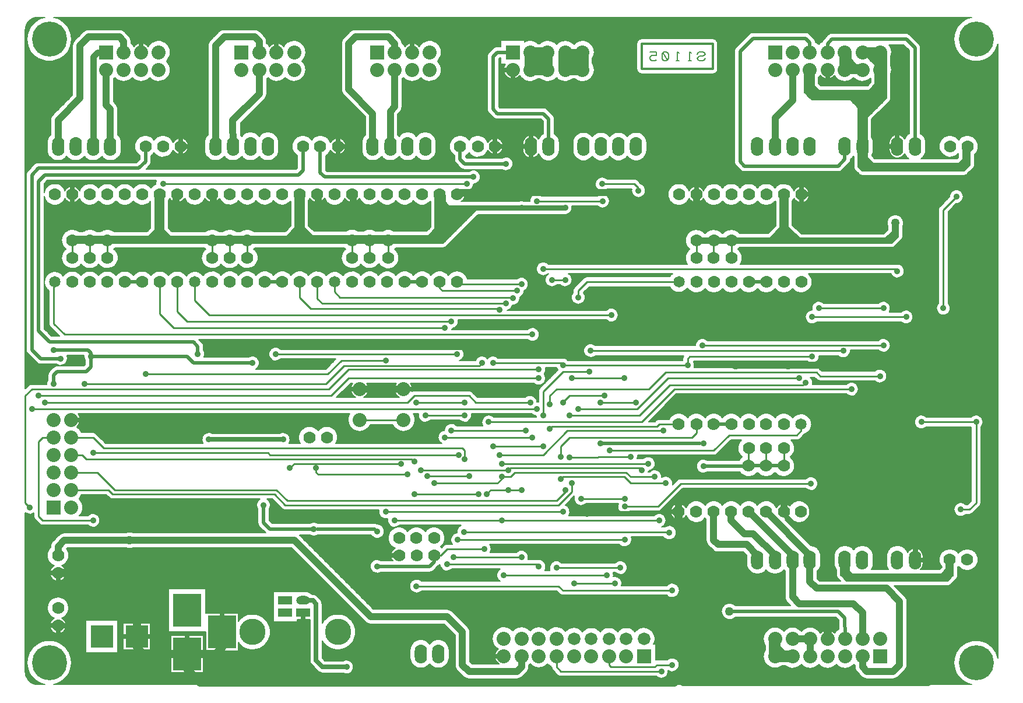
<source format=gbr>
%FSLAX23Y23*%
%MOIN*%
G04 EasyPC Gerber Version 13.0.2 Build 2807 *
%ADD91O,0.07000X0.11000*%
%ADD90R,0.16000X0.19000*%
%ADD95R,0.08000X0.08000*%
%ADD88R,0.13000X0.13000*%
%ADD82C,0.00500*%
%ADD87C,0.00700*%
%ADD99C,0.01000*%
%ADD83C,0.01200*%
%ADD97C,0.02000*%
%ADD81C,0.02500*%
%ADD80C,0.03000*%
%ADD98C,0.03500*%
%ADD100C,0.04000*%
%ADD12C,0.04500*%
%ADD11C,0.05000*%
%ADD101C,0.05500*%
%ADD86C,0.06500*%
%ADD85C,0.07000*%
%ADD96C,0.07200*%
%ADD89C,0.08000*%
%ADD93C,0.15000*%
%ADD94O,0.08000X0.05000*%
%ADD92R,0.08000X0.05000*%
%ADD84C,0.20000*%
X0Y0D02*
D02*
D11*
X15837Y16948D03*
X16065Y17586D03*
X17403Y18061D03*
X17790D03*
X17927D02*
X17403D01*
X18828Y18149D03*
X19052D03*
X19267Y16541D03*
X19302Y17949D03*
Y18149D03*
X19602Y17949D03*
X19852D03*
X20128D03*
X20215Y18761D03*
X20515Y17949D03*
D02*
D12*
X15428Y16761D02*
X15828D01*
X15878Y16711*
Y16449*
X16088Y16299D02*
X15915D01*
X15878Y16336*
Y16349*
X16365Y16346D02*
Y16336D01*
X16328Y16299*
X16243*
X17878Y18936D03*
X19828Y16384D02*
Y16449D01*
X19802Y16474*
X19003*
Y17036*
X18977Y17061*
X18977Y17111*
X19828Y16384D02*
Y16449D01*
X19802Y16474*
X19003*
Y16186*
X18953Y16136*
X16240*
X16165Y16211*
Y16221*
D02*
D80*
X15461Y16761D02*
X15515D01*
Y16486*
X15490Y16461*
X15461*
X19594Y17082D02*
X19677Y16999D01*
X20290*
X20328Y16961*
Y16870*
X20128Y19597D02*
Y19486D01*
X19765*
X19727Y19524*
Y19597*
X20128D02*
Y19486D01*
X20028Y19386*
Y19233*
D02*
D81*
X15405Y16461D02*
X15370D01*
X15405Y16761D02*
X15370D01*
X15428Y16439D02*
Y16404D01*
Y16739D02*
Y16704D01*
X15450Y16461D02*
X15485D01*
X15450Y16761D02*
X15485D01*
X15509Y18901D02*
Y18866D01*
Y18946D02*
Y18981D01*
X15530Y17636D02*
X15565D01*
X15825Y16399D02*
X15790D01*
X15878Y16346D02*
Y16311D01*
Y16451D02*
Y16486D01*
X15903Y19764D02*
Y19799D01*
X15930Y16399D02*
X15965D01*
X16098Y16299D02*
X16063D01*
X16109Y18901D02*
Y18866D01*
X16128Y19176D02*
Y19141D01*
Y19221D02*
Y19256D01*
X16150Y19199D02*
X16185D01*
X16165Y16216D02*
Y16181D01*
Y16381D02*
Y16416D01*
X16233Y16299D02*
X16267D01*
X16290Y17524D02*
X16715D01*
X16310Y18902D02*
Y18867D01*
X16365Y16341D02*
Y16306D01*
Y16506D02*
Y16541D01*
X16677Y19764D02*
Y19799D01*
X16828Y16520D02*
Y16485D01*
Y16604D02*
X16885D01*
X16903Y16586*
Y16261*
X16940Y16224*
X17078*
X16910Y18902D02*
Y18867D01*
X17028Y19176D02*
Y19141D01*
Y19221D02*
Y19256D01*
X17050Y19199D02*
X17085D01*
X17110Y18902D02*
Y18867D01*
X17125Y17811D02*
X17090D01*
X17180D02*
X17215D01*
X17355Y16861D02*
X17320D01*
X17375Y17811D02*
X17340D01*
X17430D02*
X17465D01*
X17453Y19764D02*
Y19799D01*
X17732Y18924D02*
X17767D01*
X17927Y19176D02*
Y19141D01*
Y19221D02*
Y19256D01*
X17950Y16286D02*
X17915D01*
X17950Y19199D02*
X17985D01*
X18000Y19636D02*
X17965D01*
X18028Y19609D02*
Y19574D01*
X18111Y19197D02*
X18076D01*
X18133Y19155D02*
Y19120D01*
Y19240D02*
Y19275D01*
X18955Y17111D02*
X18920D01*
X18977Y17089D02*
Y17054D01*
Y17134D02*
Y17169D01*
X19078Y18901D02*
Y18866D01*
Y18946D02*
Y18981D01*
X19578Y17134D02*
Y17169D01*
X19678Y18901D02*
Y18866D01*
Y18946D02*
Y18981D01*
X19700Y18924D02*
X19735D01*
X19828Y19609D02*
Y19574D01*
X19828Y16411D02*
Y16446D01*
X20205Y19199D02*
X20170D01*
X20227Y19241D02*
Y19276D01*
X20328Y16879D02*
Y16914D01*
X20350Y16836D02*
X20385D01*
D02*
D82*
X15240Y17105D02*
Y16199D01*
X15241Y16184*
X15246Y16170*
X15253Y16157*
X15262Y16146*
X15273Y16136*
X15286Y16129*
X15300Y16125*
X15315Y16124*
X15352*
X15334Y16129*
X15316Y16137*
X15300Y16148*
X15285Y16161*
X15273Y16176*
X15263Y16192*
X15256Y16210*
X15251Y16229*
X15250Y16249*
X15252Y16269*
X15256Y16288*
X15264Y16307*
X15274Y16324*
X15287Y16339*
X15303Y16352*
X15320Y16362*
X15338Y16370*
X15358Y16375*
X15377Y16376*
X15397Y16375*
X15417Y16370*
X15435Y16362*
X15452Y16352*
X15468Y16339*
X15481Y16324*
X15491Y16307*
X15499Y16288*
X15503Y16269*
X15505Y16249*
X15504Y16229*
X15499Y16210*
X15492Y16192*
X15482Y16176*
X15470Y16161*
X15455Y16148*
X15439Y16137*
X15421Y16129*
X15403Y16124*
X20652*
X20634Y16129*
X20616Y16137*
X20600Y16148*
X20585Y16161*
X20573Y16176*
X20563Y16192*
X20556Y16210*
X20551Y16229*
X20550Y16249*
X20552Y16268*
X20556Y16288*
X20564Y16306*
X20574Y16323*
X20586Y16338*
X20601Y16351*
X20618Y16361*
X20636Y16369*
X20655Y16374*
X20675Y16376*
X20694Y16375*
X20714Y16371*
X20732Y16364*
X20749Y16354*
X20765Y16342*
X20778Y16327*
X20789Y16311*
X20797Y16293*
X20803Y16274*
Y19786*
X20797Y19767*
X20789Y19749*
X20778Y19733*
X20765Y19718*
X20749Y19706*
X20732Y19696*
X20714Y19689*
X20694Y19685*
X20675Y19684*
X20655Y19686*
X20636Y19691*
X20618Y19699*
X20601Y19709*
X20586Y19722*
X20574Y19737*
X20564Y19754*
X20556Y19772*
X20552Y19792*
X20550Y19811*
X20551Y19831*
X20556Y19850*
X20563Y19868*
X20573Y19884*
X20585Y19899*
X20600Y19912*
X20616Y19923*
X20634Y19931*
X20652Y19936*
X15403*
X15421Y19931*
X15439Y19923*
X15455Y19912*
X15470Y19899*
X15482Y19884*
X15492Y19868*
X15499Y19850*
X15504Y19831*
X15505Y19811*
X15503Y19791*
X15499Y19772*
X15491Y19753*
X15481Y19736*
X15468Y19721*
X15452Y19708*
X15435Y19698*
X15417Y19690*
X15397Y19685*
X15378Y19684*
X15358Y19685*
X15338Y19690*
X15320Y19698*
X15303Y19708*
X15287Y19721*
X15274Y19736*
X15264Y19753*
X15256Y19772*
X15252Y19791*
X15250Y19811*
X15251Y19831*
X15256Y19850*
X15263Y19868*
X15273Y19884*
X15285Y19899*
X15300Y19912*
X15316Y19923*
X15334Y19931*
X15352Y19936*
X15315*
X15300Y19935*
X15286Y19931*
X15273Y19924*
X15262Y19914*
X15253Y19903*
X15246Y19890*
X15241Y19876*
X15240Y19861*
Y17813*
X15258Y17831*
X15264Y17835*
X15270Y17838*
X15278Y17839*
X15363*
X15363Y17848*
X15366Y17857*
X15370Y17865*
Y17891*
X15371Y17900*
X15374Y17908*
X15380Y17914*
X15400Y17934*
X15406Y17939*
X15414Y17943*
X15423Y17944*
X15574*
X15583Y17952*
Y17975*
X15578Y17984*
X15575Y17994*
X15575Y18004*
X15478*
X15482Y17994*
X15482Y17983*
X15480Y17973*
X15475Y17963*
X15468Y17956*
X15459Y17950*
X15449Y17947*
X15439Y17946*
X15428Y17949*
X15419Y17954*
X15328*
X15319Y17955*
X15311Y17958*
X15305Y17963*
X15255Y18013*
X15249Y18020*
X15246Y18028*
X15245Y18036*
Y19036*
X15246Y19045*
X15249Y19052*
X15255Y19059*
X15292Y19097*
X15299Y19102*
X15307Y19105*
X15315Y19106*
X15877*
X15895Y19125*
Y19145*
X15885Y19153*
X15876Y19163*
X15870Y19174*
X15866Y19186*
X15865Y19199*
X15866Y19212*
X15870Y19224*
X15877Y19235*
X15885Y19245*
X15896Y19253*
X15908Y19258*
X15920Y19261*
X15933Y19261*
X15946Y19258*
X15958Y19253*
X15969Y19246*
X15977Y19236*
X15987Y19246*
X15997Y19254*
X16010Y19259*
X16023Y19261*
X16036Y19261*
X16049Y19257*
X16061Y19252*
X16071Y19243*
X16080Y19233*
X16086Y19221*
X16092Y19231*
X16101Y19238*
X16111Y19243*
X16122Y19246*
X16134Y19246*
X16145Y19243*
X16155Y19238*
X16163Y19230*
X16170Y19221*
X16174Y19210*
X16175Y19199*
X16174Y19187*
X16170Y19177*
X16163Y19167*
X16155Y19160*
X16145Y19154*
X16134Y19152*
X16122Y19152*
X16111Y19154*
X16101Y19159*
X16092Y19167*
X16086Y19176*
X16080Y19164*
X16071Y19154*
X16061Y19146*
X16049Y19140*
X16036Y19137*
X16023Y19136*
X16010Y19139*
X15997Y19144*
X15987Y19152*
X15977Y19161*
X15970Y19152*
X15960Y19145*
Y19111*
X15959Y19103*
X15956Y19095*
X15950Y19088*
X15931Y19069*
X16789*
X16795Y19075*
Y19145*
X16785Y19153*
X16776Y19163*
X16770Y19174*
X16766Y19186*
X16765Y19199*
X16766Y19212*
X16770Y19224*
X16777Y19235*
X16785Y19245*
X16796Y19253*
X16808Y19258*
X16820Y19261*
X16833Y19261*
X16846Y19258*
X16858Y19253*
X16869Y19246*
X16878Y19236*
X16887Y19246*
X16897Y19254*
X16910Y19259*
X16923Y19261*
X16936Y19261*
X16949Y19257*
X16961Y19252*
X16971Y19243*
X16980Y19233*
X16986Y19221*
X16992Y19231*
X17001Y19238*
X17011Y19243*
X17022Y19246*
X17034Y19246*
X17045Y19243*
X17055Y19238*
X17063Y19230*
X17070Y19221*
X17074Y19210*
X17075Y19199*
X17074Y19187*
X17070Y19177*
X17063Y19167*
X17055Y19160*
X17045Y19154*
X17034Y19152*
X17022Y19152*
X17011Y19154*
X17001Y19159*
X16992Y19167*
X16986Y19176*
X16979Y19164*
X16971Y19154*
X16960Y19145*
Y19062*
X16966Y19056*
X17779*
X17789Y19061*
X17800Y19064*
X17810Y19063*
X17821Y19059*
X17830Y19053*
X17837Y19045*
X17841Y19035*
X17843Y19024*
X17841Y19014*
X17838Y19004*
X17832Y18996*
X17824Y18990*
X17815Y18986*
X17805Y18984*
X17803Y18973*
X17798Y18964*
X17791Y18956*
X17782Y18950*
X17771Y18947*
X17761Y18946*
X17750Y18949*
X17755Y18939*
X17757Y18928*
X17757Y18917*
X17754Y18907*
X17748Y18897*
X17741Y18889*
X17732Y18883*
X18056*
X18064Y18886*
X18073Y18888*
X18082*
X18091Y18886*
X18099Y18883*
X18125*
X18125Y18886*
X18126Y18897*
X18130Y18906*
X18137Y18915*
X18145Y18921*
X18155Y18925*
X18166Y18926*
X18176Y18925*
X18186Y18920*
X18194Y18914*
X18512*
X18521Y18920*
X18530Y18925*
X18541Y18926*
X18551Y18925*
X18561Y18921*
X18570Y18915*
X18576Y18906*
X18580Y18897*
X18581Y18886*
X18580Y18876*
X18576Y18866*
X18570Y18858*
X18561Y18851*
X18551Y18847*
X18541Y18846*
X18530Y18848*
X18521Y18852*
X18512Y18859*
X18366*
X18367Y18848*
X18366Y18837*
X18361Y18827*
X18354Y18818*
X18344Y18812*
X18334Y18809*
X18323Y18809*
X18319Y18809*
X18080*
X18075*
X17829*
X17647Y18626*
X17642Y18622*
X17636Y18620*
X17629Y18619*
X17361*
X17352Y18611*
X17361Y18603*
X17368Y18594*
X17373Y18584*
X17376Y18573*
X17378Y18561*
X17376Y18548*
X17372Y18535*
X17365Y18524*
X17356Y18514*
X17345Y18506*
X17332Y18501*
X17319Y18499*
X17306Y18499*
X17293Y18503*
X17281Y18509*
X17270Y18517*
X17262Y18528*
X17254Y18518*
X17243Y18509*
X17231Y18503*
X17218Y18500*
X17205Y18500*
X17192Y18502*
X17180Y18507*
X17169Y18515*
X17160Y18524*
X17151Y18515*
X17140Y18507*
X17128Y18502*
X17116Y18500*
X17103Y18500*
X17090Y18503*
X17078Y18508*
X17068Y18516*
X17059Y18525*
X17052Y18537*
X17049Y18549*
X17047Y18562*
X17048Y18573*
X17051Y18585*
X17057Y18595*
X17064Y18604*
X17072Y18612*
X17064Y18619*
X16555*
X16547Y18612*
X16556Y18604*
X16563Y18595*
X16568Y18585*
X16571Y18573*
X16572Y18562*
X16571Y18549*
X16567Y18537*
X16560Y18525*
X16552Y18516*
X16541Y18508*
X16529Y18503*
X16517Y18500*
X16504Y18500*
X16491Y18502*
X16479Y18507*
X16468Y18515*
X16460Y18524*
X16451Y18515*
X16440Y18508*
X16429Y18502*
X16416Y18500*
X16403*
X16391Y18502*
X16379Y18508*
X16368Y18515*
X16360Y18524*
X16351Y18515*
X16340Y18507*
X16328Y18502*
X16316Y18500*
X16303Y18500*
X16290Y18503*
X16278Y18508*
X16268Y18516*
X16259Y18525*
X16252Y18537*
X16248Y18549*
X16247Y18562*
X16248Y18573*
X16251Y18585*
X16257Y18595*
X16264Y18604*
X16272Y18612*
X16264Y18619*
X15755*
X15747Y18612*
X15756Y18604*
X15763Y18595*
X15768Y18585*
X15771Y18573*
X15772Y18562*
X15771Y18549*
X15767Y18537*
X15760Y18525*
X15752Y18516*
X15741Y18508*
X15729Y18503*
X15717Y18500*
X15704Y18500*
X15691Y18502*
X15679Y18507*
X15668Y18515*
X15660Y18524*
X15651Y18515*
X15640Y18508*
X15629Y18502*
X15616Y18500*
X15603*
X15591Y18502*
X15579Y18508*
X15568Y18515*
X15560Y18524*
X15551Y18515*
X15540Y18507*
X15528Y18502*
X15516Y18500*
X15503Y18500*
X15490Y18503*
X15478Y18508*
X15468Y18516*
X15459Y18525*
X15453Y18537*
X15449Y18549*
X15447Y18562*
X15448Y18573*
X15451Y18585*
X15457Y18595*
X15464Y18604*
X15472Y18612*
X15464Y18620*
X15457Y18629*
X15451Y18639*
X15448Y18650*
X15447Y18662*
X15448Y18675*
X15452Y18687*
X15459Y18698*
X15467Y18708*
X15477Y18715*
X15489Y18721*
X15501Y18724*
X15514Y18724*
X15527Y18722*
X15539Y18717*
X15549Y18710*
X15570*
X15580Y18717*
X15592Y18722*
X15604Y18724*
X15616*
X15628Y18722*
X15639Y18717*
X15649Y18710*
X15670*
X15680Y18717*
X15692Y18722*
X15704Y18724*
X15716*
X15728Y18722*
X15739Y18717*
X15749Y18710*
X15935*
X15957Y18732*
Y18883*
X15948Y18875*
X15937Y18868*
X15926Y18864*
X15913Y18861*
X15901Y18862*
X15889Y18865*
X15878Y18870*
X15867Y18877*
X15859Y18886*
X15850Y18877*
X15840Y18869*
X15828Y18864*
X15815Y18862*
X15803*
X15790Y18864*
X15778Y18869*
X15768Y18877*
X15759Y18886*
X15750Y18877*
X15740Y18869*
X15728Y18864*
X15715Y18862*
X15703*
X15690Y18864*
X15678Y18869*
X15668Y18877*
X15659Y18886*
X15650Y18877*
X15639Y18869*
X15627Y18864*
X15614Y18861*
X15601Y18862*
X15588Y18865*
X15576Y18871*
X15565Y18879*
X15557Y18889*
X15551Y18901*
X15544Y18892*
X15536Y18884*
X15526Y18879*
X15515Y18877*
X15503*
X15492Y18879*
X15482Y18884*
X15474Y18892*
X15467Y18901*
X15461Y18889*
X15452Y18879*
X15442Y18871*
X15430Y18865*
X15416Y18862*
X15403Y18862*
X15390Y18864*
X15378Y18870*
X15367Y18878*
X15358Y18888*
X15351Y18900*
X15348Y18913*
Y18157*
X15391Y18114*
X15436*
X15383Y18167*
X15379Y18173*
X15376Y18179*
X15375Y18186*
Y18374*
X15366Y18382*
X15359Y18391*
X15353Y18401*
X15350Y18412*
X15349Y18424*
X15351Y18437*
X15355Y18450*
X15363Y18462*
X15372Y18471*
X15384Y18478*
X15397Y18483*
X15411Y18484*
X15424Y18482*
X15437Y18477*
X15448Y18469*
X15457Y18459*
X15466Y18469*
X15476Y18477*
X15488Y18483*
X15501Y18486*
X15514Y18486*
X15527Y18484*
X15539Y18478*
X15550Y18471*
X15559Y18461*
X15568Y18471*
X15578Y18478*
X15590Y18483*
X15603Y18486*
X15615*
X15628Y18483*
X15640Y18478*
X15650Y18471*
X15659Y18461*
X15668Y18471*
X15678Y18478*
X15690Y18483*
X15703Y18486*
X15715*
X15728Y18483*
X15740Y18478*
X15750Y18471*
X15759Y18461*
X15768Y18471*
X15778Y18478*
X15790Y18483*
X15803Y18486*
X15815*
X15828Y18483*
X15840Y18478*
X15850Y18471*
X15859Y18461*
X15868Y18471*
X15878Y18478*
X15890Y18483*
X15903Y18486*
X15915*
X15928Y18483*
X15940Y18478*
X15950Y18471*
X15959Y18461*
X15968Y18471*
X15978Y18478*
X15990Y18483*
X16003Y18486*
X16015*
X16028Y18483*
X16040Y18478*
X16050Y18471*
X16059Y18461*
X16068Y18471*
X16079Y18478*
X16091Y18484*
X16104Y18486*
X16117Y18486*
X16130Y18483*
X16142Y18477*
X16152Y18469*
X16161Y18459*
X16169Y18468*
X16179Y18476*
X16191Y18481*
X16203Y18484*
X16215Y18484*
X16228Y18482*
X16239Y18477*
X16250Y18469*
X16258Y18460*
X16267Y18470*
X16277Y18478*
X16289Y18483*
X16302Y18486*
X16315Y18487*
X16328Y18484*
X16340Y18479*
X16351Y18472*
X16360Y18462*
X16368Y18471*
X16379Y18479*
X16391Y18484*
X16403Y18487*
X16416*
X16429Y18484*
X16440Y18479*
X16451Y18471*
X16460Y18462*
X16468Y18471*
X16479Y18479*
X16491Y18484*
X16503Y18487*
X16516*
X16529Y18484*
X16540Y18479*
X16551Y18471*
X16560Y18462*
X16568Y18471*
X16579Y18479*
X16591Y18484*
X16603Y18487*
X16616*
X16629Y18484*
X16640Y18479*
X16651Y18471*
X16660Y18462*
X16668Y18471*
X16679Y18479*
X16691Y18484*
X16703Y18487*
X16716*
X16729Y18484*
X16740Y18479*
X16751Y18471*
X16760Y18462*
X16768Y18471*
X16779Y18479*
X16791Y18484*
X16803Y18487*
X16816*
X16829Y18484*
X16840Y18479*
X16851Y18471*
X16860Y18462*
X16869Y18472*
X16879Y18479*
X16891Y18484*
X16904Y18487*
X16918Y18486*
X16930Y18483*
X16942Y18478*
X16953Y18470*
X16961Y18460*
X16970Y18469*
X16980Y18476*
X16991Y18482*
X17003Y18484*
X17016*
X17028Y18482*
X17040Y18476*
X17050Y18469*
X17058Y18460*
X17067Y18470*
X17077Y18478*
X17089Y18483*
X17102Y18486*
X17115Y18487*
X17128Y18484*
X17140Y18479*
X17151Y18472*
X17160Y18462*
X17168Y18471*
X17179Y18479*
X17191Y18484*
X17203Y18487*
X17216*
X17229Y18484*
X17240Y18479*
X17251Y18471*
X17260Y18462*
X17268Y18471*
X17279Y18479*
X17291Y18484*
X17303Y18487*
X17316*
X17329Y18484*
X17340Y18479*
X17351Y18471*
X17360Y18462*
X17368Y18471*
X17379Y18479*
X17391Y18484*
X17403Y18487*
X17416*
X17429Y18484*
X17440Y18479*
X17451Y18471*
X17460Y18462*
X17468Y18471*
X17479Y18479*
X17491Y18484*
X17503Y18487*
X17516*
X17529Y18484*
X17540Y18479*
X17551Y18471*
X17560Y18462*
X17568Y18471*
X17579Y18479*
X17591Y18484*
X17603Y18487*
X17616*
X17629Y18484*
X17640Y18479*
X17651Y18471*
X17660Y18462*
X17669Y18472*
X17681Y18480*
X17694Y18485*
X17708Y18487*
X17722Y18486*
X17735Y18482*
X17747Y18475*
X17757Y18465*
X17765Y18453*
X17770Y18440*
X18050*
X18058Y18446*
X18068Y18450*
X18078Y18451*
X18088Y18450*
X18098Y18446*
X18106Y18439*
X18112Y18431*
X18116Y18421*
X18118Y18411*
X18116Y18402*
X18113Y18393*
X18108Y18385*
X18101Y18379*
X18092Y18374*
X18093Y18374*
X18091Y18365*
X18088Y18356*
X18083Y18348*
X18077Y18342*
X18069Y18337*
X18069Y18327*
X18066Y18317*
X18062Y18307*
X18055Y18300*
X18046Y18294*
X18036Y18291*
X18026Y18290*
X18021Y18280*
X18015Y18272*
X18006Y18266*
X17997Y18262*
X18562*
X18571Y18269*
X18580Y18273*
X18591Y18275*
X18601Y18274*
X18611Y18270*
X18619Y18263*
X18626Y18255*
X18630Y18245*
X18631Y18235*
X18630Y18224*
X18626Y18215*
X18619Y18206*
X18611Y18200*
X18601Y18196*
X18591Y18195*
X18580Y18196*
X18571Y18201*
X18562Y18207*
X17717*
X17717Y18198*
X17716Y18188*
X17712Y18179*
X17707Y18172*
X17699Y18165*
X17691Y18161*
X17682Y18159*
X17680Y18151*
X18111*
X18119Y18158*
X18129Y18162*
X18139Y18164*
X18150Y18163*
X18160Y18159*
X18168Y18152*
X18175Y18144*
X18179Y18134*
X18180Y18124*
X18179Y18113*
X18175Y18104*
X18168Y18095*
X18160Y18089*
X18150Y18085*
X18139Y18084*
X18129Y18085*
X18119Y18090*
X18111Y18096*
X16233*
X16250Y18079*
X16256Y18072*
X16259Y18065*
X16260Y18056*
Y18035*
X16265Y18025*
X16267Y18015*
X16267Y18004*
X16263Y17994*
X16517*
X16526Y17999*
X16537Y18001*
X16548Y18000*
X16558Y17997*
X16567Y17991*
X16574Y17982*
X16579Y17972*
X16580Y17961*
X16579Y17951*
X16574Y17941*
X16568Y17933*
X16559Y17926*
X16959*
X17016Y17984*
X16702*
X16693Y17977*
X16684Y17973*
X16673Y17971*
X16663Y17972*
X16653Y17976*
X16645Y17983*
X16638Y17991*
X16634Y18001*
X16633Y18011*
X16634Y18022*
X16638Y18031*
X16645Y18040*
X16653Y18046*
X16663Y18050*
X16673Y18051*
X16684Y18050*
X16693Y18045*
X16702Y18039*
X17681*
X17689Y18045*
X17699Y18050*
X17709Y18051*
X17720Y18050*
X17730Y18046*
X17738Y18040*
X17745Y18031*
X17749Y18022*
X17750Y18011*
X17749Y18002*
X17745Y17993*
X17740Y17985*
X17733Y17978*
X17724Y17974*
X17815*
X17819Y17983*
X17826Y17991*
X17835Y17997*
X17845Y18001*
X17856Y18001*
X17867Y17999*
X17876Y17994*
X17884Y17986*
X17891Y17993*
X17899Y17998*
X17908Y18001*
X17918Y18001*
X17928Y17999*
X17937Y17995*
X17944Y17989*
X18302*
X18308Y17988*
X18318Y17989*
X18328Y17987*
X18336Y17983*
X18344Y17976*
X18998*
X19000Y17978*
Y17986*
X19001Y17995*
X19005Y18002*
X18500*
X18492Y17996*
X18482Y17992*
X18472Y17991*
X18462Y17993*
X18452Y17997*
X18444Y18003*
X18438Y18011*
X18434Y18021*
X18433Y18031*
X18434Y18041*
X18438Y18051*
X18444Y18059*
X18452Y18066*
X18461Y18070*
X18472Y18071*
X18482Y18070*
X18492Y18066*
X18500Y18060*
X19073*
X19073Y18061*
X19074Y18072*
X19078Y18081*
X19084Y18090*
X19093Y18096*
X19103Y18100*
X19113Y18101*
X19124Y18100*
X19133Y18095*
X19142Y18089*
X20118*
X20127Y18095*
X20136Y18100*
X20147Y18101*
X20157Y18100*
X20167Y18096*
X20176Y18090*
X20182Y18081*
X20186Y18072*
X20188Y18061*
X20186Y18051*
X20182Y18041*
X20176Y18033*
X20167Y18026*
X20157Y18022*
X20147Y18021*
X20136Y18023*
X20127Y18027*
X20118Y18034*
X19960*
X19960Y18031*
X19958Y18021*
X19954Y18010*
X19947Y18002*
X19939Y17995*
X19929Y17991*
X19918Y17990*
X19907Y17991*
X19897Y17996*
X19888Y18002*
X19780*
X19780Y17999*
X19779Y17988*
X19775Y17979*
X19768Y17970*
X19760Y17964*
X19750Y17960*
X19739Y17959*
X19729Y17960*
X19719Y17965*
X19711Y17971*
X19061*
X19065Y17963*
X19067Y17953*
X19067Y17943*
X19065Y17934*
X19765*
X19772Y17933*
X19779Y17930*
X19784Y17926*
X19797Y17914*
X20098*
X20107Y17920*
X20116Y17925*
X20127Y17926*
X20137Y17925*
X20147Y17921*
X20156Y17915*
X20162Y17906*
X20166Y17897*
X20168Y17886*
X20166Y17876*
X20162Y17866*
X20156Y17858*
X20147Y17851*
X20137Y17847*
X20127Y17846*
X20116Y17848*
X20107Y17852*
X20098Y17859*
X19785*
X19778Y17860*
X19772Y17862*
X19766Y17867*
X19754Y17879*
X19729*
X19736Y17871*
X19741Y17861*
X19742Y17850*
X19741Y17839*
X19936*
X19944Y17845*
X19954Y17850*
X19964Y17851*
X19975Y17850*
X19985Y17846*
X19993Y17840*
X20000Y17831*
X20004Y17822*
X20005Y17811*
X20004Y17801*
X20000Y17791*
X19993Y17783*
X19985Y17776*
X19975Y17772*
X19964Y17771*
X19954Y17773*
X19944Y17777*
X19936Y17784*
X18964*
X18806Y17626*
X18841*
X18846Y17631*
X18851Y17635*
X18858Y17638*
X18865Y17639*
X18921*
X18928Y17650*
X18937Y17659*
X18947Y17666*
X18959Y17671*
X18972Y17673*
X18984Y17673*
X18997Y17671*
X19008Y17666*
X19019Y17658*
X19028Y17649*
X19036Y17658*
X19047Y17666*
X19058Y17671*
X19071Y17673*
X19084*
X19097Y17671*
X19108Y17666*
X19119Y17658*
X19128Y17649*
X19136Y17658*
X19147Y17666*
X19158Y17671*
X19171Y17673*
X19184*
X19197Y17671*
X19208Y17666*
X19219Y17658*
X19227Y17649*
X19236Y17658*
X19247Y17666*
X19258Y17671*
X19271Y17673*
X19284*
X19297Y17671*
X19308Y17666*
X19319Y17658*
X19328Y17649*
X19336Y17658*
X19347Y17666*
X19358Y17671*
X19371Y17673*
X19384*
X19397Y17671*
X19408Y17666*
X19419Y17658*
X19427Y17649*
X19436Y17658*
X19447Y17666*
X19458Y17671*
X19471Y17673*
X19484*
X19497Y17671*
X19508Y17666*
X19519Y17658*
X19528Y17649*
X19536Y17658*
X19547Y17666*
X19559Y17671*
X19572Y17674*
X19585Y17673*
X19598Y17670*
X19610Y17665*
X19620Y17657*
X19629Y17647*
X19638Y17657*
X19650Y17664*
X19662Y17669*
X19676Y17671*
X19689Y17670*
X19702Y17666*
X19714Y17659*
X19724Y17649*
X19731Y17638*
X19736Y17625*
X19738Y17611*
X19736Y17599*
X19732Y17587*
X19726Y17576*
X19718Y17567*
X19708Y17560*
X19697Y17555*
X19697Y17554*
X19672Y17529*
X19666Y17525*
X19660Y17522*
X19653Y17521*
X19618*
X19628Y17511*
X19635Y17499*
X19639Y17486*
X19640Y17472*
X19638Y17458*
X19633Y17445*
X19625Y17433*
X19615Y17424*
X19624Y17416*
X19631Y17407*
X19636Y17396*
X19639Y17385*
X19640Y17374*
X19639Y17361*
X19635Y17348*
X19628Y17337*
X19620Y17327*
X19609Y17320*
X19597Y17314*
X19585Y17312*
X19572Y17312*
X19559Y17314*
X19547Y17319*
X19536Y17327*
X19527Y17336*
X19519Y17327*
X19508Y17319*
X19497Y17314*
X19484Y17312*
X19471*
X19458Y17314*
X19447Y17319*
X19436Y17327*
X19427Y17336*
X19419Y17327*
X19408Y17319*
X19396Y17314*
X19383Y17311*
X19369Y17312*
X19357Y17315*
X19345Y17321*
X19334Y17329*
X19326Y17339*
X19141*
X19131Y17334*
X19120Y17331*
X19110Y17332*
X19099Y17336*
X19090Y17342*
X19083Y17350*
X19079Y17360*
X19078Y17371*
X19079Y17382*
X19083Y17392*
X19090Y17401*
X19099Y17407*
X19110Y17410*
X19120Y17411*
X19131Y17409*
X19141Y17404*
X19323*
X19330Y17415*
X19340Y17424*
X19330Y17433*
X19322Y17445*
X19317Y17458*
X19315Y17472*
X19316Y17486*
X19320Y17499*
X19327Y17511*
X19337Y17521*
X19276*
X19197Y17442*
X19191Y17437*
X19185Y17435*
X19177Y17434*
X18742*
X18742Y17424*
X18740Y17414*
X18773*
X18782Y17420*
X18791Y17425*
X18802Y17426*
X18812Y17425*
X18822Y17421*
X18831Y17415*
X18837Y17406*
X18841Y17397*
X18843Y17386*
X18841Y17376*
X18838Y17367*
X18832Y17359*
X18824Y17352*
X18815Y17348*
X18805Y17346*
X18804Y17339*
X18811*
X18820Y17346*
X18830Y17350*
X18841Y17351*
X18852Y17349*
X18862Y17345*
X18870Y17338*
X18876Y17328*
X18879Y17318*
X18880Y17307*
X18889Y17312*
X18900Y17314*
X18911Y17313*
X18921Y17309*
X18930Y17303*
X18936Y17295*
X18941Y17285*
X18942Y17275*
X18941Y17264*
X18968Y17291*
X18974Y17295*
X18980Y17298*
X18988Y17299*
X19703*
X19712Y17305*
X19721Y17310*
X19732Y17311*
X19742Y17310*
X19752Y17306*
X19761Y17300*
X19767Y17291*
X19771Y17282*
X19773Y17271*
X19771Y17261*
X19767Y17251*
X19761Y17243*
X19752Y17236*
X19742Y17232*
X19732Y17231*
X19721Y17233*
X19712Y17237*
X19703Y17244*
X18999*
X18877Y17122*
X18871Y17117*
X18865Y17115*
X18858Y17114*
X18697*
X18689Y17107*
X18679Y17103*
X18669Y17101*
X18659Y17102*
X18649Y17106*
X18641Y17112*
X18634Y17119*
X18630Y17129*
X18628Y17139*
X18628Y17149*
X18632Y17159*
X18447*
X18438Y17152*
X18428Y17148*
X18417Y17146*
X18407Y17148*
X18397Y17152*
X18388Y17159*
X18382Y17168*
X18378Y17178*
X18378Y17189*
X18380Y17200*
X18329Y17149*
X18338Y17144*
X18346Y17137*
X18351Y17128*
X18354Y17118*
X18355Y17108*
X18353Y17098*
X18348Y17089*
X18836*
X18844Y17095*
X18854Y17100*
X18864Y17101*
X18875Y17100*
X18885Y17096*
X18893Y17090*
X18900Y17081*
X18904Y17072*
X18905Y17061*
X18904Y17052*
X18900Y17043*
X18895Y17035*
X18888Y17028*
X18879Y17024*
X18897*
X18905Y17029*
X18915Y17032*
X18926Y17033*
X18936Y17031*
X18945Y17026*
X18953Y17020*
X18959Y17011*
X18963Y17002*
X18964Y16991*
X18963Y16981*
X18959Y16971*
X18952Y16962*
X18944Y16956*
X18934Y16951*
X18924Y16950*
X18913Y16951*
X18903Y16954*
X18894Y16961*
X18888Y16969*
X18705*
X18708Y16958*
X18709Y16948*
X18707Y16937*
X18702Y16928*
X18695Y16920*
X18686Y16914*
X18675Y16910*
X18665Y16910*
X18654Y16912*
X18644Y16917*
X18636Y16924*
X17896*
X17901Y16916*
X17904Y16907*
X17905Y16897*
X17903Y16888*
X17900Y16879*
X18048*
X18057Y16886*
X18067Y16890*
X18077Y16891*
X18088Y16890*
X18098Y16886*
X18106Y16879*
X18113Y16870*
X18117Y16860*
X18117Y16849*
X18115Y16839*
X18177*
X18188Y16837*
X18198Y16833*
X18207Y16826*
X18213Y16817*
X18217Y16807*
X18217Y16797*
X18215Y16786*
X18211Y16776*
X18240*
X18238Y16787*
X18238Y16798*
X18241Y16809*
X18248Y16818*
X18256Y16825*
X18266Y16830*
X18277Y16831*
X18288Y16830*
X18298Y16826*
X18307Y16819*
X18613*
X18622Y16825*
X18631Y16830*
X18642Y16831*
X18652Y16830*
X18662Y16826*
X18671Y16820*
X18677Y16811*
X18681Y16802*
X18683Y16791*
X18681Y16781*
X18677Y16771*
X18671Y16763*
X18662Y16756*
X18652Y16752*
X18642Y16751*
X18631Y16753*
X18622Y16757*
X18613Y16764*
X18602*
X18604Y16756*
X18605Y16748*
X18604Y16740*
X18615Y16741*
X18625Y16739*
X18634Y16735*
X18642Y16728*
X18648Y16719*
X18652Y16709*
X18652Y16699*
X18650Y16689*
X18909*
X18917Y16696*
X18927Y16701*
X18938Y16703*
X18949Y16702*
X18960Y16698*
X18969Y16691*
X18976Y16683*
X18980Y16672*
X18982Y16661*
X18980Y16650*
X18976Y16640*
X18969Y16631*
X18960Y16625*
X18949Y16621*
X18938Y16620*
X18927Y16622*
X18917Y16626*
X18909Y16634*
X18315*
X18308Y16635*
X18301Y16637*
X18296Y16642*
X18279Y16659*
X17507*
X17498Y16652*
X17489Y16648*
X17478Y16646*
X17468Y16647*
X17458Y16651*
X17449Y16658*
X17443Y16666*
X17439Y16676*
X17438Y16686*
X17439Y16697*
X17443Y16706*
X17449Y16715*
X17458Y16721*
X17468Y16725*
X17478Y16726*
X17489Y16725*
X17498Y16720*
X17507Y16714*
X17955*
X17947Y16720*
X17941Y16729*
X17937Y16738*
X17936Y16749*
X17937Y16759*
X17941Y16769*
X17947Y16777*
X17955Y16784*
X17682*
X17674Y16777*
X17664Y16773*
X17654Y16771*
X17643Y16772*
X17634Y16776*
X17625Y16782*
X17619Y16790*
X17614Y16799*
X17613Y16809*
X17604Y16805*
X17600Y16801*
X17575Y16776*
X17569Y16771*
X17561Y16767*
X17552Y16766*
X17276*
X17266Y16761*
X17255Y16759*
X17245Y16760*
X17234Y16763*
X17225Y16769*
X17218Y16778*
X17214Y16788*
X17213Y16799*
X17214Y16810*
X17218Y16820*
X17225Y16828*
X17234Y16834*
X17245Y16838*
X17255Y16839*
X17266Y16836*
X17276Y16831*
X17341*
X17334Y16841*
X17331Y16853*
X17330Y16865*
X17332Y16876*
X17338Y16887*
X17345Y16896*
X17355Y16903*
X17344Y16909*
X17334Y16916*
X17326Y16926*
X17320Y16937*
X17316Y16949*
X17315Y16961*
X17316Y16974*
X17320Y16987*
X17327Y16998*
X17335Y17007*
X17346Y17015*
X17358Y17021*
X17370Y17023*
X17383Y17023*
X17396Y17021*
X17408Y17016*
X17419Y17008*
X17427Y16999*
X17436Y17008*
X17447Y17016*
X17458Y17021*
X17471Y17023*
X17484*
X17497Y17021*
X17508Y17016*
X17519Y17008*
X17528Y16999*
X17536Y17008*
X17547Y17016*
X17559Y17021*
X17572Y17023*
X17585Y17023*
X17597Y17021*
X17609Y17015*
X17620Y17007*
X17628Y16998*
X17635Y16987*
X17639Y16974*
X17640Y16961*
X17639Y16950*
X17636Y16939*
X17631Y16928*
X17624Y16919*
X17615Y16911*
X17621Y16906*
X17633Y16918*
X17639Y16923*
X17645Y16925*
X17653Y16926*
X17681*
X17676Y16935*
X17673Y16946*
X17673Y16956*
X17676Y16966*
X17681Y16976*
X17688Y16983*
X17698Y16988*
X17708Y16991*
X17708Y16996*
X17709Y17006*
X17712Y17015*
X17718Y17023*
X17725Y17029*
X17734Y17034*
X17382*
X17373Y17027*
X17364Y17023*
X17353Y17021*
X17343Y17022*
X17333Y17026*
X17325Y17032*
X17318Y17041*
X17314Y17050*
X17313Y17061*
X17314Y17071*
X17303Y17070*
X17292Y17071*
X17282Y17075*
X17274Y17081*
X17267Y17090*
X17263Y17100*
X17261Y17110*
X17262Y17121*
X16727*
X16720Y17122*
X16714Y17125*
X16708Y17129*
X16654Y17184*
X16622*
X16630Y17178*
X16636Y17171*
X16640Y17162*
X16642Y17153*
X16642Y17143*
X16640Y17134*
X16635Y17125*
Y17062*
X16653Y17044*
X16867*
X16875Y17048*
X16885Y17051*
X16895*
X16905Y17048*
X16913Y17044*
X17240*
X17248Y17043*
X17255Y17040*
X17265Y17038*
X17275Y17034*
X17283Y17027*
X17289Y17019*
X17293Y17009*
X17294Y16999*
X17293Y16988*
X17288Y16978*
X17282Y16969*
X17273Y16963*
X17263Y16958*
X17252Y16957*
X17241Y16959*
X17231Y16963*
X17223Y16970*
X17216Y16979*
X16913*
X16905Y16974*
X16895Y16972*
X16885*
X16875Y16974*
X16867Y16979*
X16808*
X16808Y16978*
X17233Y16554*
X17653*
X17664Y16552*
X17674Y16548*
X17683Y16541*
X17770Y16454*
X17777Y16445*
X17781Y16435*
X17783Y16424*
Y16254*
X17795Y16241*
X17950*
X17941Y16249*
X17933Y16259*
X17927Y16270*
X17925Y16283*
X17926Y16295*
X17929Y16307*
X17936Y16318*
X17945Y16327*
X17933Y16336*
X17923Y16346*
X17916Y16358*
X17912Y16372*
X17910Y16386*
X17911Y16400*
X17915Y16413*
X17922Y16424*
X17931Y16435*
X17941Y16443*
X17953Y16449*
X17966Y16453*
X17980Y16454*
X17993Y16452*
X18006Y16448*
X18017Y16441*
X18028Y16432*
X18038Y16441*
X18050Y16448*
X18064Y16452*
X18078Y16454*
X18091Y16452*
X18105Y16448*
X18117Y16441*
X18128Y16432*
X18138Y16441*
X18150Y16448*
X18164Y16452*
X18177Y16454*
X18191Y16452*
X18205Y16448*
X18217Y16441*
X18227Y16432*
X18238Y16441*
X18251Y16448*
X18265Y16453*
X18280Y16454*
X18294Y16452*
X18308Y16447*
X18320Y16439*
X18330Y16429*
X18340Y16438*
X18352Y16445*
X18366Y16449*
X18380Y16450*
X18393Y16448*
X18406Y16443*
X18418Y16435*
X18427Y16425*
X18436Y16435*
X18447Y16442*
X18459Y16447*
X18471Y16449*
X18484*
X18496Y16447*
X18508Y16442*
X18519Y16435*
X18528Y16425*
X18536Y16435*
X18547Y16442*
X18559Y16447*
X18571Y16449*
X18584*
X18596Y16447*
X18608Y16442*
X18619Y16435*
X18628Y16425*
X18636Y16435*
X18647Y16442*
X18659Y16447*
X18671Y16449*
X18684*
X18696Y16447*
X18708Y16442*
X18719Y16435*
X18727Y16425*
X18737Y16435*
X18748Y16443*
X18761Y16448*
X18775Y16450*
X18788Y16449*
X18801Y16445*
X18813Y16439*
X18824Y16430*
X18832Y16419*
X18838Y16406*
X18841Y16393*
X18841Y16379*
X18838Y16366*
X18832Y16354*
X18845*
Y16263*
X18852Y16264*
X18911*
X18919Y16270*
X18929Y16275*
X18939Y16276*
X18950Y16275*
X18960Y16271*
X18968Y16265*
X18975Y16256*
X18979Y16247*
X18980Y16236*
X18979Y16226*
X18974Y16216*
X18967Y16207*
X18959Y16201*
X18948Y16197*
X18938Y16196*
X18927Y16198*
X18917Y16203*
X18917Y16192*
X18914Y16182*
X18908Y16172*
X18899Y16165*
X18889Y16161*
X18878Y16159*
X18867Y16160*
X18857Y16164*
X18848Y16171*
X18302*
X18295Y16172*
X18289Y16175*
X18283Y16179*
X18258Y16204*
X18254Y16210*
X18251Y16217*
X18250Y16224*
Y16225*
X18238Y16232*
X18227Y16241*
X18217Y16232*
X18205Y16225*
X18191Y16220*
X18177Y16219*
X18164Y16220*
X18150Y16225*
X18138Y16232*
X18128Y16241*
X18120Y16234*
Y16224*
X18119Y16213*
X18114Y16202*
X18108Y16194*
X18083Y16169*
X18074Y16162*
X18064Y16158*
X18052Y16156*
X17778*
X17767Y16158*
X17756Y16162*
X17747Y16169*
X17710Y16206*
X17703Y16215*
X17699Y16225*
X17698Y16236*
Y16406*
X17635Y16469*
X17215*
X17204Y16470*
X17194Y16474*
X17185Y16481*
X16761Y16906*
X15858*
X15848Y16902*
X15837Y16901*
X15826Y16902*
X15816Y16906*
X15482*
X15476Y16900*
X15483Y16889*
X15488Y16877*
X15490Y16864*
X15489Y16851*
X15486Y16839*
X15480Y16827*
X15472Y16817*
X15462Y16809*
X15450Y16803*
X15459Y16796*
X15467Y16788*
X15472Y16778*
X15475Y16767*
X15475Y16755*
X15472Y16744*
X15466Y16734*
X15459Y16726*
X15449Y16719*
X15439Y16715*
X15428Y16714*
X15416Y16715*
X15406Y16719*
X15396Y16726*
X15389Y16734*
X15383Y16744*
X15380Y16755*
X15380Y16767*
X15383Y16778*
X15388Y16788*
X15396Y16796*
X15405Y16803*
X15394Y16809*
X15384Y16817*
X15376Y16826*
X15370Y16837*
X15366Y16850*
X15365Y16862*
X15366Y16875*
X15370Y16887*
X15377Y16898*
X15385Y16907*
Y16911*
X15386Y16922*
X15391Y16933*
X15397Y16941*
X15434Y16978*
X15443Y16985*
X15453Y16989*
X15464Y16991*
X15816*
X15826Y16994*
X15837Y16996*
X15848Y16994*
X15858Y16991*
X16615*
X16580Y17026*
X16574Y17033*
X16571Y17040*
X16570Y17049*
Y17125*
X16565Y17134*
X16563Y17143*
X16563Y17153*
X16565Y17162*
X16569Y17171*
X16575Y17178*
X16583Y17184*
X15740*
X15733Y17185*
X15726Y17187*
X15721Y17192*
X15704Y17209*
X15564*
X15557Y17197*
X15548Y17186*
X15557Y17176*
X15564Y17164*
X15568Y17152*
X15570Y17138*
X15569Y17124*
X15565Y17111*
X15559Y17099*
X15550Y17089*
X15598*
X15607Y17095*
X15616Y17100*
X15627Y17101*
X15637Y17100*
X15647Y17096*
X15656Y17090*
X15662Y17081*
X15666Y17072*
X15668Y17061*
X15666Y17051*
X15662Y17041*
X15656Y17033*
X15647Y17026*
X15637Y17022*
X15627Y17021*
X15616Y17023*
X15607Y17027*
X15598Y17034*
X15340*
X15333Y17035*
X15326Y17037*
X15321Y17042*
X15296Y17067*
X15291Y17073*
X15288Y17079*
X15288Y17086*
Y17103*
X15278Y17099*
X15269Y17096*
X15258Y17097*
X15249Y17100*
X15240Y17105*
X15385Y19265D02*
Y19349D01*
X15386Y19360*
X15391Y19370*
X15397Y19379*
X15510Y19491*
Y19774*
X15511Y19785*
X15516Y19795*
X15522Y19804*
X15572Y19854*
X15581Y19861*
X15591Y19865*
X15602Y19866*
X15778*
X15789Y19865*
X15799Y19861*
X15808Y19854*
X15833Y19829*
X15839Y19820*
X15844Y19810*
X15845Y19799*
Y19789*
X15854Y19780*
X15862Y19769*
X15870Y19777*
X15880Y19784*
X15891Y19787*
X15902Y19789*
X15914Y19787*
X15925Y19784*
X15935Y19777*
X15944Y19769*
X15951Y19780*
X15961Y19790*
X15973Y19797*
X15986Y19802*
X15999Y19804*
X16013Y19803*
X16026Y19800*
X16038Y19794*
X16049Y19785*
X16058Y19775*
X16065Y19763*
X16069Y19750*
X16070Y19736*
X16069Y19722*
X16064Y19709*
X16057Y19697*
X16048Y19686*
X16057Y19676*
X16064Y19664*
X16069Y19650*
X16070Y19636*
X16069Y19623*
X16065Y19610*
X16058Y19598*
X16049Y19588*
X16039Y19579*
X16027Y19573*
X16014Y19570*
X16000Y19569*
X15987Y19571*
X15974Y19575*
X15963Y19582*
X15953Y19591*
X15942Y19582*
X15930Y19575*
X15916Y19570*
X15903Y19569*
X15889Y19570*
X15875Y19575*
X15863Y19582*
X15852Y19591*
X15842Y19582*
X15830Y19575*
X15816Y19570*
X15803Y19569*
X15789Y19570*
X15775Y19575*
X15763Y19582*
X15753Y19591*
X15745Y19584*
Y19454*
X15758Y19441*
X15764Y19432*
X15769Y19422*
X15770Y19411*
Y19265*
X15778Y19255*
X15785Y19244*
X15789Y19232*
X15790Y19219*
Y19179*
X15789Y19166*
X15785Y19153*
X15778Y19142*
X15770Y19133*
X15759Y19125*
X15747Y19119*
X15735Y19117*
X15722Y19117*
X15709Y19119*
X15697Y19124*
X15686Y19132*
X15678Y19141*
X15669Y19132*
X15658Y19124*
X15647Y19119*
X15634Y19117*
X15621*
X15608Y19119*
X15597Y19124*
X15586Y19132*
X15578Y19141*
X15569Y19132*
X15558Y19124*
X15547Y19119*
X15534Y19117*
X15521*
X15508Y19119*
X15497Y19124*
X15486Y19132*
X15477Y19141*
X15469Y19132*
X15458Y19124*
X15446Y19119*
X15433Y19117*
X15420Y19117*
X15408Y19119*
X15396Y19125*
X15385Y19133*
X15377Y19142*
X15370Y19153*
X15366Y19166*
X15365Y19179*
Y19219*
X15366Y19232*
X15370Y19244*
X15377Y19255*
X15385Y19265*
X15405Y16503D02*
X15393Y16509D01*
X15383Y16518*
X15375Y16528*
X15369Y16540*
X15366Y16553*
X15365Y16566*
X15368Y16579*
X15373Y16591*
X15380Y16602*
X15390Y16611*
X15402Y16618*
X15414Y16622*
X15428Y16624*
X15441Y16622*
X15453Y16618*
X15465Y16611*
X15475Y16602*
X15482Y16591*
X15487Y16579*
X15490Y16566*
X15489Y16553*
X15486Y16540*
X15480Y16528*
X15472Y16518*
X15462Y16509*
X15450Y16503*
X15459Y16496*
X15467Y16488*
X15472Y16478*
X15475Y16467*
X15475Y16455*
X15472Y16444*
X15466Y16434*
X15459Y16426*
X15449Y16419*
X15439Y16415*
X15428Y16414*
X15416Y16415*
X15406Y16419*
X15396Y16426*
X15389Y16434*
X15383Y16444*
X15380Y16455*
X15380Y16467*
X15383Y16478*
X15388Y16488*
X15396Y16496*
X15405Y16503*
X15770Y16491D02*
Y16306D01*
X15585*
Y16491*
X15770*
X15955Y16476D02*
Y16321D01*
X15800*
Y16476*
X15955*
X16073Y16191D02*
Y16406D01*
X16258*
Y16191*
X16073*
X16273Y16426D02*
X16058D01*
Y16671*
X16273*
Y16531*
X16458*
Y16485*
X16469Y16497*
X16482Y16508*
X16497Y16517*
X16513Y16523*
X16530Y16526*
X16547Y16526*
X16564Y16523*
X16580Y16518*
X16595Y16510*
X16609Y16500*
X16620Y16487*
X16630Y16473*
X16637Y16457*
X16641Y16441*
X16642Y16424*
X16641Y16407*
X16637Y16390*
X16630Y16374*
X16620Y16360*
X16609Y16348*
X16595Y16337*
X16580Y16329*
X16564Y16324*
X16547Y16321*
X16530Y16322*
X16513Y16325*
X16497Y16331*
X16482Y16339*
X16469Y16350*
X16458Y16363*
Y16316*
X16273*
Y16426*
X16285Y19265D02*
Y19774D01*
X16286Y19785*
X16291Y19795*
X16297Y19804*
X16347Y19854*
X16356Y19861*
X16366Y19865*
X16378Y19866*
X16552*
X16564Y19865*
X16574Y19861*
X16583Y19854*
X16608Y19829*
X16614Y19820*
X16619Y19810*
X16620Y19799*
Y19789*
X16629Y19780*
X16637Y19769*
X16645Y19777*
X16655Y19784*
X16666Y19787*
X16677Y19789*
X16689Y19787*
X16700Y19784*
X16710Y19777*
X16719Y19769*
X16726Y19780*
X16736Y19790*
X16748Y19797*
X16761Y19802*
X16774Y19804*
X16788Y19803*
X16801Y19800*
X16813Y19794*
X16824Y19785*
X16833Y19775*
X16840Y19763*
X16844Y19750*
X16845Y19736*
X16844Y19722*
X16839Y19709*
X16832Y19697*
X16823Y19686*
X16832Y19676*
X16839Y19664*
X16844Y19650*
X16845Y19636*
X16844Y19623*
X16840Y19610*
X16833Y19598*
X16824Y19588*
X16814Y19579*
X16802Y19573*
X16789Y19570*
X16775Y19569*
X16762Y19571*
X16749Y19575*
X16738Y19582*
X16727Y19591*
X16717Y19582*
X16705Y19575*
X16691Y19570*
X16677Y19569*
X16664Y19570*
X16650Y19575*
X16638Y19582*
X16628Y19591*
X16622Y19585*
Y19499*
X16620Y19487*
X16616Y19477*
X16609Y19468*
X16472Y19330*
Y19263*
X16478Y19256*
X16486Y19266*
X16497Y19273*
X16508Y19278*
X16521Y19281*
X16534*
X16547Y19278*
X16558Y19273*
X16569Y19266*
X16578Y19256*
X16586Y19266*
X16597Y19273*
X16609Y19278*
X16622Y19281*
X16635Y19281*
X16647Y19278*
X16659Y19273*
X16670Y19265*
X16678Y19255*
X16685Y19244*
X16689Y19232*
X16690Y19219*
Y19179*
X16689Y19166*
X16685Y19153*
X16678Y19142*
X16670Y19133*
X16659Y19125*
X16647Y19119*
X16635Y19117*
X16622Y19117*
X16609Y19119*
X16597Y19124*
X16586Y19132*
X16578Y19141*
X16569Y19132*
X16558Y19124*
X16547Y19119*
X16534Y19117*
X16521*
X16509Y19119*
X16497Y19124*
X16486Y19132*
X16478Y19141*
X16469Y19132*
X16458Y19124*
X16447Y19119*
X16434Y19117*
X16421*
X16409Y19119*
X16397Y19124*
X16386Y19132*
X16378Y19141*
X16369Y19132*
X16358Y19124*
X16346Y19119*
X16333Y19117*
X16320Y19117*
X16308Y19119*
X16296Y19125*
X16285Y19133*
X16277Y19142*
X16270Y19153*
X16266Y19166*
X16265Y19179*
Y19219*
X16266Y19232*
X16270Y19244*
X16277Y19255*
X16285Y19265*
X16660Y16551D02*
Y16585D01*
Y16656*
X16795*
Y16653*
X16804Y16655*
X16813Y16656*
X16843*
X16853Y16655*
X16864Y16651*
X16873Y16646*
X16882Y16639*
X16885*
X16894Y16637*
X16903Y16634*
X16910Y16628*
X16927Y16611*
X16933Y16604*
X16936Y16595*
X16938Y16586*
Y16473*
X16947Y16487*
X16958Y16499*
X16972Y16510*
X16987Y16518*
X17003Y16523*
X17019Y16526*
X17036Y16526*
X17053Y16523*
X17069Y16518*
X17084Y16510*
X17097Y16499*
X17108Y16487*
X17118Y16472*
X17124Y16457*
X17129Y16441*
X17130Y16424*
X17129Y16407*
X17124Y16391*
X17118Y16375*
X17108Y16361*
X17097Y16348*
X17084Y16338*
X17069Y16330*
X17053Y16324*
X17036Y16322*
X17019Y16322*
X17003Y16324*
X16987Y16330*
X16972Y16338*
X16958Y16348*
X16947Y16361*
X16938Y16375*
Y16276*
X16954Y16259*
X17058*
X17068Y16263*
X17078Y16264*
X17088Y16262*
X17098Y16258*
X17106Y16252*
X17112Y16244*
X17116Y16234*
X17118Y16224*
X17116Y16213*
X17112Y16204*
X17106Y16196*
X17098Y16189*
X17088Y16185*
X17078Y16184*
X17068Y16185*
X17058Y16189*
X16940*
X16931Y16190*
X16923Y16193*
X16915Y16199*
X16878Y16237*
X16872Y16244*
X16869Y16252*
X16868Y16261*
Y16495*
X16795*
Y16480*
X16660*
Y16551*
X17185Y19265D02*
Y19369D01*
X17060Y19494*
X17053Y19503*
X17049Y19513*
X17048Y19524*
Y19786*
X17049Y19797*
X17053Y19808*
X17060Y19816*
X17097Y19854*
X17106Y19861*
X17117Y19865*
X17128Y19866*
X17315*
X17326Y19865*
X17336Y19861*
X17345Y19854*
X17383Y19816*
X17389Y19808*
X17393Y19799*
X17395Y19789*
X17404Y19780*
X17412Y19769*
X17420Y19777*
X17430Y19784*
X17441Y19787*
X17452Y19789*
X17464Y19787*
X17475Y19784*
X17485Y19777*
X17494Y19769*
X17501Y19780*
X17511Y19790*
X17523Y19797*
X17536Y19802*
X17549Y19804*
X17563Y19803*
X17576Y19800*
X17588Y19794*
X17599Y19785*
X17608Y19775*
X17615Y19763*
X17619Y19750*
X17620Y19736*
X17619Y19722*
X17614Y19709*
X17607Y19697*
X17598Y19686*
X17607Y19676*
X17614Y19664*
X17619Y19650*
X17620Y19636*
X17619Y19623*
X17615Y19610*
X17608Y19598*
X17599Y19588*
X17589Y19579*
X17577Y19573*
X17564Y19570*
X17550Y19569*
X17537Y19571*
X17524Y19575*
X17513Y19582*
X17503Y19591*
X17492Y19582*
X17480Y19575*
X17466Y19570*
X17453Y19569*
X17439Y19570*
X17425Y19575*
X17413Y19582*
X17403Y19591*
X17395Y19584*
Y19424*
X17394Y19413*
X17389Y19402*
X17383Y19394*
X17370Y19381*
Y19265*
X17378Y19256*
X17386Y19266*
X17397Y19273*
X17408Y19278*
X17421Y19281*
X17434*
X17447Y19278*
X17458Y19273*
X17469Y19266*
X17477Y19256*
X17486Y19266*
X17497Y19273*
X17509Y19278*
X17522Y19281*
X17535Y19281*
X17547Y19278*
X17559Y19273*
X17570Y19265*
X17578Y19255*
X17585Y19244*
X17589Y19232*
X17590Y19219*
Y19179*
X17589Y19166*
X17585Y19153*
X17578Y19142*
X17570Y19133*
X17559Y19125*
X17547Y19119*
X17535Y19117*
X17522Y19117*
X17509Y19119*
X17497Y19124*
X17486Y19132*
X17477Y19141*
X17469Y19132*
X17458Y19124*
X17447Y19119*
X17434Y19117*
X17421*
X17408Y19119*
X17397Y19124*
X17386Y19132*
X17378Y19141*
X17369Y19132*
X17358Y19124*
X17347Y19119*
X17334Y19117*
X17321*
X17308Y19119*
X17297Y19124*
X17286Y19132*
X17278Y19141*
X17269Y19132*
X17258Y19124*
X17246Y19119*
X17233Y19117*
X17220Y19117*
X17208Y19119*
X17196Y19125*
X17185Y19133*
X17177Y19142*
X17170Y19153*
X17166Y19166*
X17165Y19179*
Y19219*
X17166Y19232*
X17170Y19244*
X17177Y19255*
X17185Y19265*
X17552Y16241D02*
X17544Y16232D01*
X17533Y16224*
X17521Y16219*
X17508Y16217*
X17495Y16217*
X17483Y16219*
X17471Y16225*
X17460Y16233*
X17452Y16242*
X17445Y16253*
X17441Y16266*
X17440Y16279*
Y16319*
X17441Y16332*
X17445Y16344*
X17452Y16355*
X17460Y16365*
X17471Y16373*
X17483Y16378*
X17495Y16381*
X17508Y16381*
X17521Y16378*
X17533Y16373*
X17544Y16366*
X17552Y16356*
X17561Y16366*
X17572Y16373*
X17584Y16378*
X17597Y16381*
X17610Y16381*
X17622Y16378*
X17634Y16373*
X17645Y16365*
X17653Y16355*
X17660Y16344*
X17664Y16332*
X17665Y16319*
Y16279*
X17664Y16266*
X17660Y16253*
X17653Y16242*
X17645Y16233*
X17634Y16225*
X17622Y16219*
X17610Y16217*
X17597Y16217*
X17584Y16219*
X17572Y16224*
X17561Y16232*
X17552Y16241*
X17695Y19145D02*
X17685Y19153D01*
X17676Y19163*
X17670Y19174*
X17666Y19186*
X17665Y19199*
X17666Y19212*
X17670Y19224*
X17677Y19235*
X17685Y19245*
X17696Y19253*
X17708Y19258*
X17720Y19261*
X17733Y19261*
X17746Y19258*
X17758Y19253*
X17769Y19246*
X17778Y19236*
X17787Y19246*
X17797Y19254*
X17810Y19259*
X17823Y19261*
X17836Y19261*
X17849Y19257*
X17861Y19252*
X17871Y19243*
X17880Y19233*
X17886Y19221*
X17892Y19231*
X17901Y19238*
X17911Y19243*
X17922Y19246*
X17934Y19246*
X17945Y19243*
X17955Y19238*
X17963Y19230*
X17970Y19221*
X17974Y19210*
X17975Y19199*
X17974Y19187*
X17970Y19177*
X17963Y19167*
X17955Y19160*
X17945Y19154*
X17934Y19152*
X17922Y19152*
X17911Y19154*
X17901Y19159*
X17892Y19167*
X17886Y19176*
X17880Y19164*
X17871Y19154*
X17861Y19146*
X17849Y19140*
X17836Y19137*
X17823Y19136*
X17810Y19139*
X17797Y19144*
X17787Y19152*
X17778Y19161*
X17770Y19152*
X17760Y19145*
Y19137*
X17766Y19131*
X17967*
X17976Y19136*
X17987Y19139*
X17998Y19138*
X18008Y19134*
X18017Y19128*
X18024Y19120*
X18029Y19110*
X18030Y19099*
X18029Y19088*
X18024Y19078*
X18017Y19069*
X18008Y19063*
X17998Y19060*
X17987Y19059*
X17976Y19061*
X17967Y19066*
X17753*
X17744Y19067*
X17736Y19071*
X17730Y19076*
X17705Y19101*
X17699Y19108*
X17696Y19115*
X17695Y19124*
Y19145*
X17960Y19704D02*
X17953D01*
X17948Y19698*
Y19425*
X17953Y19419*
X18203*
X18211Y19418*
X18219Y19414*
X18225Y19409*
X18256Y19378*
X18261Y19372*
X18265Y19364*
X18266Y19355*
Y19271*
X18276Y19263*
X18284Y19253*
X18291Y19242*
X18294Y19230*
X18296Y19217*
Y19177*
X18294Y19164*
X18290Y19151*
X18283Y19140*
X18274Y19130*
X18264Y19123*
X18251Y19117*
X18238Y19115*
X18225Y19115*
X18212Y19118*
X18200Y19124*
X18190Y19133*
X18181Y19143*
X18175Y19155*
X18168Y19145*
X18160Y19138*
X18150Y19133*
X18139Y19130*
X18127Y19130*
X18116Y19133*
X18106Y19138*
X18098Y19146*
X18091Y19155*
X18087Y19166*
X18086Y19177*
Y19217*
X18087Y19229*
X18091Y19239*
X18098Y19249*
X18106Y19256*
X18116Y19262*
X18127Y19264*
X18139Y19264*
X18150Y19262*
X18160Y19257*
X18168Y19249*
X18175Y19240*
X18181Y19252*
X18190Y19262*
X18201Y19271*
Y19342*
X18189Y19354*
X17940*
X17932Y19355*
X17924Y19358*
X17917Y19363*
X17892Y19388*
X17887Y19395*
X17884Y19403*
X17883Y19411*
Y19711*
X17884Y19720*
X17887Y19727*
X17892Y19734*
X17917Y19759*
X17924Y19764*
X17932Y19768*
X17940Y19769*
X17960*
Y19804*
X18095*
Y19795*
X18108Y19801*
X18122Y19803*
X18135Y19803*
X18149Y19800*
X18162Y19794*
X18173Y19786*
X18182*
X18193Y19794*
X18205Y19800*
X18217Y19803*
X18231Y19804*
X18244Y19802*
X18256Y19797*
X18268Y19790*
X18278Y19782*
X18288Y19791*
X18300Y19798*
X18314Y19802*
X18328Y19804*
X18341Y19802*
X18355Y19798*
X18367Y19791*
X18378Y19782*
X18388Y19791*
X18399Y19798*
X18412Y19802*
X18425Y19804*
X18439Y19803*
X18452Y19799*
X18464Y19793*
X18474Y19785*
X18483Y19774*
X18490Y19763*
X18494Y19750*
X18495Y19736*
X18494Y19723*
X18490Y19711*
X18484Y19700*
Y19673*
X18490Y19662*
X18494Y19649*
X18495Y19636*
X18494Y19622*
X18489Y19609*
X18482Y19597*
X18473Y19586*
X18461Y19578*
X18448Y19572*
X18434Y19569*
X18420Y19569*
X18406Y19572*
X18394Y19578*
X18382Y19586*
X18373*
X18362Y19578*
X18350Y19573*
X18337Y19569*
X18324Y19569*
X18311Y19571*
X18299Y19575*
X18287Y19582*
X18278Y19591*
X18268Y19582*
X18256Y19575*
X18244Y19571*
X18231Y19569*
X18218Y19569*
X18205Y19573*
X18193Y19578*
X18182Y19586*
X18173*
X18162Y19578*
X18150Y19573*
X18137Y19569*
X18123Y19569*
X18110Y19571*
X18097Y19576*
X18086Y19583*
X18076Y19592*
X18069Y19603*
X18060Y19595*
X18050Y19589*
X18039Y19585*
X18027Y19584*
X18016Y19585*
X18005Y19589*
X17995Y19595*
X17986Y19604*
X17980Y19613*
X17976Y19625*
X17975Y19636*
X17976Y19648*
X17980Y19659*
X17986Y19669*
X17960*
Y19704*
X18232Y18471D02*
X18223Y18465D01*
X18214Y18460*
X18203Y18459*
X18193Y18460*
X18183Y18464*
X18174Y18470*
X18168Y18479*
X18164Y18488*
X18163Y18499*
X18164Y18509*
X18168Y18519*
X18174Y18527*
X18183Y18534*
X18193Y18538*
X18203Y18539*
X18214Y18537*
X18223Y18533*
X18232Y18526*
X19026*
X19020Y18537*
X19016Y18549*
X19015Y18561*
X19016Y18573*
X19019Y18584*
X19024Y18594*
X19031Y18603*
X19040Y18611*
X19031Y18619*
X19024Y18628*
X19019Y18639*
X19016Y18650*
X19015Y18661*
X19017Y18675*
X19021Y18688*
X19029Y18700*
X19038Y18710*
X19050Y18718*
X19064Y18722*
X19077Y18724*
X19091Y18722*
X19105Y18718*
X19116Y18710*
X19126Y18700*
X19129*
X19139Y18710*
X19150Y18718*
X19164Y18722*
X19177Y18724*
X19191Y18722*
X19205Y18718*
X19216Y18710*
X19226Y18700*
X19229*
X19239Y18710*
X19250Y18718*
X19264Y18722*
X19278Y18724*
X19291Y18722*
X19305Y18718*
X19316Y18710*
X19326Y18700*
X19488*
X19531Y18743*
Y18882*
X19528Y18886*
X19519Y18877*
X19508Y18869*
X19497Y18864*
X19484Y18862*
X19471*
X19459Y18864*
X19447Y18869*
X19436Y18877*
X19428Y18886*
X19419Y18877*
X19408Y18869*
X19397Y18864*
X19384Y18862*
X19371*
X19358Y18864*
X19347Y18869*
X19336Y18877*
X19328Y18886*
X19319Y18877*
X19308Y18869*
X19297Y18864*
X19284Y18862*
X19271*
X19258Y18864*
X19247Y18869*
X19236Y18877*
X19228Y18886*
X19218Y18877*
X19208Y18869*
X19195Y18864*
X19182Y18861*
X19169Y18862*
X19156Y18865*
X19144Y18871*
X19134Y18879*
X19125Y18889*
X19119Y18901*
X19113Y18892*
X19104Y18884*
X19094Y18879*
X19083Y18877*
X19072*
X19061Y18879*
X19051Y18884*
X19042Y18892*
X19036Y18901*
X19030Y18889*
X19021Y18879*
X19011Y18871*
X18999Y18865*
X18986Y18862*
X18973Y18861*
X18960Y18864*
X18947Y18869*
X18936Y18877*
X18927Y18886*
X18921Y18898*
X18916Y18911*
X18915Y18924*
X18916Y18937*
X18921Y18950*
X18927Y18961*
X18936Y18971*
X18947Y18978*
X18960Y18984*
X18973Y18986*
X18986Y18986*
X18999Y18983*
X19011Y18977*
X19021Y18968*
X19030Y18958*
X19036Y18946*
X19042Y18956*
X19051Y18963*
X19061Y18968*
X19072Y18971*
X19083*
X19094Y18968*
X19104Y18963*
X19113Y18956*
X19119Y18946*
X19125Y18958*
X19134Y18968*
X19144Y18977*
X19156Y18982*
X19169Y18986*
X19182Y18986*
X19195Y18984*
X19208Y18979*
X19218Y18971*
X19227Y18961*
X19236Y18971*
X19247Y18978*
X19258Y18983*
X19271Y18986*
X19284*
X19297Y18983*
X19308Y18978*
X19319Y18971*
X19328Y18961*
X19336Y18971*
X19347Y18978*
X19358Y18983*
X19371Y18986*
X19384*
X19397Y18983*
X19408Y18978*
X19419Y18971*
X19427Y18961*
X19436Y18971*
X19447Y18978*
X19458Y18983*
X19471Y18986*
X19484*
X19497Y18983*
X19508Y18978*
X19519Y18971*
X19528Y18961*
X19537Y18971*
X19547Y18979*
X19560Y18984*
X19573Y18986*
X19586Y18986*
X19599Y18982*
X19611Y18977*
X19621Y18968*
X19630Y18958*
X19636Y18946*
X19642Y18956*
X19651Y18963*
X19661Y18968*
X19672Y18971*
X19684Y18971*
X19695Y18968*
X19705Y18963*
X19713Y18955*
X19720Y18946*
X19724Y18935*
X19725Y18924*
X19724Y18912*
X19720Y18902*
X19713Y18892*
X19705Y18885*
X19695Y18879*
X19684Y18877*
X19672Y18877*
X19661Y18879*
X19651Y18884*
X19642Y18892*
X19636Y18901*
X19632Y18893*
X19627Y18886*
Y18749*
X19679Y18698*
X20149*
X20173Y18722*
Y18740*
X20169Y18750*
X20168Y18761*
X20169Y18773*
X20173Y18783*
X20179Y18793*
X20188Y18800*
X20198Y18806*
X20209Y18808*
X20221*
X20232Y18806*
X20242Y18800*
X20251Y18793*
X20257Y18783*
X20261Y18773*
X20263Y18761*
X20261Y18750*
X20258Y18740*
Y18682*
X20257Y18675*
X20254Y18669*
X20250Y18664*
X20214Y18628*
X20209Y18624*
X20203Y18621*
X20196Y18620*
X19325*
X19315Y18611*
X19324Y18603*
X19331Y18594*
X19336Y18584*
X19339Y18573*
X19340Y18561*
X19339Y18549*
X19335Y18537*
X19329Y18526*
X20215*
X20221Y18526*
X20231Y18526*
X20240Y18524*
X20249Y18520*
X20257Y18513*
X20263Y18505*
X20266Y18496*
X20267Y18486*
X20266Y18475*
X20262Y18465*
X20255Y18457*
X20246Y18451*
X20235Y18447*
X20224Y18446*
X20213Y18449*
X20204Y18454*
X20196Y18462*
X20190Y18471*
X19718*
X19727Y18461*
X19734Y18450*
X19739Y18437*
X19740Y18424*
X19739Y18411*
X19735Y18398*
X19728Y18387*
X19720Y18378*
X19709Y18370*
X19697Y18364*
X19685Y18362*
X19672Y18362*
X19659Y18364*
X19647Y18369*
X19636Y18377*
X19628Y18386*
X19619Y18377*
X19608Y18369*
X19597Y18364*
X19584Y18362*
X19571*
X19559Y18364*
X19547Y18369*
X19536Y18377*
X19528Y18386*
X19519Y18377*
X19508Y18369*
X19497Y18364*
X19484Y18362*
X19471*
X19459Y18364*
X19447Y18369*
X19436Y18377*
X19428Y18386*
X19419Y18377*
X19408Y18369*
X19397Y18364*
X19384Y18362*
X19371*
X19359Y18364*
X19347Y18369*
X19336Y18377*
X19328Y18386*
X19319Y18377*
X19308Y18369*
X19297Y18364*
X19284Y18362*
X19271*
X19258Y18364*
X19247Y18369*
X19236Y18377*
X19228Y18386*
X19219Y18377*
X19208Y18369*
X19197Y18364*
X19184Y18362*
X19171*
X19159Y18364*
X19147Y18369*
X19136Y18377*
X19128Y18386*
X19119Y18377*
X19108Y18369*
X19096Y18364*
X19083Y18361*
X19070Y18362*
X19057Y18365*
X19045Y18370*
X19035Y18378*
X19026Y18388*
X19017Y18379*
X19006Y18371*
X18994Y18366*
X18980Y18364*
X18967Y18365*
X18954Y18368*
X18943Y18375*
X18933Y18384*
X18925Y18395*
X18465*
X18433Y18363*
X18438Y18355*
X18441Y18346*
X18442Y18336*
X18441Y18326*
X18437Y18316*
X18431Y18308*
X18423Y18302*
X18413Y18298*
X18403Y18296*
X18392Y18298*
X18383Y18302*
X18374Y18308*
X18368Y18316*
X18364Y18326*
X18363Y18336*
X18364Y18346*
X18367Y18356*
X18373Y18364*
Y18374*
X18374Y18381*
X18377Y18388*
X18382Y18394*
X18432Y18444*
X18438Y18449*
X18445Y18452*
X18452Y18453*
X18925*
X18932Y18463*
X18941Y18471*
X18347*
X18355Y18465*
X18362Y18457*
X18366Y18447*
X18368Y18436*
X18366Y18426*
X18362Y18416*
X18356Y18408*
X18347Y18401*
X18337Y18397*
X18327Y18396*
X18316Y18398*
X18307Y18402*
X18298Y18409*
X18282*
X18273Y18402*
X18264Y18398*
X18253Y18396*
X18243Y18397*
X18233Y18401*
X18224Y18408*
X18218Y18416*
X18214Y18426*
X18213Y18436*
X18214Y18447*
X18218Y18457*
X18225Y18465*
X18233Y18471*
X18232*
X18483Y19140D02*
X18474Y19130D01*
X18464Y19123*
X18452Y19118*
X18439Y19115*
X18426Y19115*
X18414Y19118*
X18402Y19123*
X18391Y19131*
X18383Y19141*
X18376Y19152*
X18372Y19164*
X18371Y19177*
Y19217*
X18372Y19230*
X18376Y19243*
X18383Y19254*
X18391Y19263*
X18402Y19271*
X18414Y19277*
X18426Y19279*
X18439Y19279*
X18452Y19277*
X18464Y19272*
X18474Y19264*
X18483Y19255*
X18492Y19264*
X18503Y19272*
X18514Y19277*
X18527Y19279*
X18540*
X18552Y19277*
X18564Y19272*
X18575Y19264*
X18583Y19255*
X18592Y19264*
X18603Y19272*
X18614Y19277*
X18627Y19279*
X18640*
X18652Y19277*
X18664Y19272*
X18675Y19264*
X18683Y19255*
X18692Y19264*
X18703Y19272*
X18715Y19277*
X18727Y19279*
X18740Y19279*
X18753Y19277*
X18765Y19271*
X18775Y19263*
X18784Y19254*
X18790Y19243*
X18794Y19230*
X18796Y19217*
Y19177*
X18794Y19164*
X18790Y19152*
X18784Y19141*
X18775Y19131*
X18765Y19123*
X18753Y19118*
X18740Y19115*
X18727Y19115*
X18715Y19118*
X18703Y19123*
X18692Y19130*
X18683Y19140*
X18675Y19130*
X18664Y19123*
X18652Y19118*
X18640Y19115*
X18627*
X18614Y19118*
X18603Y19123*
X18592Y19130*
X18583Y19140*
X18575Y19130*
X18564Y19123*
X18552Y19118*
X18540Y19115*
X18527*
X18514Y19118*
X18503Y19123*
X18492Y19130*
X18483Y19140*
X18568Y18956D02*
X18560Y18949D01*
X18550Y18945*
X18540Y18944*
X18529Y18945*
X18519Y18949*
X18511Y18955*
X18504Y18963*
X18500Y18973*
X18499Y18984*
X18500Y18994*
X18504Y19004*
X18511Y19012*
X18519Y19018*
X18529Y19022*
X18540Y19024*
X18550Y19022*
X18560Y19018*
X18568Y19011*
X18724*
X18731Y19010*
X18737Y19007*
X18743Y19003*
X18763Y18983*
X18771Y18978*
X18778Y18972*
X18783Y18964*
X18786Y18955*
X18787Y18946*
X18786Y18936*
X18782Y18926*
X18776Y18918*
X18767Y18912*
X18758Y18908*
X18747Y18906*
X18737Y18908*
X18727Y18912*
X18719Y18918*
X18713Y18926*
X18709Y18936*
X18707Y18946*
X18709Y18956*
X18568*
X18736Y19640D02*
Y19785D01*
X18738Y19794*
X18742Y19802*
X18748Y19808*
X18756Y19812*
X18765Y19813*
X19172*
X19181Y19812*
X19189Y19808*
X19195Y19802*
X19199Y19794*
X19200Y19785*
Y19640*
X19199Y19631*
X19195Y19623*
X19189Y19617*
X19181Y19613*
X19172Y19612*
X18765*
X18756Y19613*
X18748Y19617*
X18742Y19623*
X18738Y19631*
X18736Y19640*
X19019Y17134D02*
X19025Y17146D01*
X19034Y17156*
X19044Y17164*
X19056Y17170*
X19069Y17173*
X19082Y17174*
X19095Y17171*
X19108Y17166*
X19118Y17158*
X19128Y17149*
X19136Y17158*
X19147Y17166*
X19158Y17171*
X19171Y17173*
X19184*
X19197Y17171*
X19208Y17166*
X19219Y17158*
X19227Y17149*
X19236Y17158*
X19247Y17166*
X19258Y17171*
X19271Y17173*
X19284*
X19297Y17171*
X19308Y17166*
X19319Y17158*
X19328Y17149*
X19336Y17158*
X19347Y17166*
X19358Y17171*
X19371Y17173*
X19384*
X19397Y17171*
X19408Y17166*
X19419Y17158*
X19427Y17149*
X19437Y17158*
X19447Y17166*
X19460Y17171*
X19473Y17174*
X19486Y17173*
X19499Y17170*
X19511Y17164*
X19521Y17156*
X19530Y17146*
X19536Y17134*
X19542Y17143*
X19551Y17150*
X19560Y17156*
X19571Y17158*
X19582Y17158*
X19593Y17156*
X19603Y17151*
X19612Y17144*
X19620Y17155*
X19630Y17163*
X19642Y17169*
X19655Y17173*
X19669Y17174*
X19682Y17171*
X19695Y17166*
X19706Y17159*
X19715Y17149*
X19722Y17137*
X19726Y17125*
X19727Y17111*
X19726Y17098*
X19722Y17085*
X19715Y17074*
X19706Y17064*
X19695Y17056*
X19682Y17051*
X19669Y17049*
X19655Y17049*
X19642Y17053*
X19630Y17059*
X19620Y17068*
X19612Y17078*
X19604Y17072*
X19596Y17067*
X19586Y17065*
X19733Y16919*
X19746Y16916*
X19758Y16911*
X19769Y16903*
X19778Y16894*
X19784Y16882*
X19789Y16869*
X19790Y16856*
Y16816*
X19789Y16803*
X19785Y16791*
X19778Y16780*
X19770Y16770*
Y16729*
X19783Y16716*
X19901*
X19885Y16732*
X19881Y16737*
X19879Y16743*
X19878Y16750*
Y16778*
X19871Y16790*
X19867Y16803*
X19865Y16816*
Y16856*
X19866Y16869*
X19870Y16882*
X19877Y16893*
X19885Y16902*
X19896Y16910*
X19908Y16916*
X19920Y16918*
X19933Y16918*
X19946Y16916*
X19958Y16911*
X19969Y16903*
X19977Y16894*
X19986Y16903*
X19997Y16911*
X20009Y16916*
X20022Y16918*
X20035Y16918*
X20047Y16916*
X20059Y16910*
X20070Y16902*
X20078Y16893*
X20085Y16882*
X20089Y16869*
X20090Y16856*
Y16816*
X20089Y16804*
X20085Y16792*
X20079Y16781*
X20176*
X20170Y16792*
X20166Y16804*
X20165Y16816*
Y16856*
X20166Y16869*
X20171Y16882*
X20177Y16894*
X20186Y16903*
X20197Y16911*
X20210Y16916*
X20223Y16919*
X20236Y16918*
X20249Y16915*
X20261Y16909*
X20271Y16901*
X20280Y16891*
X20286Y16879*
X20292Y16888*
X20301Y16896*
X20311Y16901*
X20322Y16903*
X20334Y16903*
X20345Y16901*
X20355Y16895*
X20363Y16888*
X20370Y16878*
X20374Y16868*
X20375Y16856*
Y16816*
X20374Y16806*
X20371Y16797*
X20366Y16788*
X20359Y16781*
X20469*
X20482Y16794*
X20475Y16803*
X20469Y16813*
X20466Y16825*
X20465Y16837*
X20466Y16850*
X20470Y16862*
X20477Y16873*
X20485Y16883*
X20496Y16891*
X20508Y16896*
X20520Y16899*
X20533Y16899*
X20546Y16896*
X20558Y16891*
X20568Y16884*
X20577Y16874*
X20586Y16884*
X20597Y16891*
X20609Y16896*
X20621Y16899*
X20634Y16899*
X20647Y16896*
X20659Y16891*
X20669Y16883*
X20678Y16873*
X20684Y16862*
X20688Y16850*
X20690Y16837*
X20688Y16824*
X20684Y16811*
X20678Y16800*
X20669Y16790*
X20659Y16783*
X20647Y16777*
X20634Y16775*
X20621Y16774*
X20609Y16777*
X20597Y16782*
X20586Y16790*
X20577Y16799*
X20572Y16793*
Y16747*
X20571Y16741*
X20569Y16735*
X20565Y16729*
X20531Y16696*
X20526Y16692*
X20520Y16689*
X20513Y16688*
X20210*
X20270Y16629*
X20277Y16620*
X20281Y16610*
X20283Y16599*
Y16236*
X20281Y16225*
X20277Y16215*
X20270Y16206*
X20233Y16169*
X20224Y16162*
X20214Y16158*
X20203Y16156*
X20052*
X20042Y16158*
X20031Y16162*
X20022Y16169*
X19998Y16194*
X19991Y16202*
X19987Y16213*
X19985Y16224*
Y16232*
X19978Y16239*
X19967Y16229*
X19955Y16222*
X19942Y16218*
X19928Y16216*
X19914Y16218*
X19900Y16222*
X19888Y16229*
X19878Y16239*
X19867Y16229*
X19855Y16222*
X19842Y16218*
X19828Y16216*
X19814Y16218*
X19800Y16222*
X19788Y16229*
X19778Y16239*
X19767Y16229*
X19755Y16222*
X19742Y16218*
X19728Y16216*
X19714Y16218*
X19700Y16222*
X19688Y16229*
X19678Y16239*
X19667Y16229*
X19654Y16222*
X19641Y16218*
X19626Y16216*
X19612Y16218*
X19599Y16223*
X19586Y16230*
X19569*
X19557Y16223*
X19544Y16219*
X19531Y16217*
X19517Y16217*
X19504Y16221*
X19492Y16227*
X19481Y16235*
X19472Y16245*
X19466Y16257*
X19461Y16270*
X19460Y16284*
X19462Y16298*
X19466Y16311*
X19472Y16323*
Y16345*
X19466Y16357*
X19462Y16370*
X19460Y16384*
X19461Y16397*
X19465Y16410*
X19472Y16422*
X19481Y16432*
X19491Y16441*
X19503Y16447*
X19516Y16450*
X19530Y16451*
X19543Y16450*
X19556Y16445*
X19568Y16438*
X19578Y16429*
X19588Y16439*
X19600Y16446*
X19614Y16450*
X19628Y16451*
X19642Y16450*
X19655Y16446*
X19667Y16439*
X19678Y16429*
X19688Y16439*
X19701Y16446*
X19714Y16450*
X19728Y16451*
X19742Y16450*
X19756Y16445*
X19768Y16438*
X19778Y16428*
X19787Y16417*
X19795Y16425*
X19805Y16431*
X19816Y16435*
X19828Y16436*
X19839Y16435*
X19850Y16431*
X19860Y16425*
X19869Y16417*
X19875Y16427*
X19884Y16435*
X19893Y16442*
Y16490*
X19876Y16507*
X19301*
X19292Y16500*
X19282Y16496*
X19271Y16494*
X19260Y16494*
X19249Y16497*
X19239Y16503*
X19231Y16511*
X19225Y16520*
X19221Y16530*
X19220Y16541*
X19221Y16552*
X19225Y16563*
X19231Y16572*
X19239Y16580*
X19249Y16585*
X19260Y16588*
X19271Y16589*
X19282Y16587*
X19292Y16582*
X19301Y16575*
X19616*
X19597Y16594*
X19591Y16602*
X19586Y16613*
X19585Y16624*
Y16770*
X19578Y16779*
X19569Y16769*
X19558Y16762*
X19547Y16757*
X19534Y16754*
X19521*
X19508Y16757*
X19497Y16762*
X19486Y16769*
X19477Y16779*
X19469Y16769*
X19458Y16762*
X19446Y16757*
X19433Y16754*
X19420Y16754*
X19408Y16757*
X19396Y16762*
X19385Y16770*
X19377Y16780*
X19370Y16791*
X19366Y16803*
X19365Y16816*
Y16856*
X19365Y16861*
X19347Y16880*
X19203*
X19191Y16881*
X19180Y16886*
X19171Y16893*
X19146Y16918*
X19139Y16927*
X19135Y16937*
X19133Y16949*
Y17067*
X19127Y17074*
X19118Y17064*
X19108Y17056*
X19095Y17051*
X19082Y17049*
X19069Y17049*
X19056Y17053*
X19044Y17058*
X19034Y17067*
X19025Y17077*
X19019Y17089*
X19013Y17079*
X19004Y17072*
X18994Y17067*
X18983Y17064*
X18971Y17064*
X18960Y17067*
X18950Y17072*
X18942Y17080*
X18935Y17089*
X18931Y17100*
X18930Y17111*
X18931Y17123*
X18935Y17133*
X18942Y17143*
X18950Y17150*
X18960Y17156*
X18971Y17158*
X18983Y17158*
X18994Y17156*
X19004Y17151*
X19013Y17143*
X19019Y17134*
X19739Y18264D02*
X19738Y18274D01*
X19739Y18284*
X19743Y18294*
X19749Y18302*
X19758Y18309*
X19768Y18313*
X19778Y18314*
X19789Y18312*
X19798Y18308*
X19807Y18301*
X20118*
X20127Y18308*
X20136Y18312*
X20147Y18314*
X20157Y18313*
X20167Y18309*
X20176Y18302*
X20182Y18294*
X20186Y18284*
X20188Y18274*
X20187Y18266*
X20184Y18258*
X20181Y18251*
X20248*
X20257Y18258*
X20266Y18262*
X20277Y18264*
X20287Y18263*
X20297Y18259*
X20306Y18252*
X20312Y18244*
X20316Y18234*
X20317Y18224*
X20316Y18213*
X20312Y18204*
X20306Y18195*
X20297Y18189*
X20287Y18185*
X20277Y18184*
X20266Y18185*
X20257Y18190*
X20248Y18196*
X19769*
X19761Y18190*
X19751Y18185*
X19741Y18184*
X19730Y18185*
X19720Y18189*
X19712Y18195*
X19705Y18204*
X19701Y18213*
X19700Y18224*
X19701Y18234*
X19705Y18243*
X19711Y18252*
X19719Y18258*
X19729Y18262*
X19739Y18264*
X19760Y19796D02*
X19769Y19789D01*
X19778Y19782*
X19786Y19790*
X19797Y19796*
X19800Y19803*
X19805Y19809*
X19830Y19834*
X19836Y19839*
X19844Y19843*
X19852Y19844*
X20278*
X20286Y19843*
X20294Y19839*
X20300Y19834*
X20350Y19784*
X20356Y19777*
X20359Y19770*
X20360Y19761*
Y19272*
X20370Y19264*
X20379Y19255*
X20385Y19244*
X20389Y19231*
X20390Y19219*
Y19179*
X20389Y19167*
X20385Y19155*
X20380Y19144*
X20372Y19135*
X20363Y19127*
X20569*
X20576Y19134*
Y19159*
X20566Y19149*
X20554Y19142*
X20541Y19138*
X20527Y19136*
X20513Y19138*
X20500Y19143*
X20488Y19150*
X20478Y19160*
X20471Y19172*
X20467Y19185*
X20465Y19199*
X20466Y19212*
X20470Y19224*
X20477Y19235*
X20485Y19245*
X20496Y19253*
X20508Y19258*
X20520Y19261*
X20533Y19261*
X20546Y19258*
X20558Y19253*
X20569Y19246*
X20578Y19236*
X20586Y19246*
X20597Y19253*
X20609Y19258*
X20622Y19261*
X20635Y19261*
X20647Y19258*
X20659Y19253*
X20670Y19245*
X20678Y19235*
X20685Y19224*
X20689Y19212*
X20690Y19199*
X20689Y19186*
X20685Y19173*
X20678Y19162*
X20669Y19152*
Y19093*
X20669Y19087*
X20666Y19081*
X20662Y19076*
X20626Y19040*
X20621Y19036*
X20615Y19033*
X20608Y19032*
X20027*
X20020Y19033*
X20014Y19036*
X20009Y19040*
X19987Y19062*
X19983Y19067*
X19980Y19073*
X19979Y19080*
Y19139*
X19977Y19141*
X19970Y19132*
X19960Y19125*
Y19124*
X19959Y19115*
X19956Y19107*
X19950Y19101*
X19913Y19063*
X19906Y19058*
X19898Y19055*
X19890Y19054*
X19352*
X19344Y19055*
X19336Y19058*
X19330Y19063*
X19305Y19088*
X19299Y19095*
X19296Y19103*
X19295Y19111*
Y19741*
X19296Y19750*
X19299Y19758*
X19305Y19764*
X19380Y19839*
X19386Y19844*
X19394Y19848*
X19403Y19849*
X19703*
X19711Y19848*
X19719Y19844*
X19725Y19839*
X19750Y19814*
X19755Y19809*
X19758Y19802*
X19760Y19796*
X20394Y17596D02*
X20386Y17590D01*
X20376Y17585*
X20366Y17584*
X20355Y17585*
X20345Y17589*
X20337Y17595*
X20330Y17604*
X20326Y17613*
X20325Y17624*
X20326Y17634*
X20330Y17644*
X20337Y17652*
X20345Y17659*
X20355Y17663*
X20366Y17664*
X20376Y17662*
X20386Y17658*
X20394Y17651*
X20648*
X20657Y17658*
X20666Y17662*
X20677Y17664*
X20687Y17663*
X20697Y17659*
X20706Y17652*
X20712Y17644*
X20716Y17634*
X20718Y17624*
X20716Y17613*
X20712Y17603*
X20705Y17595*
Y17161*
X20704Y17154*
X20701Y17147*
X20697Y17142*
X20659Y17104*
X20654Y17100*
X20647Y17097*
X20640Y17096*
X20619*
X20611Y17090*
X20601Y17085*
X20591Y17084*
X20580Y17085*
X20570Y17089*
X20562Y17095*
X20555Y17104*
X20551Y17113*
X20550Y17124*
X20551Y17134*
X20555Y17144*
X20562Y17152*
X20570Y17159*
X20580Y17163*
X20591Y17164*
X20601Y17162*
X20611Y17158*
X20619Y17151*
X20629*
X20650Y17173*
Y17595*
X20648Y17596*
X20394*
X20463Y18303D02*
Y18836D01*
X20463Y18843*
X20466Y18850*
X20471Y18856*
X20525Y18910*
X20525Y18911*
X20526Y18922*
X20530Y18931*
X20537Y18940*
X20545Y18946*
X20555Y18950*
X20565Y18951*
X20575Y18950*
X20585Y18946*
X20593Y18940*
X20600Y18931*
X20604Y18922*
X20605Y18911*
X20604Y18901*
X20599Y18891*
X20593Y18883*
X20584Y18876*
X20574Y18872*
X20564Y18871*
X20518Y18825*
Y18303*
X20524Y18294*
X20529Y18284*
X20530Y18274*
X20529Y18263*
X20525Y18254*
X20518Y18245*
X20510Y18239*
X20500Y18235*
X20490Y18234*
X20480Y18235*
X20470Y18239*
X20462Y18245*
X20455Y18254*
X20451Y18263*
X20450Y18274*
X20451Y18284*
X20456Y18294*
X20463Y18303*
X15309Y16124D02*
X15351D01*
X15404D02*
X20651D01*
X15293Y16127D02*
X15340D01*
X15415D02*
X20640D01*
X15285Y16130D02*
X15331D01*
X15424D02*
X20631D01*
X15279Y16133D02*
X15324D01*
X15431D02*
X20624D01*
X15274Y16136D02*
X15318D01*
X15437D02*
X20618D01*
X15270Y16139D02*
X15313D01*
X15442D02*
X20613D01*
X15266Y16142D02*
X15308D01*
X15447D02*
X20608D01*
X15263Y16145D02*
X15303D01*
X15452D02*
X20603D01*
X15260Y16148D02*
X15299D01*
X15456D02*
X20599D01*
X15257Y16151D02*
X15296D01*
X15459D02*
X20596D01*
X15255Y16154D02*
X15292D01*
X15463D02*
X20592D01*
X15253Y16157D02*
X15289D01*
X15466D02*
X17769D01*
X18061D02*
X20044D01*
X20211D02*
X20589D01*
X15251Y16160D02*
X15286D01*
X15469D02*
X17760D01*
X18070D02*
X18867D01*
X18888D02*
X20035D01*
X20220D02*
X20586D01*
X15249Y16163D02*
X15283D01*
X15472D02*
X17754D01*
X18076D02*
X18860D01*
X18895D02*
X20029D01*
X20226D02*
X20583D01*
X15248Y16166D02*
X15280D01*
X15475D02*
X17750D01*
X18080D02*
X18855D01*
X18901D02*
X20025D01*
X20230D02*
X20580D01*
X15246Y16169D02*
X15278D01*
X15477D02*
X17747D01*
X18083D02*
X18851D01*
X18904D02*
X20022D01*
X20233D02*
X20578D01*
X15245Y16172D02*
X15276D01*
X15479D02*
X17744D01*
X18086D02*
X18296D01*
X18907D02*
X20019D01*
X20236D02*
X20576D01*
X15244Y16175D02*
X15273D01*
X15482D02*
X17741D01*
X18089D02*
X18289D01*
X18910D02*
X20016D01*
X20239D02*
X20573D01*
X15243Y16178D02*
X15271D01*
X15484D02*
X17738D01*
X18092D02*
X18284D01*
X18912D02*
X20013D01*
X20242D02*
X20571D01*
X15242Y16181D02*
X15269D01*
X15486D02*
X17735D01*
X18095D02*
X18281D01*
X18913D02*
X20010D01*
X20245D02*
X20569D01*
X15241Y16184D02*
X15268D01*
X15487D02*
X17073D01*
X17082D02*
X17732D01*
X18098D02*
X18278D01*
X18915D02*
X20007D01*
X20248D02*
X20568D01*
X15241Y16187D02*
X15266D01*
X15489D02*
X17062D01*
X17093D02*
X17729D01*
X18101D02*
X18275D01*
X18916D02*
X20004D01*
X20251D02*
X20566D01*
X15241Y16190D02*
X15264D01*
X15491D02*
X16931D01*
X17099D02*
X17726D01*
X18104D02*
X18272D01*
X18917D02*
X20001D01*
X20254D02*
X20564D01*
X15240Y16193D02*
X15263D01*
X15492D02*
X16073D01*
X16258D02*
X16923D01*
X17103D02*
X17723D01*
X18107D02*
X18269D01*
X18917D02*
X19998D01*
X20257D02*
X20563D01*
X15240Y16196D02*
X15261D01*
X15494D02*
X16073D01*
X16258D02*
X16919D01*
X17106D02*
X17720D01*
X18110D02*
X18266D01*
X18917D02*
X19995D01*
X20260D02*
X20561D01*
X15240Y16199D02*
X15260D01*
X15495D02*
X16073D01*
X16258D02*
X16915D01*
X17109D02*
X17717D01*
X18112D02*
X18263D01*
X18918D02*
X18925D01*
X18955D02*
X19993D01*
X20263D02*
X20560D01*
X15240Y16202D02*
X15259D01*
X15496D02*
X16073D01*
X16258D02*
X16912D01*
X17111D02*
X17714D01*
X18114D02*
X18260D01*
X18917D02*
X18919D01*
X18961D02*
X19991D01*
X20266D02*
X20559D01*
X15240Y16205D02*
X15258D01*
X15497D02*
X16073D01*
X16258D02*
X16909D01*
X17113D02*
X17711D01*
X18116D02*
X18257D01*
X18965D02*
X19989D01*
X20269D02*
X20558D01*
X15240Y16208D02*
X15257D01*
X15498D02*
X16073D01*
X16258D02*
X16906D01*
X17114D02*
X17708D01*
X18117D02*
X18255D01*
X18968D02*
X19988D01*
X20272D02*
X20557D01*
X15240Y16211D02*
X15256D01*
X15499D02*
X16073D01*
X16258D02*
X16903D01*
X17115D02*
X17706D01*
X18118D02*
X18253D01*
X18971D02*
X19987D01*
X20274D02*
X20556D01*
X15240Y16214D02*
X15255D01*
X15500D02*
X16073D01*
X16258D02*
X16900D01*
X17116D02*
X17704D01*
X18119D02*
X18252D01*
X18973D02*
X19986D01*
X20276D02*
X20555D01*
X15240Y16217D02*
X15254D01*
X15501D02*
X16073D01*
X16258D02*
X16897D01*
X17117D02*
X17493D01*
X17512D02*
X17593D01*
X17612D02*
X17702D01*
X18119D02*
X18251D01*
X18975D02*
X19519D01*
X19536D02*
X19619D01*
X19636D02*
X19719D01*
X19736D02*
X19819D01*
X19836D02*
X19919D01*
X19936D02*
X19986D01*
X20278D02*
X20554D01*
X15240Y16220D02*
X15253D01*
X15502D02*
X16073D01*
X16258D02*
X16894D01*
X17117D02*
X17481D01*
X17524D02*
X17581D01*
X17624D02*
X17701D01*
X18120D02*
X18164D01*
X18191D02*
X18250D01*
X18977D02*
X19506D01*
X19549D02*
X19606D01*
X19649D02*
X19706D01*
X19749D02*
X19806D01*
X19849D02*
X19906D01*
X19949D02*
X19985D01*
X20279D02*
X20553D01*
X15240Y16223D02*
X15253D01*
X15502D02*
X16073D01*
X16258D02*
X16891D01*
X17118D02*
X17474D01*
X17531D02*
X17574D01*
X17631D02*
X17700D01*
X18120D02*
X18154D01*
X18201D02*
X18250D01*
X18978D02*
X19499D01*
X19557D02*
X19599D01*
X19657D02*
X19699D01*
X19757D02*
X19799D01*
X19857D02*
X19899D01*
X19957D02*
X19985D01*
X20280D02*
X20553D01*
X15240Y16226D02*
X15252D01*
X15503D02*
X16073D01*
X16258D02*
X16888D01*
X17117D02*
X17469D01*
X17536D02*
X17569D01*
X17636D02*
X17699D01*
X18120D02*
X18147D01*
X18208D02*
X18247D01*
X18979D02*
X19493D01*
X19562D02*
X19593D01*
X19662D02*
X19693D01*
X19762D02*
X19793D01*
X19862D02*
X19893D01*
X19962D02*
X19985D01*
X20281D02*
X20552D01*
X15240Y16229D02*
X15252D01*
X15503D02*
X16073D01*
X16258D02*
X16885D01*
X17117D02*
X17465D01*
X17540D02*
X17565D01*
X17640D02*
X17698D01*
X18120D02*
X18142D01*
X18213D02*
X18242D01*
X18979D02*
X19488D01*
X19567D02*
X19588D01*
X19667D02*
X19688D01*
X19767D02*
X19788D01*
X19867D02*
X19888D01*
X19967D02*
X19985D01*
X20282D02*
X20552D01*
X15240Y16232D02*
X15251D01*
X15504D02*
X16073D01*
X16258D02*
X16882D01*
X17117D02*
X17461D01*
X17544D02*
X17561D01*
X17644D02*
X17698D01*
X18120D02*
X18137D01*
X18218D02*
X18237D01*
X18980D02*
X19484D01*
X19671D02*
X19684D01*
X19771D02*
X19784D01*
X19871D02*
X19884D01*
X19971D02*
X19984D01*
X20282D02*
X20551D01*
X15240Y16235D02*
X15251D01*
X15504D02*
X16073D01*
X16258D02*
X16879D01*
X17116D02*
X17458D01*
X17547D02*
X17558D01*
X17647D02*
X17698D01*
X18121D02*
X18134D01*
X18221D02*
X18234D01*
X18980D02*
X19481D01*
X19674D02*
X19681D01*
X19774D02*
X19781D01*
X19874D02*
X19881D01*
X19974D02*
X19981D01*
X20282D02*
X20551D01*
X15240Y16238D02*
X15250D01*
X15505D02*
X16073D01*
X16258D02*
X16876D01*
X17115D02*
X17455D01*
X17550D02*
X17555D01*
X17650D02*
X17698D01*
X18125D02*
X18130D01*
X18225D02*
X18230D01*
X18980D02*
X19478D01*
X19677D02*
X19678D01*
X19777D02*
X19778D01*
X19877D02*
X19878D01*
X19977D02*
X19978D01*
X20283D02*
X20550D01*
X15240Y16241D02*
X15250D01*
X15505D02*
X16073D01*
X16258D02*
X16874D01*
X17114D02*
X17453D01*
X17552D02*
X17553D01*
X17652D02*
X17698D01*
X18980D02*
X19475D01*
X20283D02*
X20550D01*
X15240Y16244D02*
X15250D01*
X15505D02*
X16073D01*
X16258D02*
X16872D01*
X17112D02*
X17451D01*
X17654D02*
X17698D01*
X17792D02*
X17946D01*
X18979D02*
X19473D01*
X20283D02*
X20550D01*
X15240Y16247D02*
X15250D01*
X15505D02*
X16073D01*
X16258D02*
X16871D01*
X17110D02*
X17449D01*
X17656D02*
X17698D01*
X17789D02*
X17943D01*
X18979D02*
X19471D01*
X20283D02*
X20550D01*
X15240Y16250D02*
X15250D01*
X15505D02*
X16073D01*
X16258D02*
X16869D01*
X17108D02*
X17447D01*
X17658D02*
X17698D01*
X17786D02*
X17940D01*
X18978D02*
X19469D01*
X20283D02*
X20550D01*
X15240Y16253D02*
X15250D01*
X15505D02*
X16073D01*
X16258D02*
X16868D01*
X17105D02*
X17446D01*
X17659D02*
X17698D01*
X17783D02*
X17937D01*
X18976D02*
X19468D01*
X20283D02*
X20550D01*
X15240Y16256D02*
X15250D01*
X15505D02*
X16073D01*
X16258D02*
X16868D01*
X17101D02*
X17444D01*
X17661D02*
X17698D01*
X17783D02*
X17935D01*
X18975D02*
X19466D01*
X20283D02*
X20550D01*
X15240Y16259D02*
X15250D01*
X15505D02*
X16073D01*
X16258D02*
X16868D01*
X16954D02*
X17059D01*
X17096D02*
X17443D01*
X17662D02*
X17698D01*
X17783D02*
X17933D01*
X18973D02*
X19465D01*
X20283D02*
X20550D01*
X15240Y16262D02*
X15251D01*
X15504D02*
X16073D01*
X16258D02*
X16868D01*
X16951D02*
X17066D01*
X17089D02*
X17442D01*
X17663D02*
X17698D01*
X17783D02*
X17931D01*
X18971D02*
X19464D01*
X20283D02*
X20551D01*
X15240Y16265D02*
X15251D01*
X15504D02*
X16073D01*
X16258D02*
X16868D01*
X16948D02*
X17442D01*
X17663D02*
X17698D01*
X17783D02*
X17929D01*
X18845D02*
X18912D01*
X18968D02*
X19463D01*
X20283D02*
X20551D01*
X15240Y16268D02*
X15251D01*
X15504D02*
X16073D01*
X16258D02*
X16868D01*
X16945D02*
X17441D01*
X17664D02*
X17698D01*
X17783D02*
X17928D01*
X18845D02*
X18916D01*
X18964D02*
X19462D01*
X20283D02*
X20551D01*
X15240Y16271D02*
X15252D01*
X15503D02*
X16073D01*
X16258D02*
X16868D01*
X16942D02*
X17440D01*
X17665D02*
X17698D01*
X17783D02*
X17927D01*
X18845D02*
X18920D01*
X18960D02*
X19461D01*
X20283D02*
X20552D01*
X15240Y16274D02*
X15253D01*
X15502D02*
X16073D01*
X16258D02*
X16868D01*
X16939D02*
X17440D01*
X17665D02*
X17698D01*
X17783D02*
X17926D01*
X18845D02*
X18927D01*
X18953D02*
X19461D01*
X20283D02*
X20553D01*
X20802D02*
X20803D01*
X15240Y16277D02*
X15253D01*
X15502D02*
X16073D01*
X16258D02*
X16868D01*
X16938D02*
X17440D01*
X17665D02*
X17698D01*
X17783D02*
X17926D01*
X18845D02*
X19460D01*
X20283D02*
X20553D01*
X20802D02*
X20803D01*
X15240Y16280D02*
X15254D01*
X15501D02*
X16073D01*
X16258D02*
X16868D01*
X16938D02*
X17440D01*
X17665D02*
X17698D01*
X17783D02*
X17925D01*
X18845D02*
X19460D01*
X20283D02*
X20554D01*
X20801D02*
X20803D01*
X15240Y16283D02*
X15255D01*
X15500D02*
X16073D01*
X16258D02*
X16868D01*
X16938D02*
X17440D01*
X17665D02*
X17698D01*
X17783D02*
X17925D01*
X18845D02*
X19460D01*
X20283D02*
X20555D01*
X20800D02*
X20803D01*
X15240Y16286D02*
X15256D01*
X15499D02*
X16073D01*
X16258D02*
X16868D01*
X16938D02*
X17440D01*
X17665D02*
X17698D01*
X17783D02*
X17925D01*
X18845D02*
X19460D01*
X20283D02*
X20556D01*
X20799D02*
X20803D01*
X15240Y16289D02*
X15257D01*
X15498D02*
X16073D01*
X16258D02*
X16868D01*
X16938D02*
X17440D01*
X17665D02*
X17698D01*
X17783D02*
X17925D01*
X18845D02*
X19460D01*
X20283D02*
X20557D01*
X20798D02*
X20803D01*
X15240Y16292D02*
X15258D01*
X15497D02*
X16073D01*
X16258D02*
X16868D01*
X16938D02*
X17440D01*
X17665D02*
X17698D01*
X17783D02*
X17925D01*
X18845D02*
X19461D01*
X20283D02*
X20558D01*
X20797D02*
X20803D01*
X15240Y16295D02*
X15259D01*
X15496D02*
X16073D01*
X16258D02*
X16868D01*
X16938D02*
X17440D01*
X17665D02*
X17698D01*
X17783D02*
X17926D01*
X18845D02*
X19461D01*
X20283D02*
X20559D01*
X20796D02*
X20803D01*
X15240Y16298D02*
X15260D01*
X15495D02*
X16073D01*
X16258D02*
X16868D01*
X16938D02*
X17440D01*
X17665D02*
X17698D01*
X17783D02*
X17926D01*
X18845D02*
X19462D01*
X20283D02*
X20560D01*
X20795D02*
X20803D01*
X15240Y16301D02*
X15261D01*
X15494D02*
X16073D01*
X16258D02*
X16868D01*
X16938D02*
X17440D01*
X17665D02*
X17698D01*
X17783D02*
X17927D01*
X18845D02*
X19462D01*
X20283D02*
X20561D01*
X20794D02*
X20803D01*
X15240Y16304D02*
X15263D01*
X15492D02*
X16073D01*
X16258D02*
X16868D01*
X16938D02*
X17440D01*
X17665D02*
X17698D01*
X17783D02*
X17928D01*
X18845D02*
X19463D01*
X20283D02*
X20563D01*
X20792D02*
X20803D01*
X15240Y16307D02*
X15264D01*
X15491D02*
X15585D01*
X15770D02*
X16073D01*
X16258D02*
X16868D01*
X16938D02*
X17440D01*
X17665D02*
X17698D01*
X17783D02*
X17929D01*
X18845D02*
X19464D01*
X20283D02*
X20564D01*
X20791D02*
X20803D01*
X15240Y16310D02*
X15266D01*
X15489D02*
X15585D01*
X15770D02*
X16073D01*
X16258D02*
X16868D01*
X16938D02*
X17440D01*
X17665D02*
X17698D01*
X17783D02*
X17931D01*
X18845D02*
X19465D01*
X20283D02*
X20566D01*
X20789D02*
X20803D01*
X15240Y16313D02*
X15267D01*
X15488D02*
X15585D01*
X15770D02*
X16073D01*
X16258D02*
X16868D01*
X16938D02*
X17440D01*
X17665D02*
X17698D01*
X17783D02*
X17932D01*
X18845D02*
X19467D01*
X20283D02*
X20567D01*
X20788D02*
X20803D01*
X15240Y16316D02*
X15269D01*
X15486D02*
X15585D01*
X15770D02*
X16073D01*
X16258D02*
X16868D01*
X16938D02*
X17440D01*
X17665D02*
X17698D01*
X17783D02*
X17934D01*
X18845D02*
X19468D01*
X20283D02*
X20569D01*
X20786D02*
X20803D01*
X15240Y16319D02*
X15271D01*
X15484D02*
X15585D01*
X15770D02*
X16073D01*
X16258D02*
X16273D01*
X16458D02*
X16868D01*
X16938D02*
X17440D01*
X17665D02*
X17698D01*
X17783D02*
X17936D01*
X18845D02*
X19470D01*
X20283D02*
X20571D01*
X20784D02*
X20803D01*
X15240Y16322D02*
X15273D01*
X15482D02*
X15585D01*
X15770D02*
X15800D01*
X15955D02*
X16073D01*
X16258D02*
X16273D01*
X16458D02*
X16527D01*
X16553D02*
X16868D01*
X16938D02*
X17015D01*
X17040D02*
X17440D01*
X17665D02*
X17698D01*
X17783D02*
X17939D01*
X18845D02*
X19472D01*
X20283D02*
X20573D01*
X20782D02*
X20803D01*
X15240Y16325D02*
X15275D01*
X15480D02*
X15585D01*
X15770D02*
X15800D01*
X15955D02*
X16073D01*
X16258D02*
X16273D01*
X16458D02*
X16512D01*
X16568D02*
X16868D01*
X16938D02*
X17000D01*
X17055D02*
X17440D01*
X17665D02*
X17698D01*
X17783D02*
X17942D01*
X18845D02*
X19472D01*
X20283D02*
X20575D01*
X20780D02*
X20803D01*
X15240Y16328D02*
X15278D01*
X15477D02*
X15585D01*
X15770D02*
X15800D01*
X15955D02*
X16073D01*
X16258D02*
X16273D01*
X16458D02*
X16503D01*
X16577D02*
X16868D01*
X16938D02*
X16991D01*
X17064D02*
X17441D01*
X17664D02*
X17698D01*
X17783D02*
X17943D01*
X18845D02*
X19472D01*
X20283D02*
X20578D01*
X20777D02*
X20803D01*
X15240Y16331D02*
X15280D01*
X15475D02*
X15585D01*
X15770D02*
X15800D01*
X15955D02*
X16073D01*
X16258D02*
X16273D01*
X16458D02*
X16496D01*
X16584D02*
X16868D01*
X16938D02*
X16984D01*
X17071D02*
X17441D01*
X17664D02*
X17698D01*
X17783D02*
X17939D01*
X18845D02*
X19472D01*
X20283D02*
X20580D01*
X20775D02*
X20803D01*
X15240Y16334D02*
X15283D01*
X15472D02*
X15585D01*
X15770D02*
X15800D01*
X15955D02*
X16073D01*
X16258D02*
X16273D01*
X16458D02*
X16490D01*
X16590D02*
X16868D01*
X16938D02*
X16978D01*
X17077D02*
X17442D01*
X17663D02*
X17698D01*
X17783D02*
X17935D01*
X18845D02*
X19472D01*
X20283D02*
X20583D01*
X20772D02*
X20803D01*
X15240Y16337D02*
X15286D01*
X15469D02*
X15585D01*
X15770D02*
X15800D01*
X15955D02*
X16073D01*
X16258D02*
X16273D01*
X16458D02*
X16485D01*
X16595D02*
X16868D01*
X16938D02*
X16973D01*
X17082D02*
X17443D01*
X17662D02*
X17698D01*
X17783D02*
X17931D01*
X18845D02*
X19472D01*
X20283D02*
X20585D01*
X20770D02*
X20803D01*
X15240Y16340D02*
X15288D01*
X15467D02*
X15585D01*
X15770D02*
X15800D01*
X15955D02*
X16073D01*
X16258D02*
X16273D01*
X16458D02*
X16481D01*
X16599D02*
X16868D01*
X16938D02*
X16968D01*
X17087D02*
X17444D01*
X17661D02*
X17698D01*
X17783D02*
X17928D01*
X18845D02*
X19472D01*
X20283D02*
X20588D01*
X20767D02*
X20803D01*
X15240Y16343D02*
X15292D01*
X15463D02*
X15585D01*
X15770D02*
X15800D01*
X15955D02*
X16073D01*
X16258D02*
X16273D01*
X16458D02*
X16477D01*
X16603D02*
X16868D01*
X16938D02*
X16964D01*
X17091D02*
X17445D01*
X17660D02*
X17698D01*
X17783D02*
X17926D01*
X18845D02*
X19472D01*
X20283D02*
X20592D01*
X20763D02*
X20803D01*
X15240Y16346D02*
X15295D01*
X15460D02*
X15585D01*
X15770D02*
X15800D01*
X15955D02*
X16073D01*
X16258D02*
X16273D01*
X16458D02*
X16473D01*
X16607D02*
X16868D01*
X16938D02*
X16961D01*
X17094D02*
X17446D01*
X17659D02*
X17698D01*
X17783D02*
X17923D01*
X18845D02*
X19472D01*
X20283D02*
X20595D01*
X20760D02*
X20803D01*
X15240Y16349D02*
X15299D01*
X15456D02*
X15585D01*
X15770D02*
X15800D01*
X15955D02*
X16073D01*
X16258D02*
X16273D01*
X16458D02*
X16470D01*
X16610D02*
X16868D01*
X16938D02*
X16957D01*
X17098D02*
X17448D01*
X17657D02*
X17698D01*
X17783D02*
X17921D01*
X18845D02*
X19470D01*
X20283D02*
X20599D01*
X20756D02*
X20803D01*
X15240Y16352D02*
X15303D01*
X15452D02*
X15585D01*
X15770D02*
X15800D01*
X15955D02*
X16073D01*
X16258D02*
X16273D01*
X16458D02*
X16467D01*
X16613D02*
X16868D01*
X16938D02*
X16954D01*
X17101D02*
X17450D01*
X17655D02*
X17698D01*
X17783D02*
X17919D01*
X18845D02*
X19468D01*
X20283D02*
X20603D01*
X20752D02*
X20803D01*
X15240Y16355D02*
X15307D01*
X15448D02*
X15585D01*
X15770D02*
X15800D01*
X15955D02*
X16073D01*
X16258D02*
X16273D01*
X16458D02*
X16464D01*
X16616D02*
X16868D01*
X16938D02*
X16951D01*
X17104D02*
X17452D01*
X17653D02*
X17698D01*
X17783D02*
X17918D01*
X18833D02*
X19467D01*
X20283D02*
X20607D01*
X20748D02*
X20803D01*
X15240Y16358D02*
X15312D01*
X15443D02*
X15585D01*
X15770D02*
X15800D01*
X15955D02*
X16073D01*
X16258D02*
X16273D01*
X16458D02*
X16461D01*
X16619D02*
X16868D01*
X16938D02*
X16949D01*
X17106D02*
X17454D01*
X17551D02*
X17554D01*
X17651D02*
X17698D01*
X17783D02*
X17916D01*
X18834D02*
X19465D01*
X20283D02*
X20612D01*
X20743D02*
X20803D01*
X15240Y16361D02*
X15317D01*
X15438D02*
X15585D01*
X15770D02*
X15800D01*
X15955D02*
X16073D01*
X16258D02*
X16273D01*
X16458D02*
X16459D01*
X16621D02*
X16868D01*
X16938D02*
X16946D01*
X17109D02*
X17456D01*
X17549D02*
X17556D01*
X17649D02*
X17698D01*
X17783D02*
X17915D01*
X18836D02*
X19464D01*
X20283D02*
X20617D01*
X20738D02*
X20803D01*
X15240Y16364D02*
X15323D01*
X15432D02*
X15585D01*
X15770D02*
X15800D01*
X15955D02*
X16073D01*
X16258D02*
X16273D01*
X16623D02*
X16868D01*
X16938D02*
X16944D01*
X17111D02*
X17459D01*
X17546D02*
X17559D01*
X17646D02*
X17698D01*
X17783D02*
X17914D01*
X18837D02*
X19463D01*
X20283D02*
X20623D01*
X20732D02*
X20803D01*
X15240Y16367D02*
X15330D01*
X15425D02*
X15585D01*
X15770D02*
X15800D01*
X15955D02*
X16073D01*
X16258D02*
X16273D01*
X16625D02*
X16868D01*
X16938D02*
X16942D01*
X17113D02*
X17463D01*
X17542D02*
X17563D01*
X17642D02*
X17698D01*
X17783D02*
X17913D01*
X18838D02*
X19462D01*
X20283D02*
X20630D01*
X20725D02*
X20803D01*
X15240Y16370D02*
X15338D01*
X15417D02*
X15585D01*
X15770D02*
X15800D01*
X15955D02*
X16073D01*
X16258D02*
X16273D01*
X16627D02*
X16868D01*
X16938D02*
X16940D01*
X17115D02*
X17467D01*
X17538D02*
X17567D01*
X17638D02*
X17698D01*
X17783D02*
X17912D01*
X18839D02*
X19462D01*
X20283D02*
X20638D01*
X20717D02*
X20803D01*
X15240Y16373D02*
X15349D01*
X15406D02*
X15585D01*
X15770D02*
X15800D01*
X15955D02*
X16073D01*
X16258D02*
X16273D01*
X16629D02*
X16868D01*
X16938D02*
X16938D01*
X17117D02*
X17472D01*
X17533D02*
X17572D01*
X17633D02*
X17698D01*
X17783D02*
X17911D01*
X18840D02*
X19461D01*
X20283D02*
X20649D01*
X20706D02*
X20803D01*
X15240Y16376D02*
X15370D01*
X15385D02*
X15585D01*
X15770D02*
X15800D01*
X15955D02*
X16073D01*
X16258D02*
X16273D01*
X16631D02*
X16868D01*
X17118D02*
X17477D01*
X17528D02*
X17577D01*
X17628D02*
X17698D01*
X17783D02*
X17911D01*
X18840D02*
X19461D01*
X20283D02*
X20670D01*
X20685D02*
X20803D01*
X15240Y16379D02*
X15585D01*
X15770D02*
X15800D01*
X15955D02*
X16073D01*
X16258D02*
X16273D01*
X16632D02*
X16868D01*
X17120D02*
X17486D01*
X17519D02*
X17586D01*
X17619D02*
X17698D01*
X17783D02*
X17910D01*
X18841D02*
X19460D01*
X20283D02*
X20803D01*
X15240Y16382D02*
X15585D01*
X15770D02*
X15800D01*
X15955D02*
X16073D01*
X16258D02*
X16273D01*
X16634D02*
X16868D01*
X17121D02*
X17698D01*
X17783D02*
X17910D01*
X18841D02*
X19460D01*
X20283D02*
X20803D01*
X15240Y16385D02*
X15585D01*
X15770D02*
X15800D01*
X15955D02*
X16073D01*
X16258D02*
X16273D01*
X16635D02*
X16868D01*
X17122D02*
X17698D01*
X17783D02*
X17910D01*
X18841D02*
X19460D01*
X20283D02*
X20803D01*
X15240Y16388D02*
X15585D01*
X15770D02*
X15800D01*
X15955D02*
X16073D01*
X16258D02*
X16273D01*
X16636D02*
X16868D01*
X17124D02*
X17698D01*
X17783D02*
X17910D01*
X18841D02*
X19460D01*
X20283D02*
X20803D01*
X15240Y16391D02*
X15585D01*
X15770D02*
X15800D01*
X15955D02*
X16073D01*
X16258D02*
X16273D01*
X16637D02*
X16868D01*
X17125D02*
X17698D01*
X17783D02*
X17910D01*
X18841D02*
X19460D01*
X20283D02*
X20803D01*
X15240Y16394D02*
X15585D01*
X15770D02*
X15800D01*
X15955D02*
X16073D01*
X16258D02*
X16273D01*
X16638D02*
X16868D01*
X17126D02*
X17698D01*
X17783D02*
X17910D01*
X18841D02*
X19461D01*
X20283D02*
X20803D01*
X15240Y16397D02*
X15585D01*
X15770D02*
X15800D01*
X15955D02*
X16073D01*
X16258D02*
X16273D01*
X16639D02*
X16868D01*
X17126D02*
X17698D01*
X17783D02*
X17911D01*
X18840D02*
X19461D01*
X20283D02*
X20803D01*
X15240Y16400D02*
X15585D01*
X15770D02*
X15800D01*
X15955D02*
X16073D01*
X16258D02*
X16273D01*
X16640D02*
X16868D01*
X17127D02*
X17698D01*
X17783D02*
X17911D01*
X18839D02*
X19462D01*
X20283D02*
X20803D01*
X15240Y16403D02*
X15585D01*
X15770D02*
X15800D01*
X15955D02*
X16073D01*
X16258D02*
X16273D01*
X16640D02*
X16868D01*
X17128D02*
X17698D01*
X17783D02*
X17912D01*
X18839D02*
X19463D01*
X20283D02*
X20803D01*
X15240Y16406D02*
X15585D01*
X15770D02*
X15800D01*
X15955D02*
X16073D01*
X16258D02*
X16273D01*
X16641D02*
X16868D01*
X17128D02*
X17698D01*
X17783D02*
X17913D01*
X18838D02*
X19464D01*
X20283D02*
X20803D01*
X15240Y16409D02*
X15585D01*
X15770D02*
X15800D01*
X15955D02*
X16273D01*
X16641D02*
X16868D01*
X17129D02*
X17695D01*
X17783D02*
X17914D01*
X18837D02*
X19465D01*
X20283D02*
X20803D01*
X15240Y16412D02*
X15585D01*
X15770D02*
X15800D01*
X15955D02*
X16273D01*
X16642D02*
X16868D01*
X17129D02*
X17692D01*
X17783D02*
X17915D01*
X18836D02*
X19466D01*
X20283D02*
X20803D01*
X15240Y16415D02*
X15417D01*
X15438D02*
X15585D01*
X15770D02*
X15800D01*
X15955D02*
X16273D01*
X16642D02*
X16868D01*
X17130D02*
X17689D01*
X17783D02*
X17916D01*
X18834D02*
X19468D01*
X20283D02*
X20803D01*
X15240Y16418D02*
X15408D01*
X15447D02*
X15585D01*
X15770D02*
X15800D01*
X15955D02*
X16273D01*
X16642D02*
X16868D01*
X17130D02*
X17686D01*
X17783D02*
X17918D01*
X18832D02*
X19469D01*
X19786D02*
X19788D01*
X19868D02*
X19869D01*
X20283D02*
X20803D01*
X15240Y16421D02*
X15402D01*
X15453D02*
X15585D01*
X15770D02*
X15800D01*
X15955D02*
X16273D01*
X16642D02*
X16868D01*
X17130D02*
X17683D01*
X17783D02*
X17920D01*
X18831D02*
X19471D01*
X19784D02*
X19790D01*
X19865D02*
X19871D01*
X20283D02*
X20803D01*
X15240Y16424D02*
X15398D01*
X15457D02*
X15585D01*
X15770D02*
X15800D01*
X15955D02*
X16273D01*
X16642D02*
X16868D01*
X17130D02*
X17680D01*
X17783D02*
X17922D01*
X18829D02*
X19473D01*
X19782D02*
X19794D01*
X19861D02*
X19873D01*
X20283D02*
X20803D01*
X15240Y16427D02*
X15395D01*
X15460D02*
X15585D01*
X15770D02*
X15800D01*
X15955D02*
X16058D01*
X16642D02*
X16868D01*
X17130D02*
X17677D01*
X17782D02*
X17924D01*
X18426D02*
X18429D01*
X18526D02*
X18529D01*
X18626D02*
X18629D01*
X18726D02*
X18729D01*
X18826D02*
X19476D01*
X19780D02*
X19798D01*
X19858D02*
X19876D01*
X20283D02*
X20803D01*
X15240Y16430D02*
X15392D01*
X15463D02*
X15585D01*
X15770D02*
X15800D01*
X15955D02*
X16058D01*
X16642D02*
X16868D01*
X17130D02*
X17674D01*
X17782D02*
X17926D01*
X18329D02*
X18332D01*
X18424D02*
X18432D01*
X18524D02*
X18532D01*
X18624D02*
X18632D01*
X18724D02*
X18732D01*
X18824D02*
X19478D01*
X19577D02*
X19578D01*
X19677D02*
X19678D01*
X19777D02*
X19802D01*
X19853D02*
X19878D01*
X20283D02*
X20803D01*
X15240Y16433D02*
X15389D01*
X15466D02*
X15585D01*
X15770D02*
X15800D01*
X15955D02*
X16058D01*
X16642D02*
X16868D01*
X17130D02*
X17671D01*
X17781D02*
X17929D01*
X18026D02*
X18029D01*
X18126D02*
X18129D01*
X18226D02*
X18229D01*
X18326D02*
X18335D01*
X18420D02*
X18435D01*
X18520D02*
X18535D01*
X18620D02*
X18635D01*
X18720D02*
X18735D01*
X18820D02*
X19481D01*
X19574D02*
X19581D01*
X19674D02*
X19681D01*
X19774D02*
X19809D01*
X19846D02*
X19881D01*
X20283D02*
X20803D01*
X15240Y16436D02*
X15387D01*
X15468D02*
X15585D01*
X15770D02*
X15800D01*
X15955D02*
X16058D01*
X16642D02*
X16868D01*
X17129D02*
X17668D01*
X17781D02*
X17932D01*
X18023D02*
X18032D01*
X18123D02*
X18132D01*
X18223D02*
X18232D01*
X18323D02*
X18338D01*
X18417D02*
X18438D01*
X18517D02*
X18538D01*
X18617D02*
X18638D01*
X18717D02*
X18738D01*
X18817D02*
X19485D01*
X19571D02*
X19585D01*
X19671D02*
X19685D01*
X19771D02*
X19821D01*
X19834D02*
X19885D01*
X20283D02*
X20803D01*
X15240Y16439D02*
X15386D01*
X15469D02*
X15585D01*
X15770D02*
X15800D01*
X15955D02*
X16058D01*
X16641D02*
X16868D01*
X17129D02*
X17665D01*
X17780D02*
X17935D01*
X18020D02*
X18035D01*
X18120D02*
X18135D01*
X18220D02*
X18235D01*
X18320D02*
X18342D01*
X18413D02*
X18442D01*
X18513D02*
X18542D01*
X18613D02*
X18642D01*
X18713D02*
X18742D01*
X18813D02*
X19489D01*
X19567D02*
X19589D01*
X19667D02*
X19689D01*
X19767D02*
X19889D01*
X20283D02*
X20803D01*
X15240Y16442D02*
X15384D01*
X15471D02*
X15585D01*
X15770D02*
X15800D01*
X15955D02*
X16058D01*
X16641D02*
X16868D01*
X17128D02*
X17662D01*
X17778D02*
X17939D01*
X18016D02*
X18039D01*
X18116D02*
X18139D01*
X18216D02*
X18239D01*
X18316D02*
X18347D01*
X18408D02*
X18447D01*
X18508D02*
X18547D01*
X18608D02*
X18647D01*
X18708D02*
X18747D01*
X18808D02*
X19493D01*
X19562D02*
X19593D01*
X19662D02*
X19693D01*
X19762D02*
X19893D01*
X20283D02*
X20803D01*
X15240Y16445D02*
X15383D01*
X15472D02*
X15585D01*
X15770D02*
X15800D01*
X15955D02*
X16058D01*
X16640D02*
X16868D01*
X17128D02*
X17659D01*
X17777D02*
X17944D01*
X18011D02*
X18044D01*
X18111D02*
X18144D01*
X18211D02*
X18244D01*
X18311D02*
X18353D01*
X18402D02*
X18453D01*
X18502D02*
X18553D01*
X18602D02*
X18653D01*
X18702D02*
X18753D01*
X18802D02*
X19499D01*
X19556D02*
X19599D01*
X19656D02*
X19699D01*
X19756D02*
X19893D01*
X20283D02*
X20803D01*
X15240Y16448D02*
X15382D01*
X15473D02*
X15585D01*
X15770D02*
X15800D01*
X15955D02*
X16058D01*
X16640D02*
X16868D01*
X17127D02*
X17656D01*
X17775D02*
X17950D01*
X18005D02*
X18050D01*
X18105D02*
X18150D01*
X18205D02*
X18250D01*
X18305D02*
X18363D01*
X18392D02*
X18463D01*
X18492D02*
X18563D01*
X18592D02*
X18663D01*
X18692D02*
X18763D01*
X18792D02*
X19506D01*
X19549D02*
X19606D01*
X19649D02*
X19706D01*
X19749D02*
X19893D01*
X20283D02*
X20803D01*
X15240Y16451D02*
X15381D01*
X15474D02*
X15585D01*
X15770D02*
X15800D01*
X15955D02*
X16058D01*
X16639D02*
X16868D01*
X17126D02*
X17653D01*
X17773D02*
X17959D01*
X17996D02*
X18059D01*
X18096D02*
X18159D01*
X18196D02*
X18259D01*
X18296D02*
X19520D01*
X19535D02*
X19620D01*
X19635D02*
X19720D01*
X19735D02*
X19893D01*
X20283D02*
X20803D01*
X15240Y16454D02*
X15381D01*
X15474D02*
X15585D01*
X15770D02*
X15800D01*
X15955D02*
X16058D01*
X16638D02*
X16868D01*
X17125D02*
X17650D01*
X17770D02*
X19893D01*
X20283D02*
X20803D01*
X15240Y16457D02*
X15380D01*
X15475D02*
X15585D01*
X15770D02*
X15800D01*
X15955D02*
X16058D01*
X16637D02*
X16868D01*
X17124D02*
X17647D01*
X17767D02*
X19893D01*
X20283D02*
X20803D01*
X15240Y16460D02*
X15380D01*
X15475D02*
X15585D01*
X15770D02*
X15800D01*
X15955D02*
X16058D01*
X16636D02*
X16868D01*
X17123D02*
X17644D01*
X17764D02*
X19893D01*
X20283D02*
X20803D01*
X15240Y16463D02*
X15380D01*
X15475D02*
X15585D01*
X15770D02*
X15800D01*
X15955D02*
X16058D01*
X16635D02*
X16868D01*
X17122D02*
X17641D01*
X17761D02*
X19893D01*
X20283D02*
X20803D01*
X15240Y16466D02*
X15380D01*
X15475D02*
X15585D01*
X15770D02*
X15800D01*
X15955D02*
X16058D01*
X16633D02*
X16868D01*
X17121D02*
X17638D01*
X17758D02*
X19893D01*
X20283D02*
X20803D01*
X15240Y16469D02*
X15381D01*
X15474D02*
X15585D01*
X15770D02*
X15800D01*
X15955D02*
X16058D01*
X16632D02*
X16868D01*
X17119D02*
X17210D01*
X17755D02*
X19893D01*
X20283D02*
X20803D01*
X15240Y16472D02*
X15381D01*
X15474D02*
X15585D01*
X15770D02*
X15800D01*
X15955D02*
X16058D01*
X16630D02*
X16868D01*
X17118D02*
X17199D01*
X17752D02*
X19893D01*
X20283D02*
X20803D01*
X15240Y16475D02*
X15382D01*
X15473D02*
X15585D01*
X15770D02*
X15800D01*
X15955D02*
X16058D01*
X16629D02*
X16868D01*
X16938D02*
X16939D01*
X17116D02*
X17193D01*
X17749D02*
X19893D01*
X20283D02*
X20803D01*
X15240Y16478D02*
X15383D01*
X15472D02*
X15585D01*
X15770D02*
X16058D01*
X16627D02*
X16868D01*
X16938D02*
X16941D01*
X17114D02*
X17188D01*
X17746D02*
X19893D01*
X20283D02*
X20803D01*
X15240Y16481D02*
X15384D01*
X15471D02*
X15585D01*
X15770D02*
X16058D01*
X16625D02*
X16660D01*
X16795D02*
X16868D01*
X16938D02*
X16942D01*
X17113D02*
X17185D01*
X17743D02*
X19893D01*
X20283D02*
X20803D01*
X15240Y16484D02*
X15386D01*
X15469D02*
X15585D01*
X15770D02*
X16058D01*
X16623D02*
X16660D01*
X16795D02*
X16868D01*
X16938D02*
X16945D01*
X17110D02*
X17182D01*
X17740D02*
X19893D01*
X20283D02*
X20803D01*
X15240Y16487D02*
X15388D01*
X15467D02*
X15585D01*
X15770D02*
X16058D01*
X16458D02*
X16459D01*
X16621D02*
X16660D01*
X16795D02*
X16868D01*
X16938D02*
X16947D01*
X17108D02*
X17179D01*
X17737D02*
X19893D01*
X20283D02*
X20803D01*
X15240Y16490D02*
X15390D01*
X15465D02*
X15585D01*
X15770D02*
X16058D01*
X16458D02*
X16462D01*
X16618D02*
X16660D01*
X16795D02*
X16868D01*
X16938D02*
X16949D01*
X17106D02*
X17176D01*
X17734D02*
X19893D01*
X20283D02*
X20803D01*
X15240Y16493D02*
X15392D01*
X15463D02*
X16058D01*
X16458D02*
X16464D01*
X16616D02*
X16660D01*
X16795D02*
X16868D01*
X16938D02*
X16952D01*
X17103D02*
X17173D01*
X17731D02*
X19890D01*
X20283D02*
X20803D01*
X15240Y16496D02*
X15395D01*
X15460D02*
X16058D01*
X16458D02*
X16467D01*
X16613D02*
X16660D01*
X16938D02*
X16955D01*
X17100D02*
X17170D01*
X17728D02*
X19253D01*
X19282D02*
X19887D01*
X20283D02*
X20803D01*
X15240Y16499D02*
X15399D01*
X15456D02*
X16058D01*
X16458D02*
X16470D01*
X16610D02*
X16660D01*
X16938D02*
X16958D01*
X17097D02*
X17167D01*
X17725D02*
X19246D01*
X19289D02*
X19884D01*
X20283D02*
X20803D01*
X15240Y16502D02*
X15403D01*
X15452D02*
X16058D01*
X16458D02*
X16474D01*
X16606D02*
X16660D01*
X16938D02*
X16961D01*
X17094D02*
X17164D01*
X17722D02*
X19241D01*
X19294D02*
X19881D01*
X20283D02*
X20803D01*
X15240Y16505D02*
X15400D01*
X15455D02*
X16058D01*
X16458D02*
X16478D01*
X16602D02*
X16660D01*
X16938D02*
X16965D01*
X17090D02*
X17161D01*
X17719D02*
X19237D01*
X19298D02*
X19878D01*
X20283D02*
X20803D01*
X15240Y16508D02*
X15395D01*
X15460D02*
X16058D01*
X16458D02*
X16482D01*
X16598D02*
X16660D01*
X16938D02*
X16969D01*
X17086D02*
X17158D01*
X17716D02*
X19234D01*
X20283D02*
X20803D01*
X15240Y16511D02*
X15390D01*
X15465D02*
X16058D01*
X16458D02*
X16486D01*
X16594D02*
X16660D01*
X16938D02*
X16974D01*
X17081D02*
X17155D01*
X17713D02*
X19231D01*
X20283D02*
X20803D01*
X15240Y16514D02*
X15387D01*
X15468D02*
X16058D01*
X16458D02*
X16491D01*
X16589D02*
X16660D01*
X16938D02*
X16979D01*
X17076D02*
X17152D01*
X17710D02*
X19229D01*
X20283D02*
X20803D01*
X15240Y16517D02*
X15383D01*
X15472D02*
X16058D01*
X16458D02*
X16498D01*
X16582D02*
X16660D01*
X16938D02*
X16985D01*
X17070D02*
X17149D01*
X17707D02*
X19227D01*
X20283D02*
X20803D01*
X15240Y16520D02*
X15381D01*
X15474D02*
X16058D01*
X16458D02*
X16505D01*
X16575D02*
X16660D01*
X16938D02*
X16992D01*
X17063D02*
X17146D01*
X17704D02*
X19225D01*
X20283D02*
X20803D01*
X15240Y16523D02*
X15378D01*
X15477D02*
X16058D01*
X16458D02*
X16514D01*
X16566D02*
X16660D01*
X16938D02*
X17002D01*
X17053D02*
X17143D01*
X17701D02*
X19224D01*
X20283D02*
X20803D01*
X15240Y16526D02*
X15376D01*
X15479D02*
X16058D01*
X16458D02*
X16533D01*
X16547D02*
X16660D01*
X16938D02*
X17021D01*
X17034D02*
X17140D01*
X17698D02*
X19223D01*
X20283D02*
X20803D01*
X15240Y16529D02*
X15374D01*
X15481D02*
X16058D01*
X16458D02*
X16660D01*
X16938D02*
X17137D01*
X17695D02*
X19222D01*
X20283D02*
X20803D01*
X15240Y16532D02*
X15372D01*
X15483D02*
X16058D01*
X16273D02*
X16660D01*
X16938D02*
X17134D01*
X17692D02*
X19221D01*
X20283D02*
X20803D01*
X15240Y16535D02*
X15371D01*
X15484D02*
X16058D01*
X16273D02*
X16660D01*
X16938D02*
X17131D01*
X17689D02*
X19220D01*
X20283D02*
X20803D01*
X15240Y16538D02*
X15369D01*
X15486D02*
X16058D01*
X16273D02*
X16660D01*
X16938D02*
X17128D01*
X17686D02*
X19220D01*
X20283D02*
X20803D01*
X15240Y16541D02*
X15368D01*
X15487D02*
X16058D01*
X16273D02*
X16660D01*
X16938D02*
X17125D01*
X17683D02*
X19220D01*
X20283D02*
X20803D01*
X15240Y16544D02*
X15367D01*
X15488D02*
X16058D01*
X16273D02*
X16660D01*
X16938D02*
X17122D01*
X17680D02*
X19220D01*
X20283D02*
X20803D01*
X15240Y16547D02*
X15367D01*
X15488D02*
X16058D01*
X16273D02*
X16660D01*
X16938D02*
X17119D01*
X17675D02*
X19220D01*
X20283D02*
X20803D01*
X15240Y16550D02*
X15366D01*
X15489D02*
X16058D01*
X16273D02*
X16660D01*
X16938D02*
X17116D01*
X17670D02*
X19221D01*
X20283D02*
X20803D01*
X15240Y16553D02*
X15366D01*
X15489D02*
X16058D01*
X16273D02*
X16660D01*
X16938D02*
X17113D01*
X17660D02*
X19221D01*
X20283D02*
X20803D01*
X15240Y16556D02*
X15365D01*
X15490D02*
X16058D01*
X16273D02*
X16660D01*
X16938D02*
X17110D01*
X17230D02*
X19222D01*
X20283D02*
X20803D01*
X15240Y16559D02*
X15365D01*
X15490D02*
X16058D01*
X16273D02*
X16660D01*
X16938D02*
X17107D01*
X17227D02*
X19223D01*
X20283D02*
X20803D01*
X15240Y16562D02*
X15365D01*
X15490D02*
X16058D01*
X16273D02*
X16660D01*
X16938D02*
X17104D01*
X17224D02*
X19225D01*
X20283D02*
X20803D01*
X15240Y16565D02*
X15365D01*
X15490D02*
X16058D01*
X16273D02*
X16660D01*
X16938D02*
X17101D01*
X17221D02*
X19226D01*
X20283D02*
X20803D01*
X15240Y16568D02*
X15365D01*
X15490D02*
X16058D01*
X16273D02*
X16660D01*
X16938D02*
X17098D01*
X17218D02*
X19228D01*
X20283D02*
X20803D01*
X15240Y16571D02*
X15366D01*
X15489D02*
X16058D01*
X16273D02*
X16660D01*
X16938D02*
X17095D01*
X17215D02*
X19230D01*
X20283D02*
X20803D01*
X15240Y16574D02*
X15366D01*
X15489D02*
X16058D01*
X16273D02*
X16660D01*
X16938D02*
X17092D01*
X17212D02*
X19233D01*
X20283D02*
X20803D01*
X15240Y16577D02*
X15367D01*
X15488D02*
X16058D01*
X16273D02*
X16660D01*
X16938D02*
X17089D01*
X17209D02*
X19236D01*
X19299D02*
X19614D01*
X20283D02*
X20803D01*
X15240Y16580D02*
X15368D01*
X15487D02*
X16058D01*
X16273D02*
X16660D01*
X16938D02*
X17086D01*
X17206D02*
X19240D01*
X19295D02*
X19611D01*
X20283D02*
X20803D01*
X15240Y16583D02*
X15369D01*
X15486D02*
X16058D01*
X16273D02*
X16660D01*
X16938D02*
X17083D01*
X17203D02*
X19245D01*
X19290D02*
X19608D01*
X20283D02*
X20803D01*
X15240Y16586D02*
X15370D01*
X15485D02*
X16058D01*
X16273D02*
X16660D01*
X16938D02*
X17080D01*
X17200D02*
X19252D01*
X19283D02*
X19605D01*
X20283D02*
X20803D01*
X15240Y16589D02*
X15372D01*
X15483D02*
X16058D01*
X16273D02*
X16660D01*
X16937D02*
X17077D01*
X17197D02*
X19602D01*
X20283D02*
X20803D01*
X15240Y16592D02*
X15373D01*
X15482D02*
X16058D01*
X16273D02*
X16660D01*
X16937D02*
X17074D01*
X17194D02*
X19599D01*
X20283D02*
X20803D01*
X15240Y16595D02*
X15375D01*
X15480D02*
X16058D01*
X16273D02*
X16660D01*
X16936D02*
X17071D01*
X17191D02*
X19596D01*
X20283D02*
X20803D01*
X15240Y16598D02*
X15377D01*
X15478D02*
X16058D01*
X16273D02*
X16660D01*
X16935D02*
X17068D01*
X17188D02*
X19594D01*
X20283D02*
X20803D01*
X15240Y16601D02*
X15379D01*
X15476D02*
X16058D01*
X16273D02*
X16660D01*
X16934D02*
X17065D01*
X17185D02*
X19592D01*
X20282D02*
X20803D01*
X15240Y16604D02*
X15382D01*
X15473D02*
X16058D01*
X16273D02*
X16660D01*
X16933D02*
X17062D01*
X17182D02*
X19590D01*
X20282D02*
X20803D01*
X15240Y16607D02*
X15385D01*
X15470D02*
X16058D01*
X16273D02*
X16660D01*
X16931D02*
X17059D01*
X17179D02*
X19588D01*
X20282D02*
X20803D01*
X15240Y16610D02*
X15388D01*
X15467D02*
X16058D01*
X16273D02*
X16660D01*
X16928D02*
X17056D01*
X17176D02*
X19587D01*
X20281D02*
X20803D01*
X15240Y16613D02*
X15392D01*
X15463D02*
X16058D01*
X16273D02*
X16660D01*
X16925D02*
X17053D01*
X17173D02*
X19586D01*
X20280D02*
X20803D01*
X15240Y16616D02*
X15397D01*
X15458D02*
X16058D01*
X16273D02*
X16660D01*
X16922D02*
X17050D01*
X17170D02*
X19586D01*
X20279D02*
X20803D01*
X15240Y16619D02*
X15404D01*
X15451D02*
X16058D01*
X16273D02*
X16660D01*
X16919D02*
X17047D01*
X17167D02*
X19585D01*
X20277D02*
X20803D01*
X15240Y16622D02*
X15413D01*
X15442D02*
X16058D01*
X16273D02*
X16660D01*
X16916D02*
X17044D01*
X17164D02*
X18926D01*
X18954D02*
X19585D01*
X20276D02*
X20803D01*
X15240Y16625D02*
X16058D01*
X16273D02*
X16660D01*
X16913D02*
X17041D01*
X17161D02*
X18920D01*
X18960D02*
X19585D01*
X20273D02*
X20803D01*
X15240Y16628D02*
X16058D01*
X16273D02*
X16660D01*
X16910D02*
X17038D01*
X17158D02*
X18915D01*
X18965D02*
X19585D01*
X20271D02*
X20803D01*
X15240Y16631D02*
X16058D01*
X16273D02*
X16660D01*
X16907D02*
X17035D01*
X17155D02*
X18911D01*
X18969D02*
X19585D01*
X20268D02*
X20803D01*
X15240Y16634D02*
X16058D01*
X16273D02*
X16660D01*
X16902D02*
X17032D01*
X17152D02*
X18311D01*
X18971D02*
X19585D01*
X20265D02*
X20803D01*
X15240Y16637D02*
X16058D01*
X16273D02*
X16660D01*
X16895D02*
X17029D01*
X17149D02*
X18302D01*
X18974D02*
X19585D01*
X20262D02*
X20803D01*
X15240Y16640D02*
X16058D01*
X16273D02*
X16660D01*
X16880D02*
X17026D01*
X17146D02*
X18298D01*
X18976D02*
X19585D01*
X20259D02*
X20803D01*
X15240Y16643D02*
X16058D01*
X16273D02*
X16660D01*
X16877D02*
X17023D01*
X17143D02*
X18294D01*
X18977D02*
X19585D01*
X20256D02*
X20803D01*
X15240Y16646D02*
X16058D01*
X16273D02*
X16660D01*
X16873D02*
X17020D01*
X17140D02*
X18291D01*
X18979D02*
X19585D01*
X20253D02*
X20803D01*
X15240Y16649D02*
X16058D01*
X16273D02*
X16660D01*
X16869D02*
X17017D01*
X17137D02*
X17463D01*
X17492D02*
X18288D01*
X18980D02*
X19585D01*
X20250D02*
X20803D01*
X15240Y16652D02*
X16058D01*
X16273D02*
X16660D01*
X16863D02*
X17014D01*
X17134D02*
X17457D01*
X17498D02*
X18285D01*
X18981D02*
X19585D01*
X20247D02*
X20803D01*
X15240Y16655D02*
X16058D01*
X16273D02*
X16660D01*
X16795D02*
X16802D01*
X16853D02*
X17011D01*
X17131D02*
X17453D01*
X17503D02*
X18282D01*
X18981D02*
X19585D01*
X20244D02*
X20803D01*
X15240Y16658D02*
X16058D01*
X16273D02*
X17008D01*
X17128D02*
X17449D01*
X17506D02*
X18279D01*
X18981D02*
X19585D01*
X20241D02*
X20803D01*
X15240Y16661D02*
X16058D01*
X16273D02*
X17005D01*
X17125D02*
X17446D01*
X18982D02*
X19585D01*
X20238D02*
X20803D01*
X15240Y16664D02*
X16058D01*
X16273D02*
X17002D01*
X17122D02*
X17444D01*
X18981D02*
X19585D01*
X20235D02*
X20803D01*
X15240Y16667D02*
X16058D01*
X16273D02*
X16999D01*
X17119D02*
X17442D01*
X18981D02*
X19585D01*
X20232D02*
X20803D01*
X15240Y16670D02*
X16058D01*
X16273D02*
X16996D01*
X17116D02*
X17441D01*
X18981D02*
X19585D01*
X20229D02*
X20803D01*
X15240Y16673D02*
X16993D01*
X17113D02*
X17440D01*
X18980D02*
X19585D01*
X20226D02*
X20803D01*
X15240Y16676D02*
X16990D01*
X17110D02*
X17439D01*
X18979D02*
X19585D01*
X20223D02*
X20803D01*
X15240Y16679D02*
X16987D01*
X17107D02*
X17438D01*
X18978D02*
X19585D01*
X20220D02*
X20803D01*
X15240Y16682D02*
X16984D01*
X17104D02*
X17438D01*
X18976D02*
X19585D01*
X20217D02*
X20803D01*
X15240Y16685D02*
X16981D01*
X17101D02*
X17438D01*
X18974D02*
X19585D01*
X20214D02*
X20803D01*
X15240Y16688D02*
X16978D01*
X17098D02*
X17438D01*
X18972D02*
X19585D01*
X20211D02*
X20803D01*
X15240Y16691D02*
X16975D01*
X17095D02*
X17438D01*
X18651D02*
X18911D01*
X18969D02*
X19585D01*
X20524D02*
X20803D01*
X15240Y16694D02*
X16972D01*
X17092D02*
X17438D01*
X18652D02*
X18914D01*
X18966D02*
X19585D01*
X20529D02*
X20803D01*
X15240Y16697D02*
X16969D01*
X17089D02*
X17439D01*
X18652D02*
X18919D01*
X18961D02*
X19585D01*
X20532D02*
X20803D01*
X15240Y16700D02*
X16966D01*
X17086D02*
X17440D01*
X18652D02*
X18925D01*
X18955D02*
X19585D01*
X20535D02*
X20803D01*
X15240Y16703D02*
X16963D01*
X17083D02*
X17441D01*
X18652D02*
X19585D01*
X20538D02*
X20803D01*
X15240Y16706D02*
X16960D01*
X17080D02*
X17443D01*
X18652D02*
X19585D01*
X20541D02*
X20803D01*
X15240Y16709D02*
X16957D01*
X17077D02*
X17445D01*
X18652D02*
X19585D01*
X20544D02*
X20803D01*
X15240Y16712D02*
X16954D01*
X17074D02*
X17447D01*
X18651D02*
X19585D01*
X20547D02*
X20803D01*
X15240Y16715D02*
X15417D01*
X15438D02*
X16951D01*
X17071D02*
X17450D01*
X17505D02*
X17953D01*
X18650D02*
X19585D01*
X20550D02*
X20803D01*
X15240Y16718D02*
X15408D01*
X15447D02*
X16948D01*
X17068D02*
X17453D01*
X17502D02*
X17949D01*
X18649D02*
X19585D01*
X19781D02*
X19899D01*
X20553D02*
X20803D01*
X15240Y16721D02*
X15402D01*
X15453D02*
X16945D01*
X17065D02*
X17458D01*
X17497D02*
X17947D01*
X18647D02*
X19585D01*
X19778D02*
X19896D01*
X20556D02*
X20803D01*
X15240Y16724D02*
X15398D01*
X15457D02*
X16942D01*
X17062D02*
X17464D01*
X17491D02*
X17944D01*
X18645D02*
X19585D01*
X19775D02*
X19893D01*
X20559D02*
X20803D01*
X15240Y16727D02*
X15395D01*
X15460D02*
X16939D01*
X17059D02*
X17942D01*
X18643D02*
X19585D01*
X19772D02*
X19890D01*
X20562D02*
X20803D01*
X15240Y16730D02*
X15392D01*
X15463D02*
X16936D01*
X17056D02*
X17940D01*
X18640D02*
X19585D01*
X19770D02*
X19887D01*
X20565D02*
X20803D01*
X15240Y16733D02*
X15389D01*
X15466D02*
X16933D01*
X17053D02*
X17939D01*
X18637D02*
X19585D01*
X19770D02*
X19884D01*
X20568D02*
X20803D01*
X15240Y16736D02*
X15387D01*
X15468D02*
X16930D01*
X17050D02*
X17938D01*
X18632D02*
X19585D01*
X19770D02*
X19882D01*
X20569D02*
X20803D01*
X15240Y16739D02*
X15386D01*
X15469D02*
X16927D01*
X17047D02*
X17937D01*
X18626D02*
X19585D01*
X19770D02*
X19880D01*
X20571D02*
X20803D01*
X15240Y16742D02*
X15384D01*
X15471D02*
X16924D01*
X17044D02*
X17936D01*
X18604D02*
X19585D01*
X19770D02*
X19879D01*
X20572D02*
X20803D01*
X15240Y16745D02*
X15383D01*
X15472D02*
X16921D01*
X17041D02*
X17936D01*
X18605D02*
X19585D01*
X19770D02*
X19879D01*
X20572D02*
X20803D01*
X15240Y16748D02*
X15382D01*
X15473D02*
X16918D01*
X17038D02*
X17936D01*
X18605D02*
X19585D01*
X19770D02*
X19878D01*
X20572D02*
X20803D01*
X15240Y16751D02*
X15381D01*
X15474D02*
X16915D01*
X17035D02*
X17936D01*
X18605D02*
X19585D01*
X19770D02*
X19878D01*
X20572D02*
X20803D01*
X15240Y16754D02*
X15381D01*
X15474D02*
X16912D01*
X17032D02*
X17936D01*
X18605D02*
X18628D01*
X18657D02*
X19422D01*
X19433D02*
X19522D01*
X19533D02*
X19585D01*
X19770D02*
X19878D01*
X20572D02*
X20803D01*
X15240Y16757D02*
X15380D01*
X15475D02*
X16909D01*
X17029D02*
X17937D01*
X18604D02*
X18622D01*
X18663D02*
X19408D01*
X19447D02*
X19508D01*
X19547D02*
X19585D01*
X19770D02*
X19878D01*
X20572D02*
X20803D01*
X15240Y16760D02*
X15380D01*
X15475D02*
X16906D01*
X17026D02*
X17242D01*
X17263D02*
X17937D01*
X18603D02*
X18618D01*
X18668D02*
X19400D01*
X19455D02*
X19500D01*
X19555D02*
X19585D01*
X19770D02*
X19878D01*
X20572D02*
X20803D01*
X15240Y16763D02*
X15380D01*
X15475D02*
X16903D01*
X17023D02*
X17235D01*
X17270D02*
X17938D01*
X18602D02*
X18614D01*
X18671D02*
X19395D01*
X19460D02*
X19495D01*
X19560D02*
X19585D01*
X19770D02*
X19878D01*
X20572D02*
X20803D01*
X15240Y16766D02*
X15380D01*
X15475D02*
X16900D01*
X17020D02*
X17229D01*
X17276D02*
X17940D01*
X18674D02*
X19390D01*
X19465D02*
X19490D01*
X19565D02*
X19585D01*
X19770D02*
X19878D01*
X20572D02*
X20803D01*
X15240Y16769D02*
X15381D01*
X15474D02*
X16897D01*
X17017D02*
X17226D01*
X17566D02*
X17941D01*
X18676D02*
X19387D01*
X19468D02*
X19487D01*
X19568D02*
X19585D01*
X19770D02*
X19878D01*
X20572D02*
X20803D01*
X15240Y16772D02*
X15381D01*
X15474D02*
X16894D01*
X17014D02*
X17223D01*
X17571D02*
X17645D01*
X17660D02*
X17943D01*
X18678D02*
X19383D01*
X19472D02*
X19483D01*
X19572D02*
X19583D01*
X19772D02*
X19878D01*
X20572D02*
X20803D01*
X15240Y16775D02*
X15382D01*
X15473D02*
X16891D01*
X17011D02*
X17220D01*
X17575D02*
X17636D01*
X17669D02*
X17945D01*
X18679D02*
X19381D01*
X19474D02*
X19481D01*
X19574D02*
X19581D01*
X19774D02*
X19878D01*
X20572D02*
X20617D01*
X20638D02*
X20803D01*
X15240Y16778D02*
X15383D01*
X15472D02*
X16888D01*
X17008D02*
X17218D01*
X17578D02*
X17630D01*
X17675D02*
X17948D01*
X18212D02*
X18240D01*
X18680D02*
X19378D01*
X19477D02*
X19478D01*
X19577D02*
X19578D01*
X19777D02*
X19878D01*
X20572D02*
X20606D01*
X20649D02*
X20803D01*
X15240Y16781D02*
X15384D01*
X15471D02*
X16885D01*
X17005D02*
X17217D01*
X17581D02*
X17626D01*
X17679D02*
X17951D01*
X18213D02*
X18239D01*
X18681D02*
X19376D01*
X19779D02*
X19876D01*
X20079D02*
X20176D01*
X20359D02*
X20470D01*
X20572D02*
X20599D01*
X20656D02*
X20803D01*
X15240Y16784D02*
X15386D01*
X15469D02*
X16882D01*
X17002D02*
X17215D01*
X17584D02*
X17623D01*
X18215D02*
X18238D01*
X18682D02*
X19374D01*
X19781D02*
X19874D01*
X20081D02*
X20174D01*
X20362D02*
X20473D01*
X20572D02*
X20594D01*
X20661D02*
X20803D01*
X15240Y16787D02*
X15388D01*
X15467D02*
X16879D01*
X16999D02*
X17214D01*
X17587D02*
X17621D01*
X18216D02*
X18238D01*
X18682D02*
X19372D01*
X19783D02*
X19872D01*
X20083D02*
X20172D01*
X20365D02*
X20476D01*
X20572D02*
X20589D01*
X20665D02*
X20803D01*
X15240Y16790D02*
X15390D01*
X15465D02*
X16876D01*
X16996D02*
X17213D01*
X17590D02*
X17619D01*
X18217D02*
X18238D01*
X18682D02*
X19371D01*
X19784D02*
X19871D01*
X20084D02*
X20171D01*
X20367D02*
X20478D01*
X20572D02*
X20586D01*
X20669D02*
X20803D01*
X15240Y16793D02*
X15392D01*
X15463D02*
X16873D01*
X16993D02*
X17213D01*
X17593D02*
X17617D01*
X18217D02*
X18238D01*
X18682D02*
X19369D01*
X19786D02*
X19869D01*
X20086D02*
X20169D01*
X20369D02*
X20481D01*
X20572D02*
X20583D01*
X20672D02*
X20803D01*
X15240Y16796D02*
X15395D01*
X15460D02*
X16870D01*
X16990D02*
X17213D01*
X17596D02*
X17616D01*
X18217D02*
X18238D01*
X18682D02*
X19368D01*
X19787D02*
X19868D01*
X20087D02*
X20168D01*
X20370D02*
X20480D01*
X20575D02*
X20580D01*
X20675D02*
X20803D01*
X15240Y16799D02*
X15399D01*
X15456D02*
X16867D01*
X16987D02*
X17213D01*
X17599D02*
X17614D01*
X18218D02*
X18238D01*
X18682D02*
X19367D01*
X19788D02*
X19867D01*
X20088D02*
X20167D01*
X20372D02*
X20477D01*
X20577D02*
X20577D01*
X20677D02*
X20803D01*
X15240Y16802D02*
X15403D01*
X15452D02*
X16864D01*
X16984D02*
X17213D01*
X17602D02*
X17614D01*
X18217D02*
X18239D01*
X18681D02*
X19367D01*
X19788D02*
X19867D01*
X20088D02*
X20167D01*
X20373D02*
X20475D01*
X20679D02*
X20803D01*
X15240Y16805D02*
X15400D01*
X15455D02*
X16861D01*
X16981D02*
X17213D01*
X17605D02*
X17613D01*
X18217D02*
X18240D01*
X18680D02*
X19366D01*
X19789D02*
X19866D01*
X20089D02*
X20166D01*
X20374D02*
X20473D01*
X20681D02*
X20803D01*
X15240Y16808D02*
X15395D01*
X15460D02*
X16858D01*
X16978D02*
X17214D01*
X17610D02*
X17613D01*
X18216D02*
X18241D01*
X18679D02*
X19366D01*
X19789D02*
X19866D01*
X20089D02*
X20166D01*
X20374D02*
X20472D01*
X20683D02*
X20803D01*
X15240Y16811D02*
X15390D01*
X15465D02*
X16855D01*
X16975D02*
X17214D01*
X18216D02*
X18243D01*
X18677D02*
X19365D01*
X19790D02*
X19865D01*
X20090D02*
X20165D01*
X20375D02*
X20470D01*
X20684D02*
X20803D01*
X15240Y16814D02*
X15387D01*
X15468D02*
X16852D01*
X16972D02*
X17216D01*
X18214D02*
X18245D01*
X18675D02*
X19365D01*
X19790D02*
X19865D01*
X20090D02*
X20165D01*
X20375D02*
X20469D01*
X20686D02*
X20803D01*
X15240Y16817D02*
X15383D01*
X15472D02*
X16849D01*
X16969D02*
X17217D01*
X18213D02*
X18247D01*
X18673D02*
X19365D01*
X19790D02*
X19865D01*
X20090D02*
X20165D01*
X20375D02*
X20468D01*
X20687D02*
X20803D01*
X15240Y16820D02*
X15381D01*
X15474D02*
X16846D01*
X16966D02*
X17219D01*
X18211D02*
X18250D01*
X18305D02*
X18615D01*
X18670D02*
X19365D01*
X19790D02*
X19865D01*
X20090D02*
X20165D01*
X20375D02*
X20467D01*
X20688D02*
X20803D01*
X15240Y16823D02*
X15378D01*
X15477D02*
X16843D01*
X16963D02*
X17221D01*
X18209D02*
X18253D01*
X18302D02*
X18618D01*
X18667D02*
X19365D01*
X19790D02*
X19865D01*
X20090D02*
X20165D01*
X20375D02*
X20466D01*
X20688D02*
X20803D01*
X15240Y16826D02*
X15376D01*
X15479D02*
X16840D01*
X16960D02*
X17223D01*
X18207D02*
X18258D01*
X18297D02*
X18623D01*
X18662D02*
X19365D01*
X19790D02*
X19865D01*
X20090D02*
X20165D01*
X20375D02*
X20466D01*
X20689D02*
X20803D01*
X15240Y16829D02*
X15374D01*
X15481D02*
X16837D01*
X16957D02*
X17226D01*
X18204D02*
X18264D01*
X18291D02*
X18629D01*
X18656D02*
X19365D01*
X19790D02*
X19865D01*
X20090D02*
X20165D01*
X20375D02*
X20465D01*
X20689D02*
X20803D01*
X15240Y16832D02*
X15372D01*
X15483D02*
X16834D01*
X16954D02*
X17230D01*
X17275D02*
X17340D01*
X18200D02*
X19365D01*
X19790D02*
X19865D01*
X20090D02*
X20165D01*
X20375D02*
X20465D01*
X20690D02*
X20803D01*
X15240Y16835D02*
X15371D01*
X15484D02*
X16831D01*
X16951D02*
X17236D01*
X17269D02*
X17338D01*
X18194D02*
X19365D01*
X19790D02*
X19865D01*
X20090D02*
X20165D01*
X20375D02*
X20465D01*
X20690D02*
X20803D01*
X15240Y16838D02*
X15369D01*
X15486D02*
X16828D01*
X16948D02*
X17245D01*
X17260D02*
X17336D01*
X18185D02*
X19365D01*
X19790D02*
X19865D01*
X20090D02*
X20165D01*
X20375D02*
X20465D01*
X20690D02*
X20803D01*
X15240Y16841D02*
X15368D01*
X15487D02*
X16825D01*
X16945D02*
X17335D01*
X18116D02*
X19365D01*
X19790D02*
X19865D01*
X20090D02*
X20165D01*
X20375D02*
X20465D01*
X20690D02*
X20803D01*
X15240Y16844D02*
X15367D01*
X15488D02*
X16822D01*
X16942D02*
X17333D01*
X18117D02*
X19365D01*
X19790D02*
X19865D01*
X20090D02*
X20165D01*
X20375D02*
X20465D01*
X20689D02*
X20803D01*
X15240Y16847D02*
X15367D01*
X15488D02*
X16819D01*
X16939D02*
X17332D01*
X18117D02*
X19365D01*
X19790D02*
X19865D01*
X20090D02*
X20165D01*
X20375D02*
X20466D01*
X20689D02*
X20803D01*
X15240Y16850D02*
X15366D01*
X15489D02*
X16816D01*
X16936D02*
X17331D01*
X18117D02*
X19365D01*
X19790D02*
X19865D01*
X20090D02*
X20165D01*
X20375D02*
X20466D01*
X20688D02*
X20803D01*
X15240Y16853D02*
X15366D01*
X15489D02*
X16813D01*
X16933D02*
X17331D01*
X18117D02*
X19365D01*
X19790D02*
X19865D01*
X20090D02*
X20165D01*
X20375D02*
X20467D01*
X20688D02*
X20803D01*
X15240Y16856D02*
X15365D01*
X15490D02*
X16810D01*
X16930D02*
X17330D01*
X18117D02*
X19365D01*
X19790D02*
X19865D01*
X20090D02*
X20165D01*
X20375D02*
X20468D01*
X20687D02*
X20803D01*
X15240Y16859D02*
X15365D01*
X15490D02*
X16807D01*
X16927D02*
X17330D01*
X18117D02*
X19365D01*
X19790D02*
X19865D01*
X20090D02*
X20165D01*
X20375D02*
X20469D01*
X20686D02*
X20803D01*
X15240Y16862D02*
X15365D01*
X15490D02*
X16804D01*
X16924D02*
X17330D01*
X18116D02*
X19364D01*
X19790D02*
X19865D01*
X20090D02*
X20165D01*
X20375D02*
X20470D01*
X20684D02*
X20803D01*
X15240Y16865D02*
X15365D01*
X15490D02*
X16801D01*
X16921D02*
X17330D01*
X18115D02*
X19361D01*
X19789D02*
X19866D01*
X20089D02*
X20166D01*
X20374D02*
X20472D01*
X20683D02*
X20803D01*
X15240Y16868D02*
X15365D01*
X15490D02*
X16798D01*
X16918D02*
X17330D01*
X18114D02*
X19358D01*
X19789D02*
X19866D01*
X20089D02*
X20166D01*
X20374D02*
X20473D01*
X20681D02*
X20803D01*
X15240Y16871D02*
X15366D01*
X15489D02*
X16795D01*
X16915D02*
X17331D01*
X18112D02*
X19355D01*
X19788D02*
X19867D01*
X20088D02*
X20167D01*
X20373D02*
X20475D01*
X20679D02*
X20803D01*
X15240Y16874D02*
X15366D01*
X15489D02*
X16792D01*
X16912D02*
X17332D01*
X18110D02*
X19352D01*
X19787D02*
X19868D01*
X20087D02*
X20168D01*
X20372D02*
X20477D01*
X20677D02*
X20803D01*
X15240Y16877D02*
X15367D01*
X15488D02*
X16789D01*
X16909D02*
X17333D01*
X18108D02*
X19349D01*
X19786D02*
X19869D01*
X20086D02*
X20169D01*
X20370D02*
X20480D01*
X20575D02*
X20580D01*
X20675D02*
X20803D01*
X15240Y16880D02*
X15368D01*
X15487D02*
X16786D01*
X16906D02*
X17334D01*
X17900D02*
X18050D01*
X18105D02*
X19197D01*
X19785D02*
X19870D01*
X20085D02*
X20170D01*
X20285D02*
X20286D01*
X20369D02*
X20482D01*
X20572D02*
X20582D01*
X20672D02*
X20803D01*
X15240Y16883D02*
X15369D01*
X15486D02*
X16783D01*
X16903D02*
X17335D01*
X17902D02*
X18053D01*
X18102D02*
X19186D01*
X19784D02*
X19871D01*
X20084D02*
X20171D01*
X20284D02*
X20288D01*
X20367D02*
X20485D01*
X20569D02*
X20585D01*
X20669D02*
X20803D01*
X15240Y16886D02*
X15370D01*
X15485D02*
X16780D01*
X16900D02*
X17337D01*
X17903D02*
X18058D01*
X18097D02*
X19180D01*
X19782D02*
X19873D01*
X20082D02*
X20173D01*
X20282D02*
X20290D01*
X20365D02*
X20489D01*
X20566D02*
X20589D01*
X20666D02*
X20803D01*
X15240Y16889D02*
X15372D01*
X15483D02*
X16777D01*
X16897D02*
X17339D01*
X17904D02*
X18064D01*
X18091D02*
X19175D01*
X19781D02*
X19874D01*
X20081D02*
X20174D01*
X20281D02*
X20293D01*
X20362D02*
X20493D01*
X20561D02*
X20593D01*
X20661D02*
X20803D01*
X15240Y16892D02*
X15373D01*
X15482D02*
X16774D01*
X16894D02*
X17341D01*
X17904D02*
X19172D01*
X19779D02*
X19876D01*
X20079D02*
X20176D01*
X20279D02*
X20296D01*
X20359D02*
X20498D01*
X20556D02*
X20598D01*
X20656D02*
X20803D01*
X15240Y16895D02*
X15375D01*
X15480D02*
X16771D01*
X16891D02*
X17344D01*
X17905D02*
X19169D01*
X19777D02*
X19878D01*
X19977D02*
X19978D01*
X20077D02*
X20178D01*
X20277D02*
X20300D01*
X20355D02*
X20505D01*
X20550D02*
X20605D01*
X20650D02*
X20803D01*
X15240Y16898D02*
X15377D01*
X15478D02*
X16768D01*
X16888D02*
X17347D01*
X17905D02*
X19166D01*
X19774D02*
X19881D01*
X19974D02*
X19981D01*
X20074D02*
X20181D01*
X20274D02*
X20305D01*
X20350D02*
X20515D01*
X20539D02*
X20615D01*
X20639D02*
X20803D01*
X15240Y16901D02*
X15379D01*
X15477D02*
X15830D01*
X15844D02*
X16765D01*
X16885D02*
X17352D01*
X17905D02*
X19163D01*
X19771D02*
X19884D01*
X19971D02*
X19984D01*
X20071D02*
X20184D01*
X20271D02*
X20312D01*
X20343D02*
X20803D01*
X15240Y16904D02*
X15382D01*
X15480D02*
X15819D01*
X15855D02*
X16762D01*
X16882D02*
X17352D01*
X17905D02*
X19160D01*
X19768D02*
X19887D01*
X19968D02*
X19987D01*
X20068D02*
X20187D01*
X20268D02*
X20803D01*
X15240Y16907D02*
X15385D01*
X16879D02*
X17346D01*
X17620D02*
X17622D01*
X17904D02*
X19157D01*
X19764D02*
X19891D01*
X19964D02*
X19991D01*
X20064D02*
X20191D01*
X20264D02*
X20803D01*
X15240Y16910D02*
X15385D01*
X16876D02*
X17342D01*
X17617D02*
X17625D01*
X17903D02*
X18662D01*
X18673D02*
X19154D01*
X19759D02*
X19896D01*
X19959D02*
X19996D01*
X20059D02*
X20196D01*
X20259D02*
X20803D01*
X15240Y16913D02*
X15385D01*
X16873D02*
X17338D01*
X17617D02*
X17628D01*
X17902D02*
X18651D01*
X18684D02*
X19151D01*
X19754D02*
X19901D01*
X19954D02*
X20001D01*
X20054D02*
X20201D01*
X20254D02*
X20803D01*
X15240Y16916D02*
X15385D01*
X16870D02*
X17334D01*
X17621D02*
X17631D01*
X17901D02*
X18645D01*
X18690D02*
X19148D01*
X19746D02*
X19909D01*
X19946D02*
X20009D01*
X20046D02*
X20209D01*
X20246D02*
X20803D01*
X15240Y16919D02*
X15386D01*
X16867D02*
X17331D01*
X17624D02*
X17634D01*
X17899D02*
X18641D01*
X18694D02*
X19145D01*
X19732D02*
X20803D01*
X15240Y16922D02*
X15386D01*
X16864D02*
X17329D01*
X17626D02*
X17638D01*
X17898D02*
X18638D01*
X18697D02*
X19142D01*
X19729D02*
X20803D01*
X15240Y16925D02*
X15387D01*
X16861D02*
X17327D01*
X17628D02*
X17644D01*
X18700D02*
X19140D01*
X19726D02*
X20803D01*
X15240Y16928D02*
X15388D01*
X16858D02*
X17325D01*
X17630D02*
X17680D01*
X18702D02*
X19139D01*
X19723D02*
X20803D01*
X15240Y16931D02*
X15390D01*
X16855D02*
X17323D01*
X17632D02*
X17678D01*
X18704D02*
X19137D01*
X19720D02*
X20803D01*
X15240Y16934D02*
X15392D01*
X16852D02*
X17321D01*
X17634D02*
X17676D01*
X18705D02*
X19136D01*
X19717D02*
X20803D01*
X15240Y16937D02*
X15394D01*
X16849D02*
X17320D01*
X17635D02*
X17675D01*
X18707D02*
X19135D01*
X19714D02*
X20803D01*
X15240Y16940D02*
X15396D01*
X16846D02*
X17319D01*
X17636D02*
X17674D01*
X18708D02*
X19134D01*
X19711D02*
X20803D01*
X15240Y16943D02*
X15399D01*
X16843D02*
X17318D01*
X17637D02*
X17673D01*
X18708D02*
X19134D01*
X19708D02*
X20803D01*
X15240Y16946D02*
X15402D01*
X16840D02*
X17317D01*
X17638D02*
X17673D01*
X18709D02*
X19134D01*
X19705D02*
X20803D01*
X15240Y16949D02*
X15405D01*
X16837D02*
X17316D01*
X17639D02*
X17673D01*
X18709D02*
X19133D01*
X19702D02*
X20803D01*
X15240Y16952D02*
X15408D01*
X16834D02*
X17316D01*
X17639D02*
X17673D01*
X18709D02*
X18909D01*
X18936D02*
X19133D01*
X19699D02*
X20803D01*
X15240Y16955D02*
X15411D01*
X16831D02*
X17315D01*
X17640D02*
X17673D01*
X18709D02*
X18902D01*
X18943D02*
X19133D01*
X19696D02*
X20803D01*
X15240Y16958D02*
X15414D01*
X16828D02*
X17244D01*
X17261D02*
X17315D01*
X17640D02*
X17673D01*
X18709D02*
X18898D01*
X18947D02*
X19133D01*
X19693D02*
X20803D01*
X15240Y16961D02*
X15417D01*
X16825D02*
X17235D01*
X17270D02*
X17315D01*
X17640D02*
X17674D01*
X18708D02*
X18894D01*
X18951D02*
X19133D01*
X19690D02*
X20803D01*
X15240Y16964D02*
X15420D01*
X16822D02*
X17230D01*
X17275D02*
X17315D01*
X17640D02*
X17675D01*
X18707D02*
X18891D01*
X18954D02*
X19133D01*
X19687D02*
X20803D01*
X15240Y16967D02*
X15423D01*
X16819D02*
X17226D01*
X17279D02*
X17315D01*
X17640D02*
X17676D01*
X18706D02*
X18889D01*
X18956D02*
X19133D01*
X19684D02*
X20803D01*
X15240Y16970D02*
X15426D01*
X16816D02*
X17222D01*
X17283D02*
X17316D01*
X17639D02*
X17677D01*
X18958D02*
X19133D01*
X19681D02*
X20803D01*
X15240Y16973D02*
X15429D01*
X16813D02*
X16878D01*
X16902D02*
X17220D01*
X17285D02*
X17316D01*
X17639D02*
X17679D01*
X18960D02*
X19133D01*
X19678D02*
X20803D01*
X15240Y16976D02*
X15432D01*
X16810D02*
X16871D01*
X16909D02*
X17218D01*
X17287D02*
X17317D01*
X17638D02*
X17681D01*
X18961D02*
X19133D01*
X19675D02*
X20803D01*
X15240Y16979D02*
X15435D01*
X17289D02*
X17318D01*
X17637D02*
X17684D01*
X18962D02*
X19133D01*
X19672D02*
X20803D01*
X15240Y16982D02*
X15439D01*
X17291D02*
X17319D01*
X17636D02*
X17687D01*
X18963D02*
X19133D01*
X19669D02*
X20803D01*
X15240Y16985D02*
X15443D01*
X17292D02*
X17320D01*
X17635D02*
X17691D01*
X18964D02*
X19133D01*
X19666D02*
X20803D01*
X15240Y16988D02*
X15450D01*
X17293D02*
X17321D01*
X17634D02*
X17697D01*
X18964D02*
X19133D01*
X19663D02*
X20803D01*
X15240Y16991D02*
X15817D01*
X15857D02*
X16614D01*
X17293D02*
X17323D01*
X17632D02*
X17708D01*
X18964D02*
X19133D01*
X19660D02*
X20803D01*
X15240Y16994D02*
X15825D01*
X15849D02*
X16611D01*
X17294D02*
X17324D01*
X17631D02*
X17708D01*
X18964D02*
X19133D01*
X19657D02*
X20803D01*
X15240Y16997D02*
X16608D01*
X17294D02*
X17326D01*
X17629D02*
X17708D01*
X18964D02*
X19133D01*
X19654D02*
X20803D01*
X15240Y17000D02*
X16605D01*
X17294D02*
X17328D01*
X17427D02*
X17428D01*
X17527D02*
X17528D01*
X17627D02*
X17708D01*
X18963D02*
X19133D01*
X19651D02*
X20803D01*
X15240Y17003D02*
X16602D01*
X17294D02*
X17331D01*
X17424D02*
X17431D01*
X17524D02*
X17531D01*
X17624D02*
X17708D01*
X18962D02*
X19133D01*
X19648D02*
X20803D01*
X15240Y17006D02*
X16599D01*
X17293D02*
X17334D01*
X17421D02*
X17434D01*
X17521D02*
X17534D01*
X17621D02*
X17709D01*
X18961D02*
X19133D01*
X19645D02*
X20803D01*
X15240Y17009D02*
X16596D01*
X17293D02*
X17337D01*
X17418D02*
X17437D01*
X17518D02*
X17537D01*
X17618D02*
X17710D01*
X18960D02*
X19133D01*
X19642D02*
X20803D01*
X15240Y17012D02*
X16593D01*
X17292D02*
X17341D01*
X17414D02*
X17441D01*
X17514D02*
X17541D01*
X17614D02*
X17711D01*
X18959D02*
X19133D01*
X19639D02*
X20803D01*
X15240Y17015D02*
X16590D01*
X17291D02*
X17346D01*
X17409D02*
X17446D01*
X17509D02*
X17546D01*
X17609D02*
X17712D01*
X18957D02*
X19133D01*
X19636D02*
X20803D01*
X15240Y17018D02*
X16587D01*
X17289D02*
X17351D01*
X17404D02*
X17451D01*
X17504D02*
X17551D01*
X17604D02*
X17714D01*
X18954D02*
X19133D01*
X19633D02*
X20803D01*
X15240Y17021D02*
X16584D01*
X17288D02*
X17359D01*
X17396D02*
X17459D01*
X17496D02*
X17559D01*
X17596D02*
X17716D01*
X18952D02*
X19133D01*
X19630D02*
X20803D01*
X15240Y17024D02*
X15613D01*
X15642D02*
X16581D01*
X17286D02*
X17338D01*
X17367D02*
X17719D01*
X18880D02*
X18897D01*
X18948D02*
X19133D01*
X19627D02*
X20803D01*
X15240Y17027D02*
X15607D01*
X15648D02*
X16578D01*
X17283D02*
X17332D01*
X17373D02*
X17722D01*
X18886D02*
X18901D01*
X18944D02*
X19133D01*
X19624D02*
X20803D01*
X15240Y17030D02*
X15602D01*
X15653D02*
X16576D01*
X17280D02*
X17328D01*
X17378D02*
X17726D01*
X18890D02*
X18908D01*
X18937D02*
X19133D01*
X19621D02*
X20803D01*
X15240Y17033D02*
X15599D01*
X15656D02*
X16574D01*
X17276D02*
X17324D01*
X17381D02*
X17732D01*
X18893D02*
X19133D01*
X19618D02*
X20803D01*
X15240Y17036D02*
X15329D01*
X15659D02*
X16573D01*
X17271D02*
X17321D01*
X18896D02*
X19133D01*
X19615D02*
X20803D01*
X15240Y17039D02*
X15324D01*
X15661D02*
X16571D01*
X17263D02*
X17319D01*
X18898D02*
X19133D01*
X19612D02*
X20803D01*
X15240Y17042D02*
X15320D01*
X15663D02*
X16571D01*
X17250D02*
X17317D01*
X18900D02*
X19133D01*
X19609D02*
X20803D01*
X15240Y17045D02*
X15317D01*
X15664D02*
X16570D01*
X16652D02*
X16869D01*
X16911D02*
X17316D01*
X18902D02*
X19133D01*
X19606D02*
X20803D01*
X15240Y17048D02*
X15314D01*
X15665D02*
X16570D01*
X16649D02*
X16874D01*
X16906D02*
X17315D01*
X18903D02*
X19133D01*
X19603D02*
X20803D01*
X15240Y17051D02*
X15311D01*
X15666D02*
X16570D01*
X16646D02*
X16886D01*
X16894D02*
X17314D01*
X18904D02*
X19061D01*
X19094D02*
X19133D01*
X19600D02*
X19648D01*
X19682D02*
X20803D01*
X15240Y17054D02*
X15308D01*
X15667D02*
X16570D01*
X16643D02*
X17313D01*
X18904D02*
X19052D01*
X19103D02*
X19133D01*
X19597D02*
X19640D01*
X19690D02*
X20803D01*
X15240Y17057D02*
X15305D01*
X15667D02*
X16570D01*
X16640D02*
X17313D01*
X18905D02*
X19046D01*
X19109D02*
X19133D01*
X19594D02*
X19634D01*
X19696D02*
X20803D01*
X15240Y17060D02*
X15302D01*
X15667D02*
X16570D01*
X16637D02*
X17313D01*
X18905D02*
X19042D01*
X19113D02*
X19133D01*
X19591D02*
X19629D01*
X19701D02*
X20803D01*
X15240Y17063D02*
X15299D01*
X15667D02*
X16570D01*
X16635D02*
X17313D01*
X18905D02*
X19038D01*
X19117D02*
X19133D01*
X19588D02*
X19625D01*
X19705D02*
X20803D01*
X15240Y17066D02*
X15296D01*
X15667D02*
X16570D01*
X16635D02*
X17313D01*
X18905D02*
X18963D01*
X18992D02*
X19034D01*
X19121D02*
X19133D01*
X19592D02*
X19622D01*
X19708D02*
X20803D01*
X15240Y17069D02*
X15294D01*
X15667D02*
X16570D01*
X16635D02*
X17313D01*
X18904D02*
X18956D01*
X18999D02*
X19031D01*
X19124D02*
X19131D01*
X19599D02*
X19619D01*
X19711D02*
X20803D01*
X15240Y17072D02*
X15291D01*
X15666D02*
X16570D01*
X16635D02*
X17289D01*
X18904D02*
X18951D01*
X19004D02*
X19029D01*
X19126D02*
X19129D01*
X19604D02*
X19616D01*
X19714D02*
X20803D01*
X15240Y17075D02*
X15290D01*
X15665D02*
X16570D01*
X16635D02*
X17282D01*
X18903D02*
X18947D01*
X19008D02*
X19027D01*
X19608D02*
X19614D01*
X19716D02*
X20803D01*
X15240Y17078D02*
X15289D01*
X15664D02*
X16570D01*
X16635D02*
X17278D01*
X18901D02*
X18944D01*
X19011D02*
X19025D01*
X19611D02*
X19612D01*
X19718D02*
X20803D01*
X15240Y17081D02*
X15288D01*
X15662D02*
X16570D01*
X16635D02*
X17274D01*
X18900D02*
X18941D01*
X19014D02*
X19023D01*
X19720D02*
X20803D01*
X15240Y17084D02*
X15288D01*
X15660D02*
X16570D01*
X16635D02*
X17271D01*
X18898D02*
X18939D01*
X19016D02*
X19021D01*
X19721D02*
X20585D01*
X20595D02*
X20803D01*
X15240Y17087D02*
X15288D01*
X15658D02*
X16570D01*
X16635D02*
X17269D01*
X18896D02*
X18937D01*
X19018D02*
X19020D01*
X19723D02*
X20574D01*
X20606D02*
X20803D01*
X15240Y17090D02*
X15288D01*
X15552D02*
X15600D01*
X15655D02*
X16570D01*
X16635D02*
X17267D01*
X18349D02*
X18837D01*
X18893D02*
X18935D01*
X19724D02*
X20568D01*
X20612D02*
X20803D01*
X15240Y17093D02*
X15288D01*
X15554D02*
X15603D01*
X15652D02*
X16570D01*
X16635D02*
X17265D01*
X18351D02*
X18841D01*
X18889D02*
X18934D01*
X19725D02*
X20564D01*
X20616D02*
X20803D01*
X15240Y17096D02*
X15288D01*
X15557D02*
X15608D01*
X15647D02*
X16570D01*
X16635D02*
X17264D01*
X18352D02*
X18845D01*
X18885D02*
X18933D01*
X19726D02*
X20561D01*
X20619D02*
X20803D01*
X15240Y17099D02*
X15250D01*
X15280D02*
X15288D01*
X15559D02*
X15614D01*
X15641D02*
X16570D01*
X16635D02*
X17263D01*
X18353D02*
X18852D01*
X18878D02*
X18932D01*
X19726D02*
X20559D01*
X20652D02*
X20803D01*
X15240Y17102D02*
X15244D01*
X15286D02*
X15288D01*
X15561D02*
X16570D01*
X16635D02*
X17262D01*
X18354D02*
X18660D01*
X18675D02*
X18931D01*
X19727D02*
X20556D01*
X20657D02*
X20803D01*
X15562Y17105D02*
X16570D01*
X16635D02*
X17261D01*
X18355D02*
X18651D01*
X18684D02*
X18930D01*
X19727D02*
X20555D01*
X20660D02*
X20803D01*
X15564Y17108D02*
X16570D01*
X16635D02*
X17261D01*
X18355D02*
X18645D01*
X18690D02*
X18930D01*
X19727D02*
X20553D01*
X20663D02*
X20803D01*
X15565Y17111D02*
X16570D01*
X16635D02*
X17261D01*
X18355D02*
X18641D01*
X18694D02*
X18930D01*
X19727D02*
X20552D01*
X20666D02*
X20803D01*
X15566Y17114D02*
X16570D01*
X16635D02*
X17261D01*
X18355D02*
X18638D01*
X18861D02*
X18930D01*
X19727D02*
X20551D01*
X20669D02*
X20803D01*
X15567Y17117D02*
X16570D01*
X16635D02*
X17261D01*
X18355D02*
X18636D01*
X18871D02*
X18930D01*
X19727D02*
X20551D01*
X20672D02*
X20803D01*
X15568Y17120D02*
X16570D01*
X16635D02*
X17262D01*
X18354D02*
X18634D01*
X18875D02*
X18931D01*
X19727D02*
X20550D01*
X20675D02*
X20803D01*
X15569Y17123D02*
X16570D01*
X16635D02*
X16718D01*
X18353D02*
X18632D01*
X18878D02*
X18931D01*
X19726D02*
X20550D01*
X20678D02*
X20803D01*
X15569Y17126D02*
X16570D01*
X16635D02*
X16712D01*
X18352D02*
X18631D01*
X18881D02*
X18932D01*
X19726D02*
X20550D01*
X20681D02*
X20803D01*
X15570Y17129D02*
X16568D01*
X16637D02*
X16708D01*
X18351D02*
X18629D01*
X18884D02*
X18933D01*
X19725D02*
X20550D01*
X20684D02*
X20803D01*
X15570Y17132D02*
X16566D01*
X16639D02*
X16705D01*
X18349D02*
X18629D01*
X18887D02*
X18935D01*
X19724D02*
X20551D01*
X20687D02*
X20803D01*
X15570Y17135D02*
X16565D01*
X16640D02*
X16702D01*
X18347D02*
X18628D01*
X18890D02*
X18936D01*
X19019D02*
X19020D01*
X19535D02*
X19536D01*
X19723D02*
X20552D01*
X20690D02*
X20803D01*
X15570Y17138D02*
X16564D01*
X16641D02*
X16699D01*
X18345D02*
X18628D01*
X18893D02*
X18938D01*
X19017D02*
X19021D01*
X19534D02*
X19538D01*
X19721D02*
X20553D01*
X20693D02*
X20803D01*
X15570Y17141D02*
X16563D01*
X16642D02*
X16696D01*
X18342D02*
X18628D01*
X18896D02*
X18940D01*
X19014D02*
X19023D01*
X19532D02*
X19541D01*
X19720D02*
X20554D01*
X20696D02*
X20803D01*
X15570Y17144D02*
X16563D01*
X16642D02*
X16693D01*
X18338D02*
X18628D01*
X18899D02*
X18943D01*
X19012D02*
X19024D01*
X19531D02*
X19543D01*
X19718D02*
X20556D01*
X20699D02*
X20803D01*
X15569Y17147D02*
X16563D01*
X16642D02*
X16690D01*
X18333D02*
X18410D01*
X18425D02*
X18628D01*
X18902D02*
X18946D01*
X19009D02*
X19026D01*
X19529D02*
X19546D01*
X19609D02*
X19614D01*
X19716D02*
X20557D01*
X20701D02*
X20803D01*
X15569Y17150D02*
X16563D01*
X16642D02*
X16687D01*
X18330D02*
X18401D01*
X18434D02*
X18628D01*
X18905D02*
X18950D01*
X19005D02*
X19028D01*
X19127D02*
X19128D01*
X19227D02*
X19228D01*
X19327D02*
X19328D01*
X19427D02*
X19428D01*
X19527D02*
X19550D01*
X19605D02*
X19616D01*
X19714D02*
X20560D01*
X20703D02*
X20803D01*
X15568Y17153D02*
X16563D01*
X16642D02*
X16684D01*
X18333D02*
X18395D01*
X18440D02*
X18629D01*
X18908D02*
X18955D01*
X19000D02*
X19031D01*
X19124D02*
X19131D01*
X19224D02*
X19231D01*
X19324D02*
X19331D01*
X19424D02*
X19431D01*
X19524D02*
X19555D01*
X19600D02*
X19619D01*
X19711D02*
X20563D01*
X20617D02*
X20630D01*
X20704D02*
X20803D01*
X15567Y17156D02*
X16563D01*
X16642D02*
X16681D01*
X18336D02*
X18391D01*
X18444D02*
X18630D01*
X18911D02*
X18962D01*
X18993D02*
X19034D01*
X19121D02*
X19134D01*
X19221D02*
X19234D01*
X19321D02*
X19334D01*
X19421D02*
X19434D01*
X19521D02*
X19562D01*
X19593D02*
X19621D01*
X19709D02*
X20566D01*
X20614D02*
X20633D01*
X20705D02*
X20803D01*
X15566Y17159D02*
X16564D01*
X16641D02*
X16678D01*
X18339D02*
X18388D01*
X18914D02*
X19037D01*
X19118D02*
X19137D01*
X19218D02*
X19237D01*
X19318D02*
X19337D01*
X19418D02*
X19437D01*
X19518D02*
X19625D01*
X19705D02*
X20571D01*
X20609D02*
X20636D01*
X20705D02*
X20803D01*
X15565Y17162D02*
X16565D01*
X16640D02*
X16675D01*
X18342D02*
X18386D01*
X18917D02*
X19041D01*
X19114D02*
X19141D01*
X19214D02*
X19241D01*
X19314D02*
X19341D01*
X19414D02*
X19441D01*
X19514D02*
X19629D01*
X19701D02*
X20578D01*
X20602D02*
X20639D01*
X20705D02*
X20803D01*
X15564Y17165D02*
X16566D01*
X16639D02*
X16672D01*
X18345D02*
X18384D01*
X18920D02*
X19046D01*
X19109D02*
X19146D01*
X19209D02*
X19246D01*
X19309D02*
X19346D01*
X19409D02*
X19446D01*
X19509D02*
X19633D01*
X19697D02*
X20642D01*
X20705D02*
X20803D01*
X15562Y17168D02*
X16567D01*
X16638D02*
X16669D01*
X18348D02*
X18382D01*
X18923D02*
X19051D01*
X19104D02*
X19151D01*
X19204D02*
X19251D01*
X19304D02*
X19351D01*
X19404D02*
X19451D01*
X19504D02*
X19639D01*
X19691D02*
X20645D01*
X20705D02*
X20803D01*
X15560Y17171D02*
X16569D01*
X16636D02*
X16666D01*
X18351D02*
X18381D01*
X18926D02*
X19059D01*
X19096D02*
X19159D01*
X19196D02*
X19259D01*
X19296D02*
X19359D01*
X19396D02*
X19459D01*
X19496D02*
X19647D01*
X19683D02*
X20648D01*
X20705D02*
X20803D01*
X15558Y17174D02*
X16571D01*
X16634D02*
X16663D01*
X18354D02*
X18379D01*
X18929D02*
X20650D01*
X20705D02*
X20803D01*
X15556Y17177D02*
X16574D01*
X16631D02*
X16660D01*
X18357D02*
X18379D01*
X18932D02*
X20650D01*
X20705D02*
X20803D01*
X15554Y17180D02*
X16578D01*
X16627D02*
X16657D01*
X18360D02*
X18378D01*
X18935D02*
X20650D01*
X20705D02*
X20803D01*
X15551Y17183D02*
X16582D01*
X16623D02*
X16654D01*
X18363D02*
X18378D01*
X18938D02*
X20650D01*
X20705D02*
X20803D01*
X15548Y17186D02*
X15729D01*
X18366D02*
X18378D01*
X18941D02*
X20650D01*
X20705D02*
X20803D01*
X15551Y17189D02*
X15724D01*
X18369D02*
X18378D01*
X18944D02*
X20650D01*
X20705D02*
X20803D01*
X15553Y17192D02*
X15720D01*
X18372D02*
X18378D01*
X18947D02*
X20650D01*
X20705D02*
X20803D01*
X15556Y17195D02*
X15717D01*
X18375D02*
X18378D01*
X18950D02*
X20650D01*
X20705D02*
X20803D01*
X15558Y17198D02*
X15714D01*
X18378D02*
X18379D01*
X18953D02*
X20650D01*
X20705D02*
X20803D01*
X15560Y17201D02*
X15711D01*
X18956D02*
X20650D01*
X20705D02*
X20803D01*
X15562Y17204D02*
X15708D01*
X18959D02*
X20650D01*
X20705D02*
X20803D01*
X15563Y17207D02*
X15705D01*
X18962D02*
X20650D01*
X20705D02*
X20803D01*
X18965Y17210D02*
X20650D01*
X20705D02*
X20803D01*
X18968Y17213D02*
X20650D01*
X20705D02*
X20803D01*
X18971Y17216D02*
X20650D01*
X20705D02*
X20803D01*
X18974Y17219D02*
X20650D01*
X20705D02*
X20803D01*
X18977Y17222D02*
X20650D01*
X20705D02*
X20803D01*
X18980Y17225D02*
X20650D01*
X20705D02*
X20803D01*
X18983Y17228D02*
X20650D01*
X20705D02*
X20803D01*
X18986Y17231D02*
X20650D01*
X20705D02*
X20803D01*
X18989Y17234D02*
X19718D01*
X19747D02*
X20650D01*
X20705D02*
X20803D01*
X18992Y17237D02*
X19712D01*
X19753D02*
X20650D01*
X20705D02*
X20803D01*
X18995Y17240D02*
X19708D01*
X19758D02*
X20650D01*
X20705D02*
X20803D01*
X18998Y17243D02*
X19704D01*
X19761D02*
X20650D01*
X20705D02*
X20803D01*
X19764Y17246D02*
X20650D01*
X20705D02*
X20803D01*
X19766Y17249D02*
X20650D01*
X20705D02*
X20803D01*
X19768Y17252D02*
X20650D01*
X20705D02*
X20803D01*
X19769Y17255D02*
X20650D01*
X20705D02*
X20803D01*
X19770Y17258D02*
X20650D01*
X20705D02*
X20803D01*
X19771Y17261D02*
X20650D01*
X20705D02*
X20803D01*
X18941Y17264D02*
X18941D01*
X19772D02*
X20650D01*
X20705D02*
X20803D01*
X18942Y17267D02*
X18944D01*
X19772D02*
X20650D01*
X20705D02*
X20803D01*
X18942Y17270D02*
X18947D01*
X19772D02*
X20650D01*
X20705D02*
X20803D01*
X18942Y17273D02*
X18950D01*
X19772D02*
X20650D01*
X20705D02*
X20803D01*
X18942Y17276D02*
X18953D01*
X19772D02*
X20650D01*
X20705D02*
X20803D01*
X18942Y17279D02*
X18956D01*
X19772D02*
X20650D01*
X20705D02*
X20803D01*
X18942Y17282D02*
X18959D01*
X19771D02*
X20650D01*
X20705D02*
X20803D01*
X18941Y17285D02*
X18962D01*
X19770D02*
X20650D01*
X20705D02*
X20803D01*
X18940Y17288D02*
X18965D01*
X19769D02*
X20650D01*
X20705D02*
X20803D01*
X18939Y17291D02*
X18968D01*
X19767D02*
X20650D01*
X20705D02*
X20803D01*
X18937Y17294D02*
X18972D01*
X19765D02*
X20650D01*
X20705D02*
X20803D01*
X18935Y17297D02*
X18978D01*
X19763D02*
X20650D01*
X20705D02*
X20803D01*
X18933Y17300D02*
X19705D01*
X19760D02*
X20650D01*
X20705D02*
X20803D01*
X18930Y17303D02*
X19708D01*
X19757D02*
X20650D01*
X20705D02*
X20803D01*
X18926Y17306D02*
X19713D01*
X19752D02*
X20650D01*
X20705D02*
X20803D01*
X18880Y17309D02*
X18884D01*
X18921D02*
X19719D01*
X19746D02*
X20650D01*
X20705D02*
X20803D01*
X18880Y17312D02*
X18891D01*
X18914D02*
X19368D01*
X19387D02*
X19468D01*
X19487D02*
X19568D01*
X19587D02*
X20650D01*
X20705D02*
X20803D01*
X18880Y17315D02*
X19356D01*
X19399D02*
X19456D01*
X19499D02*
X19556D01*
X19599D02*
X20650D01*
X20705D02*
X20803D01*
X18879Y17318D02*
X19349D01*
X19406D02*
X19449D01*
X19506D02*
X19549D01*
X19606D02*
X20650D01*
X20705D02*
X20803D01*
X18879Y17321D02*
X19344D01*
X19411D02*
X19444D01*
X19511D02*
X19544D01*
X19611D02*
X20650D01*
X20705D02*
X20803D01*
X18878Y17324D02*
X19340D01*
X19415D02*
X19440D01*
X19515D02*
X19540D01*
X19615D02*
X20650D01*
X20705D02*
X20803D01*
X18877Y17327D02*
X19336D01*
X19419D02*
X19436D01*
X19519D02*
X19536D01*
X19619D02*
X20650D01*
X20705D02*
X20803D01*
X18875Y17330D02*
X19333D01*
X19422D02*
X19433D01*
X19522D02*
X19533D01*
X19622D02*
X20650D01*
X20705D02*
X20803D01*
X18874Y17333D02*
X19106D01*
X19129D02*
X19330D01*
X19425D02*
X19430D01*
X19525D02*
X19530D01*
X19625D02*
X20650D01*
X20705D02*
X20803D01*
X18871Y17336D02*
X19099D01*
X19136D02*
X19328D01*
X19427D02*
X19428D01*
X19527D02*
X19528D01*
X19627D02*
X20650D01*
X20705D02*
X20803D01*
X18804Y17339D02*
X18811D01*
X18869D02*
X19094D01*
X19629D02*
X20650D01*
X20705D02*
X20803D01*
X18804Y17342D02*
X18814D01*
X18866D02*
X19090D01*
X19631D02*
X20650D01*
X20705D02*
X20803D01*
X18805Y17345D02*
X18819D01*
X18861D02*
X19087D01*
X19633D02*
X20650D01*
X20705D02*
X20803D01*
X18814Y17348D02*
X18824D01*
X18856D02*
X19085D01*
X19634D02*
X20650D01*
X20705D02*
X20803D01*
X18821Y17351D02*
X18836D01*
X18844D02*
X19083D01*
X19636D02*
X20650D01*
X20705D02*
X20803D01*
X18826Y17354D02*
X19081D01*
X19637D02*
X20650D01*
X20705D02*
X20803D01*
X18830Y17357D02*
X19080D01*
X19638D02*
X20650D01*
X20705D02*
X20803D01*
X18833Y17360D02*
X19079D01*
X19638D02*
X20650D01*
X20705D02*
X20803D01*
X18835Y17363D02*
X19078D01*
X19639D02*
X20650D01*
X20705D02*
X20803D01*
X18837Y17366D02*
X19078D01*
X19640D02*
X20650D01*
X20705D02*
X20803D01*
X18839Y17369D02*
X19078D01*
X19640D02*
X20650D01*
X20705D02*
X20803D01*
X18840Y17372D02*
X19078D01*
X19640D02*
X20650D01*
X20705D02*
X20803D01*
X18841Y17375D02*
X19078D01*
X19640D02*
X20650D01*
X20705D02*
X20803D01*
X18842Y17378D02*
X19078D01*
X19640D02*
X20650D01*
X20705D02*
X20803D01*
X18842Y17381D02*
X19079D01*
X19640D02*
X20650D01*
X20705D02*
X20803D01*
X18842Y17384D02*
X19080D01*
X19639D02*
X20650D01*
X20705D02*
X20803D01*
X18843Y17387D02*
X19081D01*
X19639D02*
X20650D01*
X20705D02*
X20803D01*
X18842Y17390D02*
X19082D01*
X19638D02*
X20650D01*
X20705D02*
X20803D01*
X18842Y17393D02*
X19084D01*
X19637D02*
X20650D01*
X20705D02*
X20803D01*
X18841Y17396D02*
X19086D01*
X19636D02*
X20650D01*
X20705D02*
X20803D01*
X18840Y17399D02*
X19089D01*
X19635D02*
X20650D01*
X20705D02*
X20803D01*
X18839Y17402D02*
X19092D01*
X19633D02*
X20650D01*
X20705D02*
X20803D01*
X18838Y17405D02*
X19096D01*
X19139D02*
X19323D01*
X19632D02*
X20650D01*
X20705D02*
X20803D01*
X18836Y17408D02*
X19102D01*
X19133D02*
X19325D01*
X19630D02*
X20650D01*
X20705D02*
X20803D01*
X18834Y17411D02*
X19113D01*
X19122D02*
X19327D01*
X19628D02*
X20650D01*
X20705D02*
X20803D01*
X18741Y17414D02*
X18774D01*
X18831D02*
X19330D01*
X19625D02*
X20650D01*
X20705D02*
X20803D01*
X18741Y17417D02*
X18777D01*
X18828D02*
X19332D01*
X19623D02*
X20650D01*
X20705D02*
X20803D01*
X18742Y17420D02*
X18781D01*
X18824D02*
X19335D01*
X19619D02*
X20650D01*
X20705D02*
X20803D01*
X18742Y17423D02*
X18787D01*
X18818D02*
X19339D01*
X19616D02*
X20650D01*
X20705D02*
X20803D01*
X18743Y17426D02*
X18798D01*
X18807D02*
X19337D01*
X19618D02*
X20650D01*
X20705D02*
X20803D01*
X18742Y17429D02*
X19334D01*
X19621D02*
X20650D01*
X20705D02*
X20803D01*
X18742Y17432D02*
X19331D01*
X19624D02*
X20650D01*
X20705D02*
X20803D01*
X19186Y17435D02*
X19328D01*
X19627D02*
X20650D01*
X20705D02*
X20803D01*
X19192Y17438D02*
X19326D01*
X19629D02*
X20650D01*
X20705D02*
X20803D01*
X19196Y17441D02*
X19324D01*
X19631D02*
X20650D01*
X20705D02*
X20803D01*
X19199Y17444D02*
X19323D01*
X19632D02*
X20650D01*
X20705D02*
X20803D01*
X19202Y17447D02*
X19321D01*
X19634D02*
X20650D01*
X20705D02*
X20803D01*
X19205Y17450D02*
X19320D01*
X19635D02*
X20650D01*
X20705D02*
X20803D01*
X19208Y17453D02*
X19319D01*
X19636D02*
X20650D01*
X20705D02*
X20803D01*
X19211Y17456D02*
X19318D01*
X19637D02*
X20650D01*
X20705D02*
X20803D01*
X19214Y17459D02*
X19317D01*
X19638D02*
X20650D01*
X20705D02*
X20803D01*
X19217Y17462D02*
X19316D01*
X19639D02*
X20650D01*
X20705D02*
X20803D01*
X19220Y17465D02*
X19316D01*
X19639D02*
X20650D01*
X20705D02*
X20803D01*
X19223Y17468D02*
X19315D01*
X19640D02*
X20650D01*
X20705D02*
X20803D01*
X19226Y17471D02*
X19315D01*
X19640D02*
X20650D01*
X20705D02*
X20803D01*
X19229Y17474D02*
X19315D01*
X19640D02*
X20650D01*
X20705D02*
X20803D01*
X19232Y17477D02*
X19315D01*
X19640D02*
X20650D01*
X20705D02*
X20803D01*
X19235Y17480D02*
X19315D01*
X19640D02*
X20650D01*
X20705D02*
X20803D01*
X19238Y17483D02*
X19316D01*
X19639D02*
X20650D01*
X20705D02*
X20803D01*
X19241Y17486D02*
X19316D01*
X19639D02*
X20650D01*
X20705D02*
X20803D01*
X19244Y17489D02*
X19317D01*
X19638D02*
X20650D01*
X20705D02*
X20803D01*
X19247Y17492D02*
X19318D01*
X19637D02*
X20650D01*
X20705D02*
X20803D01*
X19250Y17495D02*
X19319D01*
X19636D02*
X20650D01*
X20705D02*
X20803D01*
X19253Y17498D02*
X19320D01*
X19635D02*
X20650D01*
X20705D02*
X20803D01*
X19256Y17501D02*
X19321D01*
X19634D02*
X20650D01*
X20705D02*
X20803D01*
X19259Y17504D02*
X19323D01*
X19632D02*
X20650D01*
X20705D02*
X20803D01*
X19262Y17507D02*
X19325D01*
X19630D02*
X20650D01*
X20705D02*
X20803D01*
X19265Y17510D02*
X19327D01*
X19628D02*
X20650D01*
X20705D02*
X20803D01*
X19268Y17513D02*
X19329D01*
X19626D02*
X20650D01*
X20705D02*
X20803D01*
X19271Y17516D02*
X19331D01*
X19624D02*
X20650D01*
X20705D02*
X20803D01*
X19274Y17519D02*
X19334D01*
X19621D02*
X20650D01*
X20705D02*
X20803D01*
X19659Y17522D02*
X20650D01*
X20705D02*
X20803D01*
X19666Y17525D02*
X20650D01*
X20705D02*
X20803D01*
X19671Y17528D02*
X20650D01*
X20705D02*
X20803D01*
X19674Y17531D02*
X20650D01*
X20705D02*
X20803D01*
X19677Y17534D02*
X20650D01*
X20705D02*
X20803D01*
X19680Y17537D02*
X20650D01*
X20705D02*
X20803D01*
X19683Y17540D02*
X20650D01*
X20705D02*
X20803D01*
X19686Y17543D02*
X20650D01*
X20705D02*
X20803D01*
X19689Y17546D02*
X20650D01*
X20705D02*
X20803D01*
X19692Y17549D02*
X20650D01*
X20705D02*
X20803D01*
X19695Y17552D02*
X20650D01*
X20705D02*
X20803D01*
X19698Y17555D02*
X20650D01*
X20705D02*
X20803D01*
X19705Y17558D02*
X20650D01*
X20705D02*
X20803D01*
X19710Y17561D02*
X20650D01*
X20705D02*
X20803D01*
X19715Y17564D02*
X20650D01*
X20705D02*
X20803D01*
X19718Y17567D02*
X20650D01*
X20705D02*
X20803D01*
X19721Y17570D02*
X20650D01*
X20705D02*
X20803D01*
X19724Y17573D02*
X20650D01*
X20705D02*
X20803D01*
X19726Y17576D02*
X20650D01*
X20705D02*
X20803D01*
X19728Y17579D02*
X20650D01*
X20705D02*
X20803D01*
X19730Y17582D02*
X20650D01*
X20705D02*
X20803D01*
X19731Y17585D02*
X20355D01*
X20375D02*
X20650D01*
X20705D02*
X20803D01*
X19733Y17588D02*
X20347D01*
X20383D02*
X20650D01*
X20705D02*
X20803D01*
X19734Y17591D02*
X20342D01*
X20388D02*
X20650D01*
X20705D02*
X20803D01*
X19735Y17594D02*
X20338D01*
X20392D02*
X20650D01*
X20705D02*
X20803D01*
X19736Y17597D02*
X20335D01*
X20707D02*
X20803D01*
X19736Y17600D02*
X20333D01*
X20710D02*
X20803D01*
X19737Y17603D02*
X20331D01*
X20712D02*
X20803D01*
X19737Y17606D02*
X20329D01*
X20713D02*
X20803D01*
X19737Y17609D02*
X20328D01*
X20715D02*
X20803D01*
X19738Y17612D02*
X20327D01*
X20716D02*
X20803D01*
X19737Y17615D02*
X20326D01*
X20717D02*
X20803D01*
X19737Y17618D02*
X20325D01*
X20717D02*
X20803D01*
X19737Y17621D02*
X20325D01*
X20717D02*
X20803D01*
X19736Y17624D02*
X20325D01*
X20718D02*
X20803D01*
X18807Y17627D02*
X18842D01*
X19735D02*
X20325D01*
X20717D02*
X20803D01*
X18810Y17630D02*
X18845D01*
X19734D02*
X20325D01*
X20717D02*
X20803D01*
X18813Y17633D02*
X18848D01*
X19733D02*
X20326D01*
X20716D02*
X20803D01*
X18816Y17636D02*
X18853D01*
X19732D02*
X20327D01*
X20716D02*
X20803D01*
X18819Y17639D02*
X18922D01*
X19731D02*
X20328D01*
X20714D02*
X20803D01*
X18822Y17642D02*
X18923D01*
X19729D02*
X20329D01*
X20713D02*
X20803D01*
X18825Y17645D02*
X18925D01*
X19727D02*
X20331D01*
X20711D02*
X20803D01*
X18828Y17648D02*
X18927D01*
X19628D02*
X19630D01*
X19725D02*
X20333D01*
X20709D02*
X20803D01*
X18831Y17651D02*
X18929D01*
X19026D02*
X19029D01*
X19126D02*
X19129D01*
X19226D02*
X19229D01*
X19326D02*
X19329D01*
X19426D02*
X19429D01*
X19526D02*
X19529D01*
X19626D02*
X19633D01*
X19722D02*
X20336D01*
X20707D02*
X20803D01*
X18834Y17654D02*
X18932D01*
X19023D02*
X19032D01*
X19123D02*
X19132D01*
X19223D02*
X19232D01*
X19323D02*
X19332D01*
X19423D02*
X19432D01*
X19523D02*
X19532D01*
X19623D02*
X19635D01*
X19720D02*
X20339D01*
X20391D02*
X20651D01*
X20704D02*
X20803D01*
X18837Y17657D02*
X18935D01*
X19020D02*
X19035D01*
X19120D02*
X19135D01*
X19220D02*
X19235D01*
X19320D02*
X19335D01*
X19420D02*
X19435D01*
X19520D02*
X19535D01*
X19620D02*
X19639D01*
X19716D02*
X20343D01*
X20387D02*
X20655D01*
X20700D02*
X20803D01*
X18840Y17660D02*
X18938D01*
X19017D02*
X19038D01*
X19117D02*
X19138D01*
X19217D02*
X19238D01*
X19317D02*
X19338D01*
X19417D02*
X19438D01*
X19517D02*
X19538D01*
X19617D02*
X19643D01*
X19712D02*
X20348D01*
X20382D02*
X20661D01*
X20694D02*
X20803D01*
X18843Y17663D02*
X18943D01*
X19012D02*
X19042D01*
X19113D02*
X19142D01*
X19213D02*
X19242D01*
X19313D02*
X19343D01*
X19413D02*
X19442D01*
X19513D02*
X19543D01*
X19612D02*
X19647D01*
X19708D02*
X20357D01*
X20373D02*
X20670D01*
X20685D02*
X20803D01*
X18846Y17666D02*
X18947D01*
X19008D02*
X19047D01*
X19108D02*
X19147D01*
X19208D02*
X19247D01*
X19308D02*
X19347D01*
X19408D02*
X19447D01*
X19508D02*
X19547D01*
X19608D02*
X19653D01*
X19702D02*
X20803D01*
X18849Y17669D02*
X18954D01*
X19001D02*
X19054D01*
X19101D02*
X19154D01*
X19201D02*
X19254D01*
X19301D02*
X19354D01*
X19401D02*
X19454D01*
X19501D02*
X19554D01*
X19601D02*
X19661D01*
X19694D02*
X20803D01*
X18852Y17672D02*
X18963D01*
X18992D02*
X19063D01*
X19092D02*
X19163D01*
X19192D02*
X19263D01*
X19292D02*
X19363D01*
X19392D02*
X19463D01*
X19492D02*
X19563D01*
X19592D02*
X20803D01*
X18855Y17675D02*
X20803D01*
X18858Y17678D02*
X20803D01*
X18861Y17681D02*
X20803D01*
X18864Y17684D02*
X20803D01*
X18867Y17687D02*
X20803D01*
X18870Y17690D02*
X20803D01*
X18873Y17693D02*
X20803D01*
X18876Y17696D02*
X20803D01*
X18879Y17699D02*
X20803D01*
X18882Y17702D02*
X20803D01*
X18885Y17705D02*
X20803D01*
X18888Y17708D02*
X20803D01*
X18891Y17711D02*
X20803D01*
X18894Y17714D02*
X20803D01*
X18897Y17717D02*
X20803D01*
X18900Y17720D02*
X20803D01*
X18903Y17723D02*
X20803D01*
X18906Y17726D02*
X20803D01*
X18909Y17729D02*
X20803D01*
X18912Y17732D02*
X20803D01*
X18915Y17735D02*
X20803D01*
X18918Y17738D02*
X20803D01*
X18921Y17741D02*
X20803D01*
X18924Y17744D02*
X20803D01*
X18927Y17747D02*
X20803D01*
X18930Y17750D02*
X20803D01*
X18933Y17753D02*
X20803D01*
X18936Y17756D02*
X20803D01*
X18939Y17759D02*
X20803D01*
X18942Y17762D02*
X20803D01*
X18945Y17765D02*
X20803D01*
X18948Y17768D02*
X20803D01*
X18951Y17771D02*
X20803D01*
X18954Y17774D02*
X19950D01*
X19980D02*
X20803D01*
X18957Y17777D02*
X19944D01*
X19986D02*
X20803D01*
X18960Y17780D02*
X19940D01*
X19990D02*
X20803D01*
X18963Y17783D02*
X19937D01*
X19993D02*
X20803D01*
X19996Y17786D02*
X20803D01*
X19998Y17789D02*
X20803D01*
X20000Y17792D02*
X20803D01*
X20002Y17795D02*
X20803D01*
X20003Y17798D02*
X20803D01*
X20004Y17801D02*
X20803D01*
X20004Y17804D02*
X20803D01*
X20005Y17807D02*
X20803D01*
X20005Y17810D02*
X20803D01*
X15240Y17813D02*
X15240D01*
X20005D02*
X20803D01*
X15240Y17816D02*
X15243D01*
X20005D02*
X20803D01*
X15240Y17819D02*
X15246D01*
X20004D02*
X20803D01*
X15240Y17822D02*
X15249D01*
X20004D02*
X20803D01*
X15240Y17825D02*
X15252D01*
X20003D02*
X20803D01*
X15240Y17828D02*
X15255D01*
X20001D02*
X20803D01*
X15240Y17831D02*
X15258D01*
X20000D02*
X20803D01*
X15240Y17834D02*
X15262D01*
X19998D02*
X20803D01*
X15240Y17837D02*
X15268D01*
X19996D02*
X20803D01*
X15240Y17840D02*
X15363D01*
X19742D02*
X19937D01*
X19993D02*
X20803D01*
X15240Y17843D02*
X15363D01*
X19742D02*
X19941D01*
X19989D02*
X20803D01*
X15240Y17846D02*
X15363D01*
X19742D02*
X19945D01*
X19985D02*
X20803D01*
X15240Y17849D02*
X15363D01*
X19743D02*
X19952D01*
X19978D02*
X20113D01*
X20142D02*
X20803D01*
X15240Y17852D02*
X15364D01*
X19742D02*
X20107D01*
X20148D02*
X20803D01*
X15240Y17855D02*
X15365D01*
X19742D02*
X20102D01*
X20153D02*
X20803D01*
X15240Y17858D02*
X15366D01*
X19741D02*
X20099D01*
X20156D02*
X20803D01*
X15240Y17861D02*
X15368D01*
X19741D02*
X19774D01*
X20159D02*
X20803D01*
X15240Y17864D02*
X15370D01*
X19739D02*
X19769D01*
X20161D02*
X20803D01*
X15240Y17867D02*
X15370D01*
X19738D02*
X19766D01*
X20163D02*
X20803D01*
X15240Y17870D02*
X15370D01*
X19736D02*
X19763D01*
X20164D02*
X20803D01*
X15240Y17873D02*
X15370D01*
X19734D02*
X19760D01*
X20165D02*
X20803D01*
X15240Y17876D02*
X15370D01*
X19732D02*
X19757D01*
X20166D02*
X20803D01*
X15240Y17879D02*
X15370D01*
X19729D02*
X19754D01*
X20167D02*
X20803D01*
X15240Y17882D02*
X15370D01*
X20167D02*
X20803D01*
X15240Y17885D02*
X15370D01*
X20167D02*
X20803D01*
X15240Y17888D02*
X15370D01*
X20167D02*
X20803D01*
X15240Y17891D02*
X15370D01*
X20167D02*
X20803D01*
X15240Y17894D02*
X15370D01*
X20167D02*
X20803D01*
X15240Y17897D02*
X15371D01*
X20166D02*
X20803D01*
X15240Y17900D02*
X15371D01*
X20165D02*
X20803D01*
X15240Y17903D02*
X15372D01*
X20164D02*
X20803D01*
X15240Y17906D02*
X15374D01*
X20162D02*
X20803D01*
X15240Y17909D02*
X15375D01*
X20160D02*
X20803D01*
X15240Y17912D02*
X15378D01*
X20158D02*
X20803D01*
X15240Y17915D02*
X15380D01*
X19795D02*
X20100D01*
X20155D02*
X20803D01*
X15240Y17918D02*
X15383D01*
X19792D02*
X20103D01*
X20152D02*
X20803D01*
X15240Y17921D02*
X15386D01*
X19789D02*
X20108D01*
X20147D02*
X20803D01*
X15240Y17924D02*
X15389D01*
X19786D02*
X20114D01*
X20141D02*
X20803D01*
X15240Y17927D02*
X15392D01*
X16561D02*
X16959D01*
X19783D02*
X20803D01*
X15240Y17930D02*
X15395D01*
X16565D02*
X16962D01*
X19779D02*
X20803D01*
X15240Y17933D02*
X15398D01*
X16568D02*
X16965D01*
X19772D02*
X20803D01*
X15240Y17936D02*
X15401D01*
X16571D02*
X16968D01*
X19065D02*
X20803D01*
X15240Y17939D02*
X15406D01*
X16573D02*
X16971D01*
X19066D02*
X20803D01*
X15240Y17942D02*
X15412D01*
X16575D02*
X16974D01*
X19067D02*
X20803D01*
X15240Y17945D02*
X15575D01*
X16577D02*
X16977D01*
X19067D02*
X20803D01*
X15240Y17948D02*
X15431D01*
X15454D02*
X15578D01*
X16578D02*
X16980D01*
X19067D02*
X20803D01*
X15240Y17951D02*
X15424D01*
X15461D02*
X15581D01*
X16579D02*
X16983D01*
X19067D02*
X20803D01*
X15240Y17954D02*
X15323D01*
X15466D02*
X15583D01*
X16579D02*
X16986D01*
X19067D02*
X20803D01*
X15240Y17957D02*
X15313D01*
X15470D02*
X15583D01*
X16580D02*
X16989D01*
X19067D02*
X20803D01*
X15240Y17960D02*
X15308D01*
X15473D02*
X15583D01*
X16580D02*
X16992D01*
X19066D02*
X19730D01*
X19750D02*
X20803D01*
X15240Y17963D02*
X15305D01*
X15475D02*
X15583D01*
X16580D02*
X16995D01*
X19065D02*
X19722D01*
X19758D02*
X20803D01*
X15240Y17966D02*
X15302D01*
X15477D02*
X15583D01*
X16580D02*
X16998D01*
X19064D02*
X19717D01*
X19763D02*
X20803D01*
X15240Y17969D02*
X15299D01*
X15479D02*
X15583D01*
X16579D02*
X17001D01*
X19062D02*
X19713D01*
X19767D02*
X20803D01*
X15240Y17972D02*
X15296D01*
X15480D02*
X15583D01*
X16579D02*
X16665D01*
X16680D02*
X17004D01*
X19770D02*
X20803D01*
X15240Y17975D02*
X15293D01*
X15481D02*
X15583D01*
X16578D02*
X16656D01*
X16690D02*
X17007D01*
X17727D02*
X17815D01*
X19772D02*
X20803D01*
X15240Y17978D02*
X15290D01*
X15482D02*
X15581D01*
X16576D02*
X16650D01*
X16695D02*
X17010D01*
X17732D02*
X17816D01*
X18342D02*
X19000D01*
X19774D02*
X20803D01*
X15240Y17981D02*
X15287D01*
X15482D02*
X15579D01*
X16575D02*
X16646D01*
X16699D02*
X17013D01*
X17736D02*
X17818D01*
X18339D02*
X19000D01*
X19776D02*
X20803D01*
X15240Y17984D02*
X15284D01*
X15482D02*
X15578D01*
X16573D02*
X16643D01*
X17739D02*
X17820D01*
X18334D02*
X19000D01*
X19777D02*
X20803D01*
X15240Y17987D02*
X15281D01*
X15483D02*
X15577D01*
X16571D02*
X16641D01*
X17742D02*
X17822D01*
X17883D02*
X17884D01*
X18327D02*
X19000D01*
X19778D02*
X20803D01*
X15240Y17990D02*
X15278D01*
X15482D02*
X15576D01*
X16568D02*
X16639D01*
X17744D02*
X17825D01*
X17880D02*
X17887D01*
X17943D02*
X19000D01*
X19779D02*
X19914D01*
X19923D02*
X20803D01*
X15240Y17993D02*
X15275D01*
X15482D02*
X15575D01*
X16564D02*
X16637D01*
X17746D02*
X17828D01*
X17877D02*
X17891D01*
X17939D02*
X18461D01*
X18484D02*
X19001D01*
X19780D02*
X19902D01*
X19934D02*
X20803D01*
X15240Y17996D02*
X15272D01*
X15481D02*
X15575D01*
X16264D02*
X16520D01*
X16560D02*
X16636D01*
X17747D02*
X17833D01*
X17872D02*
X17895D01*
X17935D02*
X18454D01*
X18491D02*
X19002D01*
X19780D02*
X19896D01*
X19940D02*
X20803D01*
X15240Y17999D02*
X15269D01*
X15480D02*
X15575D01*
X16266D02*
X16527D01*
X16553D02*
X16635D01*
X17748D02*
X17839D01*
X17866D02*
X17902D01*
X17928D02*
X18449D01*
X18496D02*
X19003D01*
X19780D02*
X19892D01*
X19944D02*
X20803D01*
X15240Y18002D02*
X15266D01*
X15479D02*
X15575D01*
X16266D02*
X16634D01*
X17749D02*
X18445D01*
X18500D02*
X19005D01*
X19780D02*
X19889D01*
X19948D02*
X20803D01*
X15240Y18005D02*
X15263D01*
X16267D02*
X16633D01*
X17750D02*
X18442D01*
X19950D02*
X20803D01*
X15240Y18008D02*
X15260D01*
X16267D02*
X16633D01*
X17750D02*
X18440D01*
X19952D02*
X20803D01*
X15240Y18011D02*
X15257D01*
X16267D02*
X16633D01*
X17750D02*
X18438D01*
X19954D02*
X20803D01*
X15240Y18014D02*
X15254D01*
X16267D02*
X16633D01*
X17750D02*
X18436D01*
X19956D02*
X20803D01*
X15240Y18017D02*
X15251D01*
X16267D02*
X16633D01*
X17750D02*
X18435D01*
X19957D02*
X20803D01*
X15240Y18020D02*
X15249D01*
X16267D02*
X16634D01*
X17749D02*
X18434D01*
X19958D02*
X20803D01*
X15240Y18023D02*
X15248D01*
X16266D02*
X16634D01*
X17748D02*
X18433D01*
X19959D02*
X20136D01*
X20159D02*
X20803D01*
X15240Y18026D02*
X15247D01*
X16265D02*
X16635D01*
X17747D02*
X18433D01*
X19959D02*
X20129D01*
X20166D02*
X20803D01*
X15240Y18029D02*
X15246D01*
X16263D02*
X16637D01*
X17746D02*
X18433D01*
X19960D02*
X20124D01*
X20171D02*
X20803D01*
X15240Y18032D02*
X15245D01*
X16262D02*
X16638D01*
X17744D02*
X18433D01*
X19960D02*
X20120D01*
X20175D02*
X20803D01*
X15240Y18035D02*
X15245D01*
X16260D02*
X16640D01*
X17742D02*
X18433D01*
X20178D02*
X20803D01*
X15240Y18038D02*
X15245D01*
X16260D02*
X16643D01*
X17740D02*
X18433D01*
X20180D02*
X20803D01*
X15240Y18041D02*
X15245D01*
X16260D02*
X16646D01*
X16699D02*
X17683D01*
X17737D02*
X18434D01*
X20182D02*
X20803D01*
X15240Y18044D02*
X15245D01*
X16260D02*
X16650D01*
X16696D02*
X17687D01*
X17733D02*
X18435D01*
X20184D02*
X20803D01*
X15240Y18047D02*
X15245D01*
X16260D02*
X16655D01*
X16690D02*
X17692D01*
X17728D02*
X18436D01*
X20185D02*
X20803D01*
X15240Y18050D02*
X15245D01*
X16260D02*
X16663D01*
X16682D02*
X17700D01*
X17720D02*
X18437D01*
X20186D02*
X20803D01*
X15240Y18053D02*
X15245D01*
X16260D02*
X18439D01*
X20187D02*
X20803D01*
X15240Y18056D02*
X15245D01*
X16260D02*
X18441D01*
X20187D02*
X20803D01*
X15240Y18059D02*
X15245D01*
X16260D02*
X18444D01*
X20187D02*
X20803D01*
X15240Y18062D02*
X15245D01*
X16259D02*
X18447D01*
X18498D02*
X19073D01*
X20188D02*
X20803D01*
X15240Y18065D02*
X15245D01*
X16259D02*
X18451D01*
X18494D02*
X19073D01*
X20187D02*
X20803D01*
X15240Y18068D02*
X15245D01*
X16258D02*
X18457D01*
X18488D02*
X19073D01*
X20187D02*
X20803D01*
X15240Y18071D02*
X15245D01*
X16256D02*
X18468D01*
X18477D02*
X19074D01*
X20186D02*
X20803D01*
X15240Y18074D02*
X15245D01*
X16255D02*
X19075D01*
X20185D02*
X20803D01*
X15240Y18077D02*
X15245D01*
X16252D02*
X19076D01*
X20184D02*
X20803D01*
X15240Y18080D02*
X15245D01*
X16250D02*
X19077D01*
X20183D02*
X20803D01*
X15240Y18083D02*
X15245D01*
X16247D02*
X19079D01*
X20181D02*
X20803D01*
X15240Y18086D02*
X15245D01*
X16244D02*
X18127D01*
X18153D02*
X19081D01*
X20179D02*
X20803D01*
X15240Y18089D02*
X15245D01*
X16241D02*
X18120D01*
X18160D02*
X19084D01*
X19141D02*
X20119D01*
X20176D02*
X20803D01*
X15240Y18092D02*
X15245D01*
X16238D02*
X18116D01*
X18164D02*
X19087D01*
X19138D02*
X20122D01*
X20173D02*
X20803D01*
X15240Y18095D02*
X15245D01*
X16235D02*
X18112D01*
X18168D02*
X19091D01*
X19134D02*
X20126D01*
X20169D02*
X20803D01*
X15240Y18098D02*
X15245D01*
X18171D02*
X19097D01*
X19128D02*
X20132D01*
X20163D02*
X20803D01*
X15240Y18101D02*
X15245D01*
X18173D02*
X19108D01*
X19117D02*
X20143D01*
X20152D02*
X20803D01*
X15240Y18104D02*
X15245D01*
X18175D02*
X20803D01*
X15240Y18107D02*
X15245D01*
X18176D02*
X20803D01*
X15240Y18110D02*
X15245D01*
X18178D02*
X20803D01*
X15240Y18113D02*
X15245D01*
X18179D02*
X20803D01*
X15240Y18116D02*
X15245D01*
X15389D02*
X15434D01*
X18179D02*
X20803D01*
X15240Y18119D02*
X15245D01*
X15386D02*
X15431D01*
X18180D02*
X20803D01*
X15240Y18122D02*
X15245D01*
X15383D02*
X15428D01*
X18180D02*
X20803D01*
X15240Y18125D02*
X15245D01*
X15380D02*
X15425D01*
X18180D02*
X20803D01*
X15240Y18128D02*
X15245D01*
X15377D02*
X15422D01*
X18180D02*
X20803D01*
X15240Y18131D02*
X15245D01*
X15374D02*
X15419D01*
X18179D02*
X20803D01*
X15240Y18134D02*
X15245D01*
X15371D02*
X15416D01*
X18179D02*
X20803D01*
X15240Y18137D02*
X15245D01*
X15368D02*
X15413D01*
X18178D02*
X20803D01*
X15240Y18140D02*
X15245D01*
X15365D02*
X15410D01*
X18177D02*
X20803D01*
X15240Y18143D02*
X15245D01*
X15362D02*
X15407D01*
X18175D02*
X20803D01*
X15240Y18146D02*
X15245D01*
X15359D02*
X15404D01*
X18173D02*
X20803D01*
X15240Y18149D02*
X15245D01*
X15356D02*
X15401D01*
X18171D02*
X20803D01*
X15240Y18152D02*
X15245D01*
X15353D02*
X15398D01*
X17681D02*
X18112D01*
X18168D02*
X20803D01*
X15240Y18155D02*
X15245D01*
X15350D02*
X15395D01*
X17681D02*
X18115D01*
X18165D02*
X20803D01*
X15240Y18158D02*
X15245D01*
X15348D02*
X15392D01*
X17681D02*
X18119D01*
X18161D02*
X20803D01*
X15240Y18161D02*
X15245D01*
X15348D02*
X15389D01*
X17691D02*
X18125D01*
X18155D02*
X20803D01*
X15240Y18164D02*
X15245D01*
X15348D02*
X15386D01*
X17697D02*
X20803D01*
X15240Y18167D02*
X15245D01*
X15348D02*
X15383D01*
X17702D02*
X20803D01*
X15240Y18170D02*
X15245D01*
X15348D02*
X15380D01*
X17705D02*
X20803D01*
X15240Y18173D02*
X15245D01*
X15348D02*
X15378D01*
X17708D02*
X20803D01*
X15240Y18176D02*
X15245D01*
X15348D02*
X15377D01*
X17710D02*
X20803D01*
X15240Y18179D02*
X15245D01*
X15348D02*
X15376D01*
X17712D02*
X20803D01*
X15240Y18182D02*
X15245D01*
X15348D02*
X15375D01*
X17714D02*
X20803D01*
X15240Y18185D02*
X15245D01*
X15348D02*
X15375D01*
X17715D02*
X19730D01*
X19750D02*
X20267D01*
X20288D02*
X20803D01*
X15240Y18188D02*
X15245D01*
X15348D02*
X15375D01*
X17716D02*
X19722D01*
X19758D02*
X20260D01*
X20295D02*
X20803D01*
X15240Y18191D02*
X15245D01*
X15348D02*
X15375D01*
X17717D02*
X19717D01*
X19763D02*
X20254D01*
X20301D02*
X20803D01*
X15240Y18194D02*
X15245D01*
X15348D02*
X15375D01*
X17717D02*
X19713D01*
X19767D02*
X20251D01*
X20304D02*
X20803D01*
X15240Y18197D02*
X15245D01*
X15348D02*
X15375D01*
X17717D02*
X18578D01*
X18605D02*
X19710D01*
X20307D02*
X20803D01*
X15240Y18200D02*
X15245D01*
X15348D02*
X15375D01*
X17717D02*
X18572D01*
X18611D02*
X19708D01*
X20310D02*
X20803D01*
X15240Y18203D02*
X15245D01*
X15348D02*
X15375D01*
X17717D02*
X18567D01*
X18616D02*
X19706D01*
X20312D02*
X20803D01*
X15240Y18206D02*
X15245D01*
X15348D02*
X15375D01*
X17717D02*
X18564D01*
X18619D02*
X19704D01*
X20313D02*
X20803D01*
X15240Y18209D02*
X15245D01*
X15348D02*
X15375D01*
X18622D02*
X19703D01*
X20315D02*
X20803D01*
X15240Y18212D02*
X15245D01*
X15348D02*
X15375D01*
X18624D02*
X19702D01*
X20316D02*
X20803D01*
X15240Y18215D02*
X15245D01*
X15348D02*
X15375D01*
X18626D02*
X19701D01*
X20317D02*
X20803D01*
X15240Y18218D02*
X15245D01*
X15348D02*
X15375D01*
X18628D02*
X19700D01*
X20317D02*
X20803D01*
X15240Y18221D02*
X15245D01*
X15348D02*
X15375D01*
X18629D02*
X19700D01*
X20317D02*
X20803D01*
X15240Y18224D02*
X15245D01*
X15348D02*
X15375D01*
X18630D02*
X19700D01*
X20317D02*
X20803D01*
X15240Y18227D02*
X15245D01*
X15348D02*
X15375D01*
X18631D02*
X19700D01*
X20317D02*
X20803D01*
X15240Y18230D02*
X15245D01*
X15348D02*
X15375D01*
X18631D02*
X19700D01*
X20317D02*
X20803D01*
X15240Y18233D02*
X15245D01*
X15348D02*
X15375D01*
X18631D02*
X19701D01*
X20316D02*
X20803D01*
X15240Y18236D02*
X15245D01*
X15348D02*
X15375D01*
X18631D02*
X19702D01*
X20316D02*
X20477D01*
X20503D02*
X20803D01*
X15240Y18239D02*
X15245D01*
X15348D02*
X15375D01*
X18631D02*
X19703D01*
X20314D02*
X20470D01*
X20510D02*
X20803D01*
X15240Y18242D02*
X15245D01*
X15348D02*
X15375D01*
X18631D02*
X19704D01*
X20313D02*
X20466D01*
X20514D02*
X20803D01*
X15240Y18245D02*
X15245D01*
X15348D02*
X15375D01*
X18630D02*
X19706D01*
X20311D02*
X20462D01*
X20518D02*
X20803D01*
X15240Y18248D02*
X15245D01*
X15348D02*
X15375D01*
X18629D02*
X19708D01*
X20309D02*
X20459D01*
X20521D02*
X20803D01*
X15240Y18251D02*
X15245D01*
X15348D02*
X15375D01*
X18628D02*
X19711D01*
X20307D02*
X20457D01*
X20523D02*
X20803D01*
X15240Y18254D02*
X15245D01*
X15348D02*
X15375D01*
X18626D02*
X19714D01*
X20182D02*
X20251D01*
X20304D02*
X20455D01*
X20525D02*
X20803D01*
X15240Y18257D02*
X15245D01*
X15348D02*
X15375D01*
X18625D02*
X19718D01*
X20184D02*
X20255D01*
X20300D02*
X20454D01*
X20526D02*
X20803D01*
X15240Y18260D02*
X15245D01*
X15348D02*
X15375D01*
X18622D02*
X19723D01*
X20185D02*
X20261D01*
X20294D02*
X20452D01*
X20528D02*
X20803D01*
X15240Y18263D02*
X15245D01*
X15348D02*
X15375D01*
X17999D02*
X18563D01*
X18620D02*
X19732D01*
X20186D02*
X20270D01*
X20285D02*
X20451D01*
X20529D02*
X20803D01*
X15240Y18266D02*
X15245D01*
X15348D02*
X15375D01*
X18006D02*
X18566D01*
X18616D02*
X19738D01*
X20187D02*
X20451D01*
X20529D02*
X20803D01*
X15240Y18269D02*
X15245D01*
X15348D02*
X15375D01*
X18011D02*
X18571D01*
X18612D02*
X19738D01*
X20187D02*
X20450D01*
X20530D02*
X20803D01*
X15240Y18272D02*
X15245D01*
X15348D02*
X15375D01*
X18015D02*
X18577D01*
X18606D02*
X19738D01*
X20187D02*
X20450D01*
X20530D02*
X20803D01*
X15240Y18275D02*
X15245D01*
X15348D02*
X15375D01*
X18018D02*
X19738D01*
X20187D02*
X20450D01*
X20530D02*
X20803D01*
X15240Y18278D02*
X15245D01*
X15348D02*
X15375D01*
X18020D02*
X19738D01*
X20187D02*
X20450D01*
X20530D02*
X20803D01*
X15240Y18281D02*
X15245D01*
X15348D02*
X15375D01*
X18022D02*
X19738D01*
X20187D02*
X20451D01*
X20529D02*
X20803D01*
X15240Y18284D02*
X15245D01*
X15348D02*
X15375D01*
X18024D02*
X19739D01*
X20186D02*
X20451D01*
X20529D02*
X20803D01*
X15240Y18287D02*
X15245D01*
X15348D02*
X15375D01*
X18025D02*
X19740D01*
X20185D02*
X20452D01*
X20528D02*
X20803D01*
X15240Y18290D02*
X15245D01*
X15348D02*
X15375D01*
X18033D02*
X19741D01*
X20184D02*
X20453D01*
X20527D02*
X20803D01*
X15240Y18293D02*
X15245D01*
X15348D02*
X15375D01*
X18044D02*
X19742D01*
X20183D02*
X20455D01*
X20525D02*
X20803D01*
X15240Y18296D02*
X15245D01*
X15348D02*
X15375D01*
X18050D02*
X19744D01*
X20181D02*
X20457D01*
X20523D02*
X20803D01*
X15240Y18299D02*
X15245D01*
X15348D02*
X15375D01*
X18054D02*
X18388D01*
X18417D02*
X19746D01*
X20179D02*
X20459D01*
X20521D02*
X20803D01*
X15240Y18302D02*
X15245D01*
X15348D02*
X15375D01*
X18057D02*
X18382D01*
X18423D02*
X19749D01*
X19806D02*
X20119D01*
X20176D02*
X20462D01*
X20518D02*
X20803D01*
X15240Y18305D02*
X15245D01*
X15348D02*
X15375D01*
X18060D02*
X18378D01*
X18427D02*
X19753D01*
X19802D02*
X20123D01*
X20172D02*
X20463D01*
X20518D02*
X20803D01*
X15240Y18308D02*
X15245D01*
X15348D02*
X15375D01*
X18062D02*
X18374D01*
X18431D02*
X19757D01*
X19798D02*
X20127D01*
X20168D02*
X20463D01*
X20518D02*
X20803D01*
X15240Y18311D02*
X15245D01*
X15348D02*
X15375D01*
X18064D02*
X18371D01*
X18434D02*
X19763D01*
X19792D02*
X20133D01*
X20162D02*
X20463D01*
X20518D02*
X20803D01*
X15240Y18314D02*
X15245D01*
X15348D02*
X15375D01*
X18065D02*
X18369D01*
X18436D02*
X20463D01*
X20518D02*
X20803D01*
X15240Y18317D02*
X15245D01*
X15348D02*
X15375D01*
X18067D02*
X18367D01*
X18438D02*
X20463D01*
X20518D02*
X20803D01*
X15240Y18320D02*
X15245D01*
X15348D02*
X15375D01*
X18068D02*
X18366D01*
X18439D02*
X20463D01*
X20518D02*
X20803D01*
X15240Y18323D02*
X15245D01*
X15348D02*
X15375D01*
X18068D02*
X18365D01*
X18440D02*
X20463D01*
X20518D02*
X20803D01*
X15240Y18326D02*
X15245D01*
X15348D02*
X15375D01*
X18069D02*
X18364D01*
X18441D02*
X20463D01*
X20518D02*
X20803D01*
X15240Y18329D02*
X15245D01*
X15348D02*
X15375D01*
X18069D02*
X18363D01*
X18442D02*
X20463D01*
X20518D02*
X20803D01*
X15240Y18332D02*
X15245D01*
X15348D02*
X15375D01*
X18069D02*
X18363D01*
X18442D02*
X20463D01*
X20518D02*
X20803D01*
X15240Y18335D02*
X15245D01*
X15348D02*
X15375D01*
X18069D02*
X18363D01*
X18442D02*
X20463D01*
X20518D02*
X20803D01*
X15240Y18338D02*
X15245D01*
X15348D02*
X15375D01*
X18070D02*
X18363D01*
X18442D02*
X20463D01*
X20518D02*
X20803D01*
X15240Y18341D02*
X15245D01*
X15348D02*
X15375D01*
X18076D02*
X18363D01*
X18442D02*
X20463D01*
X20518D02*
X20803D01*
X15240Y18344D02*
X15245D01*
X15348D02*
X15375D01*
X18079D02*
X18363D01*
X18442D02*
X20463D01*
X20518D02*
X20803D01*
X15240Y18347D02*
X15245D01*
X15348D02*
X15375D01*
X18082D02*
X18364D01*
X18441D02*
X20463D01*
X20518D02*
X20803D01*
X15240Y18350D02*
X15245D01*
X15348D02*
X15375D01*
X18085D02*
X18365D01*
X18440D02*
X20463D01*
X20518D02*
X20803D01*
X15240Y18353D02*
X15245D01*
X15348D02*
X15375D01*
X18087D02*
X18366D01*
X18439D02*
X20463D01*
X20518D02*
X20803D01*
X15240Y18356D02*
X15245D01*
X15348D02*
X15375D01*
X18088D02*
X18368D01*
X18437D02*
X20463D01*
X20518D02*
X20803D01*
X15240Y18359D02*
X15245D01*
X15348D02*
X15375D01*
X18090D02*
X18370D01*
X18435D02*
X20463D01*
X20518D02*
X20803D01*
X15240Y18362D02*
X15245D01*
X15348D02*
X15375D01*
X18091D02*
X18372D01*
X18433D02*
X19068D01*
X19087D02*
X19168D01*
X19187D02*
X19268D01*
X19287D02*
X19368D01*
X19387D02*
X19468D01*
X19487D02*
X19568D01*
X19587D02*
X19668D01*
X19687D02*
X20463D01*
X20518D02*
X20803D01*
X15240Y18365D02*
X15245D01*
X15348D02*
X15375D01*
X18092D02*
X18373D01*
X18435D02*
X18965D01*
X18990D02*
X19056D01*
X19099D02*
X19156D01*
X19199D02*
X19256D01*
X19299D02*
X19356D01*
X19399D02*
X19456D01*
X19499D02*
X19556D01*
X19599D02*
X19656D01*
X19699D02*
X20463D01*
X20518D02*
X20803D01*
X15240Y18368D02*
X15245D01*
X15348D02*
X15375D01*
X18092D02*
X18373D01*
X18438D02*
X18955D01*
X19000D02*
X19049D01*
X19106D02*
X19149D01*
X19206D02*
X19249D01*
X19306D02*
X19349D01*
X19406D02*
X19449D01*
X19506D02*
X19549D01*
X19606D02*
X19649D01*
X19706D02*
X20463D01*
X20518D02*
X20803D01*
X15240Y18371D02*
X15245D01*
X15348D02*
X15375D01*
X18092D02*
X18373D01*
X18441D02*
X18949D01*
X19006D02*
X19044D01*
X19111D02*
X19144D01*
X19211D02*
X19244D01*
X19311D02*
X19344D01*
X19411D02*
X19444D01*
X19511D02*
X19544D01*
X19611D02*
X19644D01*
X19711D02*
X20463D01*
X20518D02*
X20803D01*
X15240Y18374D02*
X15245D01*
X15348D02*
X15375D01*
X18093D02*
X18373D01*
X18444D02*
X18944D01*
X19011D02*
X19040D01*
X19115D02*
X19140D01*
X19215D02*
X19240D01*
X19315D02*
X19340D01*
X19415D02*
X19440D01*
X19515D02*
X19540D01*
X19615D02*
X19640D01*
X19715D02*
X20463D01*
X20518D02*
X20803D01*
X15240Y18377D02*
X15245D01*
X15348D02*
X15371D01*
X18098D02*
X18374D01*
X18447D02*
X18940D01*
X19015D02*
X19036D01*
X19119D02*
X19136D01*
X19219D02*
X19236D01*
X19319D02*
X19336D01*
X19419D02*
X19436D01*
X19519D02*
X19536D01*
X19619D02*
X19636D01*
X19719D02*
X20463D01*
X20518D02*
X20803D01*
X15240Y18380D02*
X15245D01*
X15348D02*
X15368D01*
X18103D02*
X18374D01*
X18450D02*
X18936D01*
X19019D02*
X19033D01*
X19122D02*
X19133D01*
X19222D02*
X19233D01*
X19322D02*
X19333D01*
X19422D02*
X19433D01*
X19522D02*
X19533D01*
X19622D02*
X19633D01*
X19722D02*
X20463D01*
X20518D02*
X20803D01*
X15240Y18383D02*
X15245D01*
X15348D02*
X15365D01*
X18106D02*
X18375D01*
X18453D02*
X18933D01*
X19022D02*
X19030D01*
X19125D02*
X19130D01*
X19225D02*
X19230D01*
X19325D02*
X19330D01*
X19425D02*
X19430D01*
X19525D02*
X19530D01*
X19625D02*
X19630D01*
X19725D02*
X20463D01*
X20518D02*
X20803D01*
X15240Y18386D02*
X15245D01*
X15348D02*
X15362D01*
X18109D02*
X18376D01*
X18456D02*
X18931D01*
X19024D02*
X19028D01*
X19127D02*
X19128D01*
X19227D02*
X19228D01*
X19327D02*
X19328D01*
X19427D02*
X19428D01*
X19527D02*
X19528D01*
X19627D02*
X19628D01*
X19727D02*
X20463D01*
X20518D02*
X20803D01*
X15240Y18389D02*
X15245D01*
X15348D02*
X15360D01*
X18111D02*
X18378D01*
X18459D02*
X18929D01*
X19729D02*
X20463D01*
X20518D02*
X20803D01*
X15240Y18392D02*
X15245D01*
X15348D02*
X15358D01*
X18113D02*
X18380D01*
X18462D02*
X18927D01*
X19731D02*
X20463D01*
X20518D02*
X20803D01*
X15240Y18395D02*
X15245D01*
X15348D02*
X15356D01*
X18114D02*
X18383D01*
X19733D02*
X20463D01*
X20518D02*
X20803D01*
X15240Y18398D02*
X15245D01*
X15348D02*
X15355D01*
X18115D02*
X18241D01*
X18264D02*
X18316D01*
X18339D02*
X18386D01*
X19734D02*
X20463D01*
X20518D02*
X20803D01*
X15240Y18401D02*
X15245D01*
X15348D02*
X15353D01*
X18116D02*
X18234D01*
X18271D02*
X18309D01*
X18346D02*
X18389D01*
X19736D02*
X20463D01*
X20518D02*
X20803D01*
X15240Y18404D02*
X15245D01*
X15348D02*
X15352D01*
X18117D02*
X18229D01*
X18276D02*
X18304D01*
X18351D02*
X18392D01*
X19737D02*
X20463D01*
X20518D02*
X20803D01*
X15240Y18407D02*
X15245D01*
X15348D02*
X15351D01*
X18117D02*
X18225D01*
X18280D02*
X18300D01*
X18355D02*
X18395D01*
X19738D02*
X20463D01*
X20518D02*
X20803D01*
X15240Y18410D02*
X15245D01*
X15348D02*
X15351D01*
X18117D02*
X18222D01*
X18358D02*
X18398D01*
X19738D02*
X20463D01*
X20518D02*
X20803D01*
X15240Y18413D02*
X15245D01*
X15348D02*
X15350D01*
X18117D02*
X18220D01*
X18360D02*
X18401D01*
X19739D02*
X20463D01*
X20518D02*
X20803D01*
X15240Y18416D02*
X15245D01*
X15348D02*
X15350D01*
X18117D02*
X18218D01*
X18362D02*
X18404D01*
X19740D02*
X20463D01*
X20518D02*
X20803D01*
X15240Y18419D02*
X15245D01*
X15348D02*
X15349D01*
X18117D02*
X18216D01*
X18364D02*
X18407D01*
X19740D02*
X20463D01*
X20518D02*
X20803D01*
X15240Y18422D02*
X15245D01*
X15348D02*
X15349D01*
X18116D02*
X18215D01*
X18365D02*
X18410D01*
X19740D02*
X20463D01*
X20518D02*
X20803D01*
X15240Y18425D02*
X15245D01*
X15348D02*
X15349D01*
X18115D02*
X18214D01*
X18366D02*
X18413D01*
X19740D02*
X20463D01*
X20518D02*
X20803D01*
X15240Y18428D02*
X15245D01*
X15348D02*
X15349D01*
X18114D02*
X18213D01*
X18367D02*
X18416D01*
X19740D02*
X20463D01*
X20518D02*
X20803D01*
X15240Y18431D02*
X15245D01*
X15348D02*
X15349D01*
X18112D02*
X18213D01*
X18367D02*
X18419D01*
X19740D02*
X20463D01*
X20518D02*
X20803D01*
X15240Y18434D02*
X15245D01*
X15348D02*
X15350D01*
X18110D02*
X18213D01*
X18367D02*
X18422D01*
X19739D02*
X20463D01*
X20518D02*
X20803D01*
X15240Y18437D02*
X15245D01*
X15348D02*
X15350D01*
X18108D02*
X18213D01*
X18368D02*
X18425D01*
X19739D02*
X20463D01*
X20518D02*
X20803D01*
X15240Y18440D02*
X15245D01*
X15348D02*
X15351D01*
X18105D02*
X18213D01*
X18367D02*
X18428D01*
X19738D02*
X20463D01*
X20518D02*
X20803D01*
X15240Y18443D02*
X15245D01*
X15348D02*
X15352D01*
X17769D02*
X18053D01*
X18102D02*
X18213D01*
X18367D02*
X18431D01*
X19737D02*
X20463D01*
X20518D02*
X20803D01*
X15240Y18446D02*
X15245D01*
X15348D02*
X15353D01*
X17768D02*
X18058D01*
X18097D02*
X18214D01*
X18366D02*
X18434D01*
X19736D02*
X20463D01*
X20518D02*
X20803D01*
X15240Y18449D02*
X15245D01*
X15348D02*
X15355D01*
X17767D02*
X18064D01*
X18091D02*
X18215D01*
X18365D02*
X18438D01*
X19735D02*
X20213D01*
X20242D02*
X20463D01*
X20518D02*
X20803D01*
X15240Y18452D02*
X15245D01*
X15348D02*
X15356D01*
X17766D02*
X18216D01*
X18364D02*
X18446D01*
X19733D02*
X20207D01*
X20248D02*
X20463D01*
X20518D02*
X20803D01*
X15240Y18455D02*
X15245D01*
X15348D02*
X15358D01*
X17764D02*
X18217D01*
X18363D02*
X18926D01*
X19732D02*
X20203D01*
X20253D02*
X20463D01*
X20518D02*
X20803D01*
X15240Y18458D02*
X15245D01*
X15348D02*
X15360D01*
X17762D02*
X18219D01*
X18361D02*
X18928D01*
X19730D02*
X20199D01*
X20256D02*
X20463D01*
X20518D02*
X20803D01*
X15240Y18461D02*
X15245D01*
X15348D02*
X15362D01*
X15456D02*
X15459D01*
X16159D02*
X16162D01*
X16257D02*
X16259D01*
X16960D02*
X16962D01*
X17057D02*
X17059D01*
X17760D02*
X18189D01*
X18216D02*
X18221D01*
X18359D02*
X18930D01*
X19728D02*
X20196D01*
X20259D02*
X20463D01*
X20518D02*
X20803D01*
X15240Y18464D02*
X15245D01*
X15348D02*
X15365D01*
X15453D02*
X15461D01*
X15557D02*
X15561D01*
X15657D02*
X15661D01*
X15757D02*
X15761D01*
X15857D02*
X15861D01*
X15957D02*
X15961D01*
X16057D02*
X16061D01*
X16157D02*
X16165D01*
X16255D02*
X16261D01*
X16358D02*
X16361D01*
X16458D02*
X16461D01*
X16558D02*
X16561D01*
X16658D02*
X16661D01*
X16758D02*
X16761D01*
X16858D02*
X16861D01*
X16958D02*
X16965D01*
X17055D02*
X17061D01*
X17158D02*
X17161D01*
X17258D02*
X17261D01*
X17358D02*
X17361D01*
X17458D02*
X17461D01*
X17558D02*
X17561D01*
X17658D02*
X17661D01*
X17758D02*
X18183D01*
X18222D02*
X18224D01*
X18356D02*
X18933D01*
X19725D02*
X20194D01*
X20261D02*
X20463D01*
X20518D02*
X20803D01*
X15240Y18467D02*
X15245D01*
X15348D02*
X15367D01*
X15451D02*
X15464D01*
X15554D02*
X15564D01*
X15654D02*
X15664D01*
X15754D02*
X15764D01*
X15854D02*
X15864D01*
X15954D02*
X15964D01*
X16054D02*
X16064D01*
X16154D02*
X16167D01*
X16252D02*
X16264D01*
X16355D02*
X16364D01*
X16455D02*
X16464D01*
X16555D02*
X16564D01*
X16655D02*
X16664D01*
X16755D02*
X16764D01*
X16855D02*
X16864D01*
X16955D02*
X16967D01*
X17052D02*
X17064D01*
X17155D02*
X17164D01*
X17255D02*
X17264D01*
X17355D02*
X17364D01*
X17455D02*
X17464D01*
X17555D02*
X17564D01*
X17655D02*
X17664D01*
X17755D02*
X18178D01*
X18227D02*
X18227D01*
X18353D02*
X18936D01*
X19723D02*
X20192D01*
X20263D02*
X20463D01*
X20518D02*
X20803D01*
X15240Y18470D02*
X15245D01*
X15348D02*
X15371D01*
X15447D02*
X15467D01*
X15551D02*
X15567D01*
X15651D02*
X15667D01*
X15751D02*
X15767D01*
X15851D02*
X15867D01*
X15951D02*
X15967D01*
X16051D02*
X16067D01*
X16151D02*
X16171D01*
X16249D02*
X16267D01*
X16352D02*
X16367D01*
X16452D02*
X16467D01*
X16552D02*
X16567D01*
X16652D02*
X16667D01*
X16752D02*
X16767D01*
X16852D02*
X16867D01*
X16952D02*
X16971D01*
X17049D02*
X17067D01*
X17152D02*
X17167D01*
X17252D02*
X17267D01*
X17352D02*
X17367D01*
X17452D02*
X17467D01*
X17552D02*
X17567D01*
X17652D02*
X17667D01*
X17752D02*
X18175D01*
X18230D02*
X18231D01*
X18349D02*
X18939D01*
X19720D02*
X20191D01*
X20264D02*
X20463D01*
X20518D02*
X20803D01*
X15240Y18473D02*
X15245D01*
X15348D02*
X15375D01*
X15443D02*
X15471D01*
X15547D02*
X15571D01*
X15647D02*
X15671D01*
X15747D02*
X15771D01*
X15847D02*
X15871D01*
X15947D02*
X15971D01*
X16047D02*
X16071D01*
X16147D02*
X16174D01*
X16245D02*
X16270D01*
X16349D02*
X16370D01*
X16449D02*
X16470D01*
X16549D02*
X16570D01*
X16649D02*
X16670D01*
X16749D02*
X16770D01*
X16849D02*
X16870D01*
X16949D02*
X16974D01*
X17045D02*
X17070D01*
X17149D02*
X17170D01*
X17249D02*
X17270D01*
X17349D02*
X17370D01*
X17449D02*
X17470D01*
X17549D02*
X17570D01*
X17649D02*
X17670D01*
X17749D02*
X18172D01*
X20265D02*
X20463D01*
X20518D02*
X20803D01*
X15240Y18476D02*
X15245D01*
X15348D02*
X15380D01*
X15438D02*
X15475D01*
X15543D02*
X15575D01*
X15643D02*
X15675D01*
X15743D02*
X15775D01*
X15843D02*
X15875D01*
X15943D02*
X15975D01*
X16043D02*
X16075D01*
X16143D02*
X16179D01*
X16240D02*
X16274D01*
X16345D02*
X16374D01*
X16445D02*
X16474D01*
X16545D02*
X16574D01*
X16645D02*
X16674D01*
X16745D02*
X16774D01*
X16845D02*
X16874D01*
X16945D02*
X16979D01*
X17040D02*
X17074D01*
X17145D02*
X17174D01*
X17245D02*
X17274D01*
X17345D02*
X17374D01*
X17445D02*
X17474D01*
X17545D02*
X17574D01*
X17645D02*
X17674D01*
X17745D02*
X18170D01*
X20266D02*
X20463D01*
X20518D02*
X20803D01*
X15240Y18479D02*
X15245D01*
X15348D02*
X15386D01*
X15432D02*
X15480D01*
X15538D02*
X15580D01*
X15638D02*
X15680D01*
X15738D02*
X15780D01*
X15838D02*
X15880D01*
X15938D02*
X15980D01*
X16038D02*
X16080D01*
X16138D02*
X16185D01*
X16235D02*
X16279D01*
X16340D02*
X16379D01*
X16440D02*
X16479D01*
X16540D02*
X16579D01*
X16640D02*
X16679D01*
X16740D02*
X16779D01*
X16840D02*
X16879D01*
X16940D02*
X16985D01*
X17035D02*
X17079D01*
X17140D02*
X17179D01*
X17240D02*
X17279D01*
X17340D02*
X17379D01*
X17440D02*
X17479D01*
X17540D02*
X17579D01*
X17640D02*
X17679D01*
X17740D02*
X18168D01*
X20267D02*
X20463D01*
X20518D02*
X20803D01*
X15240Y18482D02*
X15245D01*
X15348D02*
X15395D01*
X15423D02*
X15486D01*
X15532D02*
X15586D01*
X15632D02*
X15686D01*
X15732D02*
X15786D01*
X15832D02*
X15886D01*
X15932D02*
X15986D01*
X16032D02*
X16086D01*
X16132D02*
X16193D01*
X16226D02*
X16285D01*
X16334D02*
X16385D01*
X16434D02*
X16485D01*
X16534D02*
X16585D01*
X16634D02*
X16685D01*
X16734D02*
X16785D01*
X16834D02*
X16885D01*
X16934D02*
X16993D01*
X17026D02*
X17085D01*
X17134D02*
X17185D01*
X17234D02*
X17285D01*
X17334D02*
X17385D01*
X17434D02*
X17485D01*
X17534D02*
X17585D01*
X17634D02*
X17685D01*
X17734D02*
X18166D01*
X20267D02*
X20463D01*
X20518D02*
X20803D01*
X15240Y18485D02*
X15245D01*
X15348D02*
X15497D01*
X15521D02*
X15597D01*
X15621D02*
X15697D01*
X15721D02*
X15797D01*
X15821D02*
X15897D01*
X15921D02*
X15997D01*
X16021D02*
X16097D01*
X16121D02*
X16294D01*
X16325D02*
X16394D01*
X16425D02*
X16494D01*
X16525D02*
X16594D01*
X16625D02*
X16694D01*
X16725D02*
X16794D01*
X16825D02*
X16894D01*
X16925D02*
X17094D01*
X17125D02*
X17194D01*
X17225D02*
X17294D01*
X17325D02*
X17394D01*
X17425D02*
X17494D01*
X17525D02*
X17594D01*
X17625D02*
X17694D01*
X17725D02*
X18165D01*
X20267D02*
X20463D01*
X20518D02*
X20803D01*
X15240Y18488D02*
X15245D01*
X15348D02*
X18164D01*
X20267D02*
X20463D01*
X20518D02*
X20803D01*
X15240Y18491D02*
X15245D01*
X15348D02*
X18163D01*
X20267D02*
X20463D01*
X20518D02*
X20803D01*
X15240Y18494D02*
X15245D01*
X15348D02*
X18163D01*
X20267D02*
X20463D01*
X20518D02*
X20803D01*
X15240Y18497D02*
X15245D01*
X15348D02*
X18163D01*
X20266D02*
X20463D01*
X20518D02*
X20803D01*
X15240Y18500D02*
X15245D01*
X15348D02*
X15501D01*
X15518D02*
X15601D01*
X15618D02*
X15701D01*
X15718D02*
X16301D01*
X16318D02*
X16401D01*
X16418D02*
X16501D01*
X16518D02*
X17101D01*
X17118D02*
X17201D01*
X17218D02*
X17302D01*
X17328D02*
X18163D01*
X20265D02*
X20463D01*
X20518D02*
X20803D01*
X15240Y18503D02*
X15245D01*
X15348D02*
X15489D01*
X15531D02*
X15589D01*
X15631D02*
X15689D01*
X15731D02*
X16289D01*
X16330D02*
X16389D01*
X16430D02*
X16489D01*
X16531D02*
X17089D01*
X17131D02*
X17189D01*
X17231D02*
X17292D01*
X17338D02*
X18163D01*
X20264D02*
X20463D01*
X20518D02*
X20803D01*
X15240Y18506D02*
X15245D01*
X15348D02*
X15482D01*
X15538D02*
X15582D01*
X15638D02*
X15682D01*
X15738D02*
X16282D01*
X16338D02*
X16382D01*
X16438D02*
X16482D01*
X16538D02*
X17082D01*
X17138D02*
X17182D01*
X17238D02*
X17286D01*
X17344D02*
X18163D01*
X20262D02*
X20463D01*
X20518D02*
X20803D01*
X15240Y18509D02*
X15245D01*
X15348D02*
X15476D01*
X15543D02*
X15576D01*
X15643D02*
X15676D01*
X15743D02*
X16276D01*
X16343D02*
X16376D01*
X16443D02*
X16476D01*
X16543D02*
X17076D01*
X17143D02*
X17176D01*
X17243D02*
X17281D01*
X17349D02*
X18164D01*
X20260D02*
X20463D01*
X20518D02*
X20803D01*
X15240Y18512D02*
X15245D01*
X15348D02*
X15472D01*
X15547D02*
X15572D01*
X15647D02*
X15672D01*
X15747D02*
X16272D01*
X16347D02*
X16372D01*
X16447D02*
X16472D01*
X16547D02*
X17072D01*
X17147D02*
X17172D01*
X17247D02*
X17276D01*
X17354D02*
X18165D01*
X20258D02*
X20463D01*
X20518D02*
X20803D01*
X15240Y18515D02*
X15245D01*
X15348D02*
X15468D01*
X15551D02*
X15568D01*
X15651D02*
X15668D01*
X15751D02*
X16268D01*
X16351D02*
X16368D01*
X16451D02*
X16468D01*
X16551D02*
X17068D01*
X17151D02*
X17168D01*
X17251D02*
X17273D01*
X17357D02*
X18166D01*
X20255D02*
X20463D01*
X20518D02*
X20803D01*
X15240Y18518D02*
X15245D01*
X15348D02*
X15465D01*
X15554D02*
X15565D01*
X15654D02*
X15665D01*
X15754D02*
X16265D01*
X16354D02*
X16365D01*
X16454D02*
X16465D01*
X16554D02*
X17065D01*
X17154D02*
X17165D01*
X17254D02*
X17270D01*
X17360D02*
X18167D01*
X20252D02*
X20463D01*
X20518D02*
X20803D01*
X15240Y18521D02*
X15245D01*
X15348D02*
X15462D01*
X15557D02*
X15562D01*
X15657D02*
X15662D01*
X15757D02*
X16262D01*
X16357D02*
X16362D01*
X16457D02*
X16462D01*
X16557D02*
X17062D01*
X17157D02*
X17162D01*
X17257D02*
X17267D01*
X17363D02*
X18169D01*
X20247D02*
X20463D01*
X20518D02*
X20803D01*
X15240Y18524D02*
X15245D01*
X15348D02*
X15460D01*
X15559D02*
X15560D01*
X15659D02*
X15660D01*
X15759D02*
X16260D01*
X16359D02*
X16360D01*
X16459D02*
X16460D01*
X16559D02*
X17060D01*
X17159D02*
X17160D01*
X17259D02*
X17265D01*
X17365D02*
X18171D01*
X20241D02*
X20463D01*
X20518D02*
X20803D01*
X15240Y18527D02*
X15245D01*
X15348D02*
X15458D01*
X15761D02*
X16258D01*
X16561D02*
X17058D01*
X17261D02*
X17263D01*
X17367D02*
X18174D01*
X18231D02*
X19025D01*
X19330D02*
X20463D01*
X20518D02*
X20803D01*
X15240Y18530D02*
X15245D01*
X15348D02*
X15456D01*
X15763D02*
X16256D01*
X16563D02*
X17056D01*
X17369D02*
X18178D01*
X18227D02*
X19023D01*
X19332D02*
X20463D01*
X20518D02*
X20803D01*
X15240Y18533D02*
X15245D01*
X15348D02*
X15454D01*
X15765D02*
X16254D01*
X16565D02*
X17054D01*
X17371D02*
X18182D01*
X18223D02*
X19022D01*
X19333D02*
X20463D01*
X20518D02*
X20803D01*
X15240Y18536D02*
X15245D01*
X15348D02*
X15453D01*
X15767D02*
X16253D01*
X16567D02*
X17053D01*
X17372D02*
X18188D01*
X18217D02*
X19020D01*
X19335D02*
X20463D01*
X20518D02*
X20803D01*
X15240Y18539D02*
X15245D01*
X15348D02*
X15452D01*
X15768D02*
X16251D01*
X16568D02*
X17052D01*
X17373D02*
X19019D01*
X19336D02*
X20463D01*
X20518D02*
X20803D01*
X15240Y18542D02*
X15245D01*
X15348D02*
X15450D01*
X15769D02*
X16250D01*
X16569D02*
X17050D01*
X17374D02*
X19018D01*
X19337D02*
X20463D01*
X20518D02*
X20803D01*
X15240Y18545D02*
X15245D01*
X15348D02*
X15449D01*
X15770D02*
X16249D01*
X16570D02*
X17049D01*
X17375D02*
X19017D01*
X19338D02*
X20463D01*
X20518D02*
X20803D01*
X15240Y18548D02*
X15245D01*
X15348D02*
X15449D01*
X15771D02*
X16249D01*
X16571D02*
X17049D01*
X17376D02*
X19016D01*
X19339D02*
X20463D01*
X20518D02*
X20803D01*
X15240Y18551D02*
X15245D01*
X15348D02*
X15448D01*
X15771D02*
X16248D01*
X16571D02*
X17048D01*
X17377D02*
X19016D01*
X19339D02*
X20463D01*
X20518D02*
X20803D01*
X15240Y18554D02*
X15245D01*
X15348D02*
X15448D01*
X15772D02*
X16248D01*
X16572D02*
X17048D01*
X17377D02*
X19015D01*
X19340D02*
X20463D01*
X20518D02*
X20803D01*
X15240Y18557D02*
X15245D01*
X15348D02*
X15447D01*
X15772D02*
X16247D01*
X16572D02*
X17047D01*
X17377D02*
X19015D01*
X19340D02*
X20463D01*
X20518D02*
X20803D01*
X15240Y18560D02*
X15245D01*
X15348D02*
X15447D01*
X15772D02*
X16247D01*
X16572D02*
X17047D01*
X17377D02*
X19015D01*
X19340D02*
X20463D01*
X20518D02*
X20803D01*
X15240Y18563D02*
X15245D01*
X15348D02*
X15447D01*
X15772D02*
X16247D01*
X16572D02*
X17047D01*
X17377D02*
X19015D01*
X19340D02*
X20463D01*
X20518D02*
X20803D01*
X15240Y18566D02*
X15245D01*
X15348D02*
X15447D01*
X15772D02*
X16247D01*
X16572D02*
X17047D01*
X17377D02*
X19015D01*
X19340D02*
X20463D01*
X20518D02*
X20803D01*
X15240Y18569D02*
X15245D01*
X15348D02*
X15448D01*
X15772D02*
X16248D01*
X16572D02*
X17048D01*
X17377D02*
X19015D01*
X19340D02*
X20463D01*
X20518D02*
X20803D01*
X15240Y18572D02*
X15245D01*
X15348D02*
X15448D01*
X15771D02*
X16248D01*
X16571D02*
X17048D01*
X17377D02*
X19016D01*
X19339D02*
X20463D01*
X20518D02*
X20803D01*
X15240Y18575D02*
X15245D01*
X15348D02*
X15449D01*
X15771D02*
X16249D01*
X16571D02*
X17049D01*
X17376D02*
X19017D01*
X19338D02*
X20463D01*
X20518D02*
X20803D01*
X15240Y18578D02*
X15245D01*
X15348D02*
X15449D01*
X15770D02*
X16249D01*
X16570D02*
X17049D01*
X17375D02*
X19017D01*
X19338D02*
X20463D01*
X20518D02*
X20803D01*
X15240Y18581D02*
X15245D01*
X15348D02*
X15450D01*
X15769D02*
X16250D01*
X16569D02*
X17050D01*
X17374D02*
X19018D01*
X19337D02*
X20463D01*
X20518D02*
X20803D01*
X15240Y18584D02*
X15245D01*
X15348D02*
X15451D01*
X15768D02*
X16251D01*
X16568D02*
X17051D01*
X17373D02*
X19019D01*
X19336D02*
X20463D01*
X20518D02*
X20803D01*
X15240Y18587D02*
X15245D01*
X15348D02*
X15452D01*
X15767D02*
X16252D01*
X16567D02*
X17052D01*
X17372D02*
X19021D01*
X19334D02*
X20463D01*
X20518D02*
X20803D01*
X15240Y18590D02*
X15245D01*
X15348D02*
X15454D01*
X15765D02*
X16254D01*
X16565D02*
X17054D01*
X17370D02*
X19022D01*
X19333D02*
X20463D01*
X20518D02*
X20803D01*
X15240Y18593D02*
X15245D01*
X15348D02*
X15455D01*
X15764D02*
X16255D01*
X16564D02*
X17055D01*
X17369D02*
X19024D01*
X19331D02*
X20463D01*
X20518D02*
X20803D01*
X15240Y18596D02*
X15245D01*
X15348D02*
X15457D01*
X15762D02*
X16257D01*
X16562D02*
X17057D01*
X17367D02*
X19026D01*
X19329D02*
X20463D01*
X20518D02*
X20803D01*
X15240Y18599D02*
X15245D01*
X15348D02*
X15459D01*
X15760D02*
X16259D01*
X16560D02*
X17059D01*
X17365D02*
X19028D01*
X19327D02*
X20463D01*
X20518D02*
X20803D01*
X15240Y18602D02*
X15245D01*
X15348D02*
X15462D01*
X15758D02*
X16262D01*
X16558D02*
X17062D01*
X17362D02*
X19030D01*
X19325D02*
X20463D01*
X20518D02*
X20803D01*
X15240Y18605D02*
X15245D01*
X15348D02*
X15464D01*
X15755D02*
X16264D01*
X16555D02*
X17064D01*
X17360D02*
X19033D01*
X19322D02*
X20463D01*
X20518D02*
X20803D01*
X15240Y18608D02*
X15245D01*
X15348D02*
X15467D01*
X15752D02*
X16267D01*
X16552D02*
X17067D01*
X17356D02*
X19036D01*
X19319D02*
X20463D01*
X20518D02*
X20803D01*
X15240Y18611D02*
X15245D01*
X15348D02*
X15471D01*
X15748D02*
X16271D01*
X16548D02*
X17071D01*
X17353D02*
X19040D01*
X19315D02*
X20463D01*
X20518D02*
X20803D01*
X15240Y18614D02*
X15245D01*
X15348D02*
X15470D01*
X15750D02*
X16270D01*
X16550D02*
X17070D01*
X17356D02*
X19037D01*
X19318D02*
X20463D01*
X20518D02*
X20803D01*
X15240Y18617D02*
X15245D01*
X15348D02*
X15466D01*
X15753D02*
X16266D01*
X16553D02*
X17066D01*
X17359D02*
X19033D01*
X19322D02*
X20463D01*
X20518D02*
X20803D01*
X15240Y18620D02*
X15245D01*
X15348D02*
X15463D01*
X17636D02*
X19031D01*
X19324D02*
X20463D01*
X20518D02*
X20803D01*
X15240Y18623D02*
X15245D01*
X15348D02*
X15461D01*
X17643D02*
X19028D01*
X20208D02*
X20463D01*
X20518D02*
X20803D01*
X15240Y18626D02*
X15245D01*
X15348D02*
X15459D01*
X17646D02*
X19026D01*
X20212D02*
X20463D01*
X20518D02*
X20803D01*
X15240Y18629D02*
X15245D01*
X15348D02*
X15457D01*
X17649D02*
X19024D01*
X20215D02*
X20463D01*
X20518D02*
X20803D01*
X15240Y18632D02*
X15245D01*
X15348D02*
X15455D01*
X17652D02*
X19022D01*
X20218D02*
X20463D01*
X20518D02*
X20803D01*
X15240Y18635D02*
X15245D01*
X15348D02*
X15453D01*
X17655D02*
X19021D01*
X20221D02*
X20463D01*
X20518D02*
X20803D01*
X15240Y18638D02*
X15245D01*
X15348D02*
X15452D01*
X17658D02*
X19019D01*
X20224D02*
X20463D01*
X20518D02*
X20803D01*
X15240Y18641D02*
X15245D01*
X15348D02*
X15451D01*
X17661D02*
X19018D01*
X20227D02*
X20463D01*
X20518D02*
X20803D01*
X15240Y18644D02*
X15245D01*
X15348D02*
X15450D01*
X17664D02*
X19017D01*
X20230D02*
X20463D01*
X20518D02*
X20803D01*
X15240Y18647D02*
X15245D01*
X15348D02*
X15449D01*
X17667D02*
X19017D01*
X20233D02*
X20463D01*
X20518D02*
X20803D01*
X15240Y18650D02*
X15245D01*
X15348D02*
X15448D01*
X17670D02*
X19016D01*
X20236D02*
X20463D01*
X20518D02*
X20803D01*
X15240Y18653D02*
X15245D01*
X15348D02*
X15448D01*
X17673D02*
X19016D01*
X20239D02*
X20463D01*
X20518D02*
X20803D01*
X15240Y18656D02*
X15245D01*
X15348D02*
X15447D01*
X17676D02*
X19015D01*
X20242D02*
X20463D01*
X20518D02*
X20803D01*
X15240Y18659D02*
X15245D01*
X15348D02*
X15447D01*
X17679D02*
X19015D01*
X20245D02*
X20463D01*
X20518D02*
X20803D01*
X15240Y18662D02*
X15245D01*
X15348D02*
X15447D01*
X17682D02*
X19015D01*
X20248D02*
X20463D01*
X20518D02*
X20803D01*
X15240Y18665D02*
X15245D01*
X15348D02*
X15447D01*
X17685D02*
X19015D01*
X20251D02*
X20463D01*
X20518D02*
X20803D01*
X15240Y18668D02*
X15245D01*
X15348D02*
X15447D01*
X17688D02*
X19015D01*
X20254D02*
X20463D01*
X20518D02*
X20803D01*
X15240Y18671D02*
X15245D01*
X15348D02*
X15448D01*
X17691D02*
X19016D01*
X20255D02*
X20463D01*
X20518D02*
X20803D01*
X15240Y18674D02*
X15245D01*
X15348D02*
X15448D01*
X17694D02*
X19016D01*
X20256D02*
X20463D01*
X20518D02*
X20803D01*
X15240Y18677D02*
X15245D01*
X15348D02*
X15449D01*
X17697D02*
X19017D01*
X20257D02*
X20463D01*
X20518D02*
X20803D01*
X15240Y18680D02*
X15245D01*
X15348D02*
X15450D01*
X17700D02*
X19018D01*
X20258D02*
X20463D01*
X20518D02*
X20803D01*
X15240Y18683D02*
X15245D01*
X15348D02*
X15451D01*
X17703D02*
X19019D01*
X20258D02*
X20463D01*
X20518D02*
X20803D01*
X15240Y18686D02*
X15245D01*
X15348D02*
X15452D01*
X17706D02*
X19020D01*
X20258D02*
X20463D01*
X20518D02*
X20803D01*
X15240Y18689D02*
X15245D01*
X15348D02*
X15453D01*
X17709D02*
X19022D01*
X20258D02*
X20463D01*
X20518D02*
X20803D01*
X15240Y18692D02*
X15245D01*
X15348D02*
X15455D01*
X17712D02*
X19023D01*
X20258D02*
X20463D01*
X20518D02*
X20803D01*
X15240Y18695D02*
X15245D01*
X15348D02*
X15457D01*
X17715D02*
X19025D01*
X20258D02*
X20463D01*
X20518D02*
X20803D01*
X15240Y18698D02*
X15245D01*
X15348D02*
X15459D01*
X17718D02*
X19027D01*
X19679D02*
X20149D01*
X20258D02*
X20463D01*
X20518D02*
X20803D01*
X15240Y18701D02*
X15245D01*
X15348D02*
X15461D01*
X17721D02*
X19029D01*
X19126D02*
X19129D01*
X19226D02*
X19229D01*
X19326D02*
X19489D01*
X19676D02*
X20152D01*
X20258D02*
X20463D01*
X20518D02*
X20803D01*
X15240Y18704D02*
X15245D01*
X15348D02*
X15463D01*
X17724D02*
X19032D01*
X19123D02*
X19132D01*
X19223D02*
X19232D01*
X19323D02*
X19492D01*
X19673D02*
X20155D01*
X20258D02*
X20463D01*
X20518D02*
X20803D01*
X15240Y18707D02*
X15245D01*
X15348D02*
X15466D01*
X17727D02*
X19035D01*
X19120D02*
X19135D01*
X19220D02*
X19235D01*
X19320D02*
X19495D01*
X19670D02*
X20158D01*
X20258D02*
X20463D01*
X20518D02*
X20803D01*
X15240Y18710D02*
X15245D01*
X15348D02*
X15470D01*
X17730D02*
X19038D01*
X19117D02*
X19138D01*
X19217D02*
X19238D01*
X19317D02*
X19498D01*
X19667D02*
X20161D01*
X20258D02*
X20463D01*
X20518D02*
X20803D01*
X15240Y18713D02*
X15245D01*
X15348D02*
X15474D01*
X15546D02*
X15574D01*
X15646D02*
X15674D01*
X15746D02*
X15938D01*
X17733D02*
X19042D01*
X19113D02*
X19142D01*
X19213D02*
X19242D01*
X19313D02*
X19501D01*
X19664D02*
X20164D01*
X20258D02*
X20463D01*
X20518D02*
X20803D01*
X15240Y18716D02*
X15245D01*
X15348D02*
X15478D01*
X15541D02*
X15578D01*
X15641D02*
X15678D01*
X15741D02*
X15941D01*
X17736D02*
X19047D01*
X19108D02*
X19147D01*
X19208D02*
X19247D01*
X19308D02*
X19504D01*
X19661D02*
X20167D01*
X20258D02*
X20463D01*
X20518D02*
X20803D01*
X15240Y18719D02*
X15245D01*
X15348D02*
X15484D01*
X15535D02*
X15584D01*
X15635D02*
X15684D01*
X15735D02*
X15944D01*
X17739D02*
X19054D01*
X19101D02*
X19154D01*
X19201D02*
X19254D01*
X19301D02*
X19507D01*
X19658D02*
X20170D01*
X20258D02*
X20463D01*
X20518D02*
X20803D01*
X15240Y18722D02*
X15245D01*
X15348D02*
X15492D01*
X15527D02*
X15592D01*
X15627D02*
X15692D01*
X15727D02*
X15947D01*
X17742D02*
X19063D01*
X19092D02*
X19163D01*
X19192D02*
X19263D01*
X19292D02*
X19510D01*
X19655D02*
X20173D01*
X20258D02*
X20463D01*
X20518D02*
X20803D01*
X15240Y18725D02*
X15245D01*
X15348D02*
X15950D01*
X17745D02*
X19513D01*
X19652D02*
X20173D01*
X20258D02*
X20463D01*
X20518D02*
X20803D01*
X15240Y18728D02*
X15245D01*
X15348D02*
X15953D01*
X17748D02*
X19516D01*
X19649D02*
X20173D01*
X20258D02*
X20463D01*
X20518D02*
X20803D01*
X15240Y18731D02*
X15245D01*
X15348D02*
X15956D01*
X17751D02*
X19519D01*
X19646D02*
X20173D01*
X20258D02*
X20463D01*
X20518D02*
X20803D01*
X15240Y18734D02*
X15245D01*
X15348D02*
X15957D01*
X17754D02*
X19522D01*
X19643D02*
X20173D01*
X20258D02*
X20463D01*
X20518D02*
X20803D01*
X15240Y18737D02*
X15245D01*
X15348D02*
X15957D01*
X17757D02*
X19525D01*
X19640D02*
X20173D01*
X20258D02*
X20463D01*
X20518D02*
X20803D01*
X15240Y18740D02*
X15245D01*
X15348D02*
X15957D01*
X17760D02*
X19528D01*
X19637D02*
X20173D01*
X20258D02*
X20463D01*
X20518D02*
X20803D01*
X15240Y18743D02*
X15
... [161520 chars truncated]
</source>
